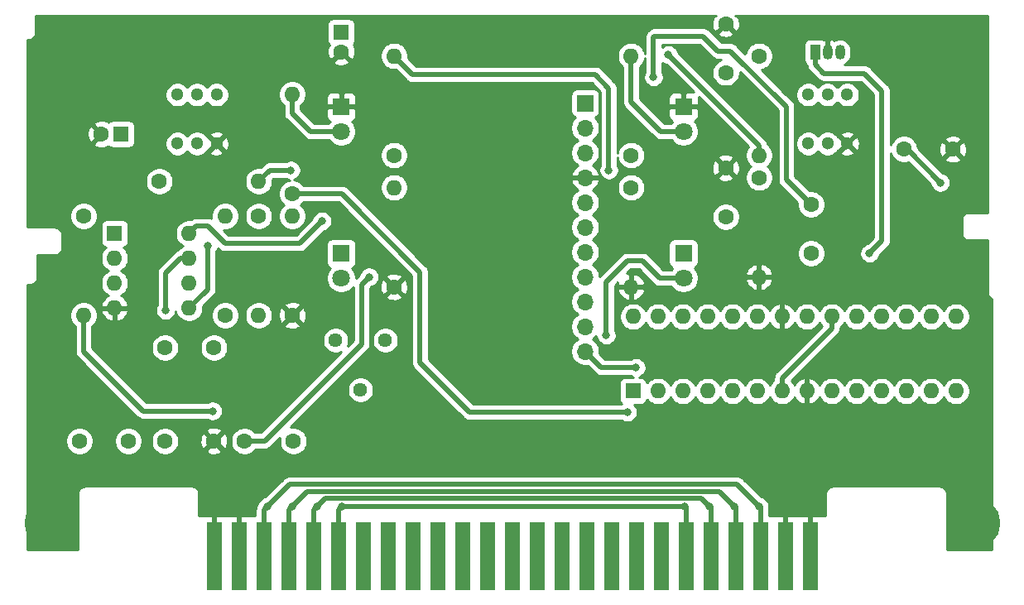
<source format=gbr>
G04 #@! TF.GenerationSoftware,KiCad,Pcbnew,(5.1.7)-1*
G04 #@! TF.CreationDate,2022-01-01T11:30:43-06:00*
G04 #@! TF.ProjectId,FmTransmitterCartridge,466d5472-616e-4736-9d69-747465724361,rev?*
G04 #@! TF.SameCoordinates,Original*
G04 #@! TF.FileFunction,Copper,L2,Bot*
G04 #@! TF.FilePolarity,Positive*
%FSLAX46Y46*%
G04 Gerber Fmt 4.6, Leading zero omitted, Abs format (unit mm)*
G04 Created by KiCad (PCBNEW (5.1.7)-1) date 2022-01-01 11:30:43*
%MOMM*%
%LPD*%
G01*
G04 APERTURE LIST*
G04 #@! TA.AperFunction,ComponentPad*
%ADD10C,1.600000*%
G04 #@! TD*
G04 #@! TA.AperFunction,ComponentPad*
%ADD11O,1.600000X1.600000*%
G04 #@! TD*
G04 #@! TA.AperFunction,ComponentPad*
%ADD12R,1.800000X1.800000*%
G04 #@! TD*
G04 #@! TA.AperFunction,ComponentPad*
%ADD13C,1.800000*%
G04 #@! TD*
G04 #@! TA.AperFunction,ComponentPad*
%ADD14C,5.000000*%
G04 #@! TD*
G04 #@! TA.AperFunction,ConnectorPad*
%ADD15R,1.500000X7.000000*%
G04 #@! TD*
G04 #@! TA.AperFunction,ComponentPad*
%ADD16C,1.300000*%
G04 #@! TD*
G04 #@! TA.AperFunction,ComponentPad*
%ADD17R,1.600000X1.600000*%
G04 #@! TD*
G04 #@! TA.AperFunction,ComponentPad*
%ADD18C,1.440000*%
G04 #@! TD*
G04 #@! TA.AperFunction,ComponentPad*
%ADD19R,1.700000X1.700000*%
G04 #@! TD*
G04 #@! TA.AperFunction,ComponentPad*
%ADD20O,1.700000X1.700000*%
G04 #@! TD*
G04 #@! TA.AperFunction,ComponentPad*
%ADD21O,1.050000X1.500000*%
G04 #@! TD*
G04 #@! TA.AperFunction,ComponentPad*
%ADD22R,1.050000X1.500000*%
G04 #@! TD*
G04 #@! TA.AperFunction,ViaPad*
%ADD23C,0.800000*%
G04 #@! TD*
G04 #@! TA.AperFunction,Conductor*
%ADD24C,0.500000*%
G04 #@! TD*
G04 #@! TA.AperFunction,Conductor*
%ADD25C,0.254000*%
G04 #@! TD*
G04 #@! TA.AperFunction,Conductor*
%ADD26C,0.100000*%
G04 #@! TD*
G04 APERTURE END LIST*
D10*
G04 #@! TO.P,C8,2*
G04 #@! TO.N,/PreAmp*
X154578000Y-91250000D03*
G04 #@! TO.P,C8,1*
G04 #@! TO.N,GND*
X154578000Y-86250000D03*
G04 #@! TD*
G04 #@! TO.P,R11,1*
G04 #@! TO.N,GND*
X110250000Y-101346000D03*
D11*
G04 #@! TO.P,R11,2*
G04 #@! TO.N,Net-(D4-Pad1)*
X110250000Y-91186000D03*
G04 #@! TD*
D12*
G04 #@! TO.P,D4,1*
G04 #@! TO.N,Net-(D4-Pad1)*
X115250000Y-95000000D03*
D13*
G04 #@! TO.P,D4,2*
G04 #@! TO.N,/LEDPower*
X115250000Y-97540000D03*
G04 #@! TD*
G04 #@! TO.P,D5,2*
G04 #@! TO.N,/LEDPower*
X150250000Y-97540000D03*
D12*
G04 #@! TO.P,D5,1*
G04 #@! TO.N,Net-(D5-Pad1)*
X150250000Y-95000000D03*
G04 #@! TD*
D14*
G04 #@! TO.P,H1,1*
G04 #@! TO.N,GND*
X85350000Y-122600000D03*
G04 #@! TD*
G04 #@! TO.P,H2,1*
G04 #@! TO.N,GND*
X180150000Y-122600000D03*
G04 #@! TD*
D15*
G04 #@! TO.P,J2,50*
G04 #@! TO.N,GND*
X163230000Y-126000000D03*
G04 #@! TO.P,J2,49*
X160690000Y-126000000D03*
G04 #@! TO.P,J2,48*
G04 #@! TO.N,/Input*
X158150000Y-126000000D03*
G04 #@! TO.P,J2,47*
G04 #@! TO.N,/Output*
X155610000Y-126000000D03*
G04 #@! TO.P,J2,46*
G04 #@! TO.N,+9V*
X153070000Y-126000000D03*
G04 #@! TO.P,J2,45*
G04 #@! TO.N,/LEDPower*
X150530000Y-126000000D03*
G04 #@! TO.P,J2,44*
G04 #@! TO.N,N/C*
X147990000Y-126000000D03*
G04 #@! TO.P,J2,43*
X145450000Y-126000000D03*
G04 #@! TO.P,J2,42*
X142910000Y-126000000D03*
G04 #@! TO.P,J2,41*
X140370000Y-126000000D03*
G04 #@! TO.P,J2,40*
X137830000Y-126000000D03*
G04 #@! TO.P,J2,39*
X135290000Y-126000000D03*
G04 #@! TO.P,J2,38*
X132750000Y-126000000D03*
G04 #@! TO.P,J2,37*
X130210000Y-126000000D03*
G04 #@! TO.P,J2,36*
X127670000Y-126000000D03*
G04 #@! TO.P,J2,35*
X125130000Y-126000000D03*
G04 #@! TO.P,J2,34*
X122590000Y-126000000D03*
G04 #@! TO.P,J2,33*
X120050000Y-126000000D03*
G04 #@! TO.P,J2,32*
X117510000Y-126000000D03*
G04 #@! TO.P,J2,31*
G04 #@! TO.N,/LEDPower*
X114970000Y-126000000D03*
G04 #@! TO.P,J2,30*
G04 #@! TO.N,+9V*
X112430000Y-126000000D03*
G04 #@! TO.P,J2,29*
G04 #@! TO.N,/Output*
X109890000Y-126000000D03*
G04 #@! TO.P,J2,28*
G04 #@! TO.N,/Input*
X107350000Y-126000000D03*
G04 #@! TO.P,J2,27*
G04 #@! TO.N,GND*
X104810000Y-126000000D03*
G04 #@! TO.P,J2,26*
X102270000Y-126000000D03*
G04 #@! TD*
D10*
G04 #@! TO.P,C4,1*
G04 #@! TO.N,GND*
X177800000Y-84347000D03*
G04 #@! TO.P,C4,2*
G04 #@! TO.N,+9V*
X172800000Y-84347000D03*
G04 #@! TD*
G04 #@! TO.P,C5,2*
G04 #@! TO.N,+5V*
X154578000Y-76501000D03*
G04 #@! TO.P,C5,1*
G04 #@! TO.N,GND*
X154578000Y-71501000D03*
G04 #@! TD*
D13*
G04 #@! TO.P,D1,2*
G04 #@! TO.N,Net-(D1-Pad2)*
X115250000Y-82540000D03*
D12*
G04 #@! TO.P,D1,1*
G04 #@! TO.N,GND*
X115250000Y-80000000D03*
G04 #@! TD*
G04 #@! TO.P,D2,1*
G04 #@! TO.N,GND*
X150250000Y-80000000D03*
D13*
G04 #@! TO.P,D2,2*
G04 #@! TO.N,Net-(D2-Pad2)*
X150250000Y-82540000D03*
G04 #@! TD*
D11*
G04 #@! TO.P,R4,2*
G04 #@! TO.N,Net-(D1-Pad2)*
X110250000Y-78740000D03*
D10*
G04 #@! TO.P,R4,1*
G04 #@! TO.N,/LED_A*
X110250000Y-88900000D03*
G04 #@! TD*
G04 #@! TO.P,R5,1*
G04 #@! TO.N,/LED_B*
X144907000Y-84963000D03*
D11*
G04 #@! TO.P,R5,2*
G04 #@! TO.N,Net-(D2-Pad2)*
X144907000Y-74803000D03*
G04 #@! TD*
D10*
G04 #@! TO.P,R12,1*
G04 #@! TO.N,Net-(D5-Pad1)*
X144907000Y-88265000D03*
D11*
G04 #@! TO.P,R12,2*
G04 #@! TO.N,GND*
X144907000Y-98425000D03*
G04 #@! TD*
D10*
G04 #@! TO.P,C1,1*
G04 #@! TO.N,/Output*
X110363000Y-114192000D03*
G04 #@! TO.P,C1,2*
G04 #@! TO.N,/Input*
X105363000Y-114192000D03*
G04 #@! TD*
D16*
G04 #@! TO.P,SW1,6*
G04 #@! TO.N,N/C*
X102500000Y-78770000D03*
G04 #@! TO.P,SW1,5*
X100500000Y-78770000D03*
G04 #@! TO.P,SW1,4*
X98500000Y-78770000D03*
G04 #@! TO.P,SW1,3*
G04 #@! TO.N,GND*
X102500000Y-83770000D03*
G04 #@! TO.P,SW1,2*
G04 #@! TO.N,/SW_A*
X100500000Y-83770000D03*
G04 #@! TO.P,SW1,1*
G04 #@! TO.N,N/C*
X98500000Y-83770000D03*
G04 #@! TD*
G04 #@! TO.P,SW2,1*
G04 #@! TO.N,N/C*
X163000000Y-83770000D03*
G04 #@! TO.P,SW2,2*
G04 #@! TO.N,/SW_B*
X165000000Y-83770000D03*
G04 #@! TO.P,SW2,3*
G04 #@! TO.N,GND*
X167000000Y-83770000D03*
G04 #@! TO.P,SW2,4*
G04 #@! TO.N,N/C*
X163000000Y-78770000D03*
G04 #@! TO.P,SW2,5*
X165000000Y-78770000D03*
G04 #@! TO.P,SW2,6*
X167000000Y-78770000D03*
G04 #@! TD*
D17*
G04 #@! TO.P,U1,1*
G04 #@! TO.N,N/C*
X145100000Y-109087000D03*
D11*
G04 #@! TO.P,U1,15*
G04 #@! TO.N,/SW_A*
X178120000Y-101467000D03*
G04 #@! TO.P,U1,2*
G04 #@! TO.N,N/C*
X147640000Y-109087000D03*
G04 #@! TO.P,U1,16*
G04 #@! TO.N,/SW_B*
X175580000Y-101467000D03*
G04 #@! TO.P,U1,3*
G04 #@! TO.N,N/C*
X150180000Y-109087000D03*
G04 #@! TO.P,U1,17*
G04 #@! TO.N,/LED_B*
X173040000Y-101467000D03*
G04 #@! TO.P,U1,4*
G04 #@! TO.N,N/C*
X152720000Y-109087000D03*
G04 #@! TO.P,U1,18*
G04 #@! TO.N,/D12*
X170500000Y-101467000D03*
G04 #@! TO.P,U1,5*
G04 #@! TO.N,N/C*
X155260000Y-109087000D03*
G04 #@! TO.P,U1,19*
X167960000Y-101467000D03*
G04 #@! TO.P,U1,6*
X157800000Y-109087000D03*
G04 #@! TO.P,U1,20*
G04 #@! TO.N,+5V*
X165420000Y-101467000D03*
G04 #@! TO.P,U1,7*
X160340000Y-109087000D03*
G04 #@! TO.P,U1,21*
G04 #@! TO.N,N/C*
X162880000Y-101467000D03*
G04 #@! TO.P,U1,8*
G04 #@! TO.N,GND*
X162880000Y-109087000D03*
G04 #@! TO.P,U1,22*
X160340000Y-101467000D03*
G04 #@! TO.P,U1,9*
G04 #@! TO.N,N/C*
X165420000Y-109087000D03*
G04 #@! TO.P,U1,23*
X157800000Y-101467000D03*
G04 #@! TO.P,U1,10*
X167960000Y-109087000D03*
G04 #@! TO.P,U1,24*
X155260000Y-101467000D03*
G04 #@! TO.P,U1,11*
X170500000Y-109087000D03*
G04 #@! TO.P,U1,25*
X152720000Y-101467000D03*
G04 #@! TO.P,U1,12*
G04 #@! TO.N,/LED_A*
X173040000Y-109087000D03*
G04 #@! TO.P,U1,26*
G04 #@! TO.N,N/C*
X150180000Y-101467000D03*
G04 #@! TO.P,U1,13*
X175580000Y-109087000D03*
G04 #@! TO.P,U1,27*
G04 #@! TO.N,/SDA*
X147640000Y-101467000D03*
G04 #@! TO.P,U1,14*
G04 #@! TO.N,N/C*
X178120000Y-109087000D03*
G04 #@! TO.P,U1,28*
G04 #@! TO.N,/SCL*
X145100000Y-101467000D03*
G04 #@! TD*
D17*
G04 #@! TO.P,C2,1*
G04 #@! TO.N,Net-(C2-Pad1)*
X92710000Y-82804000D03*
D10*
G04 #@! TO.P,C2,2*
G04 #@! TO.N,GND*
X90710000Y-82804000D03*
G04 #@! TD*
G04 #@! TO.P,C3,1*
G04 #@! TO.N,Net-(C3-Pad1)*
X102235000Y-104629000D03*
G04 #@! TO.P,C3,2*
G04 #@! TO.N,/Input*
X97235000Y-104629000D03*
G04 #@! TD*
G04 #@! TO.P,C6,2*
G04 #@! TO.N,Net-(C6-Pad2)*
X97235000Y-114192000D03*
G04 #@! TO.P,C6,1*
G04 #@! TO.N,GND*
X102235000Y-114192000D03*
G04 #@! TD*
G04 #@! TO.P,C7,1*
G04 #@! TO.N,Net-(C7-Pad1)*
X93472000Y-114192000D03*
G04 #@! TO.P,C7,2*
G04 #@! TO.N,Net-(C7-Pad2)*
X88472000Y-114192000D03*
G04 #@! TD*
G04 #@! TO.P,C9,2*
G04 #@! TO.N,GND*
X115250000Y-74390000D03*
D17*
G04 #@! TO.P,C9,1*
G04 #@! TO.N,/VREF*
X115250000Y-72390000D03*
G04 #@! TD*
D11*
G04 #@! TO.P,R1,2*
G04 #@! TO.N,/Input*
X120650000Y-88265000D03*
D10*
G04 #@! TO.P,R1,1*
G04 #@! TO.N,GND*
X120650000Y-98425000D03*
G04 #@! TD*
D11*
G04 #@! TO.P,R2,2*
G04 #@! TO.N,Net-(R2-Pad2)*
X88900000Y-101346000D03*
D10*
G04 #@! TO.P,R2,1*
G04 #@! TO.N,Net-(C2-Pad1)*
X88900000Y-91186000D03*
G04 #@! TD*
G04 #@! TO.P,R3,1*
G04 #@! TO.N,/VREF*
X106807000Y-91186000D03*
D11*
G04 #@! TO.P,R3,2*
G04 #@! TO.N,Net-(C3-Pad1)*
X106807000Y-101346000D03*
G04 #@! TD*
G04 #@! TO.P,R6,2*
G04 #@! TO.N,Net-(C6-Pad2)*
X103378000Y-91186000D03*
D10*
G04 #@! TO.P,R6,1*
G04 #@! TO.N,Net-(C3-Pad1)*
X103378000Y-101346000D03*
G04 #@! TD*
D11*
G04 #@! TO.P,R7,2*
G04 #@! TO.N,Net-(C7-Pad1)*
X106807000Y-87630000D03*
D10*
G04 #@! TO.P,R7,1*
G04 #@! TO.N,Net-(C7-Pad2)*
X96647000Y-87630000D03*
G04 #@! TD*
G04 #@! TO.P,R8,1*
G04 #@! TO.N,Net-(C7-Pad1)*
X120650000Y-84963000D03*
D11*
G04 #@! TO.P,R8,2*
G04 #@! TO.N,/PreAmp*
X120650000Y-74803000D03*
G04 #@! TD*
D10*
G04 #@! TO.P,R9,1*
G04 #@! TO.N,+5V*
X157988000Y-74803000D03*
D11*
G04 #@! TO.P,R9,2*
G04 #@! TO.N,/VREF*
X157988000Y-84963000D03*
G04 #@! TD*
D10*
G04 #@! TO.P,R10,1*
G04 #@! TO.N,/VREF*
X157988000Y-87249000D03*
D11*
G04 #@! TO.P,R10,2*
G04 #@! TO.N,GND*
X157988000Y-97409000D03*
G04 #@! TD*
D18*
G04 #@! TO.P,RV1,3*
G04 #@! TO.N,Net-(R2-Pad2)*
X119761000Y-103886000D03*
G04 #@! TO.P,RV1,2*
G04 #@! TO.N,Net-(C7-Pad2)*
X117221000Y-108966000D03*
G04 #@! TO.P,RV1,1*
X114681000Y-103886000D03*
G04 #@! TD*
D19*
G04 #@! TO.P,U2,1*
G04 #@! TO.N,Net-(C10-Pad2)*
X140208000Y-79629000D03*
D20*
G04 #@! TO.P,U2,2*
X140208000Y-82169000D03*
G04 #@! TO.P,U2,3*
G04 #@! TO.N,+5V*
X140208000Y-84709000D03*
G04 #@! TO.P,U2,4*
G04 #@! TO.N,GND*
X140208000Y-87249000D03*
G04 #@! TO.P,U2,5*
G04 #@! TO.N,N/C*
X140208000Y-89789000D03*
G04 #@! TO.P,U2,6*
X140208000Y-92329000D03*
G04 #@! TO.P,U2,7*
X140208000Y-94869000D03*
G04 #@! TO.P,U2,8*
G04 #@! TO.N,/SDA*
X140208000Y-97409000D03*
G04 #@! TO.P,U2,9*
G04 #@! TO.N,/SCL*
X140208000Y-99949000D03*
G04 #@! TO.P,U2,10*
G04 #@! TO.N,N/C*
X140208000Y-102489000D03*
G04 #@! TO.P,U2,11*
G04 #@! TO.N,/D12*
X140208000Y-105029000D03*
G04 #@! TD*
D17*
G04 #@! TO.P,U3,1*
G04 #@! TO.N,Net-(U3-Pad1)*
X92075000Y-92964000D03*
D11*
G04 #@! TO.P,U3,5*
G04 #@! TO.N,Net-(C6-Pad2)*
X99695000Y-100584000D03*
G04 #@! TO.P,U3,2*
G04 #@! TO.N,Net-(U3-Pad1)*
X92075000Y-95504000D03*
G04 #@! TO.P,U3,6*
G04 #@! TO.N,Net-(C7-Pad2)*
X99695000Y-98044000D03*
G04 #@! TO.P,U3,3*
G04 #@! TO.N,/VREF*
X92075000Y-98044000D03*
G04 #@! TO.P,U3,7*
G04 #@! TO.N,Net-(C7-Pad1)*
X99695000Y-95504000D03*
G04 #@! TO.P,U3,4*
G04 #@! TO.N,GND*
X92075000Y-100584000D03*
G04 #@! TO.P,U3,8*
G04 #@! TO.N,+5V*
X99695000Y-92964000D03*
G04 #@! TD*
D21*
G04 #@! TO.P,U4,2*
G04 #@! TO.N,GND*
X165000000Y-74422000D03*
G04 #@! TO.P,U4,3*
G04 #@! TO.N,+9V*
X166270000Y-74422000D03*
D22*
G04 #@! TO.P,U4,1*
G04 #@! TO.N,+5V*
X163730000Y-74422000D03*
G04 #@! TD*
D10*
G04 #@! TO.P,C10,1*
G04 #@! TO.N,/PreAmp*
X163303000Y-94996000D03*
G04 #@! TO.P,C10,2*
G04 #@! TO.N,Net-(C10-Pad2)*
X163303000Y-89996000D03*
G04 #@! TD*
D23*
G04 #@! TO.N,GND*
X102616000Y-120904000D03*
X105156000Y-120904000D03*
X160528000Y-120904000D03*
X163068000Y-120904000D03*
G04 #@! TO.N,/LEDPower*
X115316000Y-120904000D03*
X150368000Y-120904000D03*
X142367000Y-103378000D03*
G04 #@! TO.N,/Input*
X107696000Y-120904000D03*
X157988000Y-120904000D03*
X118110000Y-97409000D03*
G04 #@! TO.N,+9V*
X112776000Y-120904000D03*
X152908000Y-120904000D03*
X176530000Y-87757000D03*
G04 #@! TO.N,/LED_A*
X144526000Y-111252000D03*
G04 #@! TO.N,/Output*
X155448000Y-120904000D03*
X110236000Y-120904000D03*
G04 #@! TO.N,+5V*
X113284000Y-91694000D03*
X169291000Y-94996000D03*
G04 #@! TO.N,Net-(C6-Pad2)*
X101600000Y-94234000D03*
G04 #@! TO.N,Net-(C7-Pad1)*
X110109000Y-86487000D03*
X97282000Y-100838000D03*
G04 #@! TO.N,/PreAmp*
X142621000Y-86487000D03*
G04 #@! TO.N,/VREF*
X148717000Y-74676000D03*
G04 #@! TO.N,Net-(R2-Pad2)*
X102108000Y-111125000D03*
G04 #@! TO.N,/D12*
X145415000Y-106680000D03*
G04 #@! TO.N,Net-(C10-Pad2)*
X147193000Y-76962000D03*
G04 #@! TD*
D24*
G04 #@! TO.N,GND*
X102270000Y-121250000D02*
X102616000Y-120904000D01*
X102270000Y-126000000D02*
X102270000Y-121250000D01*
X104810000Y-121250000D02*
X105156000Y-120904000D01*
X104810000Y-126000000D02*
X104810000Y-121250000D01*
X160690000Y-121066000D02*
X160528000Y-120904000D01*
X160690000Y-126000000D02*
X160690000Y-121066000D01*
X163230000Y-121066000D02*
X163068000Y-120904000D01*
X163230000Y-126000000D02*
X163230000Y-121066000D01*
G04 #@! TO.N,/LEDPower*
X114970000Y-121250000D02*
X115316000Y-120904000D01*
X114970000Y-126000000D02*
X114970000Y-121250000D01*
X150530000Y-121066000D02*
X150368000Y-120904000D01*
X150530000Y-126000000D02*
X150530000Y-121066000D01*
X115316000Y-120904000D02*
X150368000Y-120904000D01*
X150250000Y-97540000D02*
X147832000Y-97540000D01*
X147832000Y-97540000D02*
X146050000Y-95758000D01*
X146050000Y-95758000D02*
X144526000Y-95758000D01*
X144526000Y-95758000D02*
X142748000Y-97536000D01*
X142367000Y-97917000D02*
X142748000Y-97536000D01*
X142367000Y-103378000D02*
X142367000Y-97917000D01*
G04 #@! TO.N,/Input*
X107350000Y-121250000D02*
X107696000Y-120904000D01*
X107350000Y-126000000D02*
X107350000Y-121250000D01*
X158150000Y-121066000D02*
X157988000Y-120904000D01*
X158150000Y-126000000D02*
X158150000Y-121066000D01*
X155737979Y-118653979D02*
X157988000Y-120904000D01*
X109946021Y-118653979D02*
X155737979Y-118653979D01*
X107696000Y-120904000D02*
X109946021Y-118653979D01*
X118110000Y-97409000D02*
X117348000Y-98171000D01*
X117348000Y-98171000D02*
X117348000Y-104267000D01*
X107423000Y-114192000D02*
X105363000Y-114192000D01*
X117348000Y-104267000D02*
X107423000Y-114192000D01*
G04 #@! TO.N,+9V*
X112430000Y-121250000D02*
X112776000Y-120904000D01*
X112430000Y-126000000D02*
X112430000Y-121250000D01*
X153070000Y-121066000D02*
X152908000Y-120904000D01*
X153070000Y-126000000D02*
X153070000Y-121066000D01*
X152057999Y-120053999D02*
X152908000Y-120904000D01*
X113626001Y-120053999D02*
X152057999Y-120053999D01*
X112776000Y-120904000D02*
X113626001Y-120053999D01*
X173120000Y-84347000D02*
X172800000Y-84347000D01*
X176530000Y-87757000D02*
X173120000Y-84347000D01*
G04 #@! TO.N,Net-(D1-Pad2)*
X115250000Y-82540000D02*
X112131000Y-82540000D01*
X110250000Y-80659000D02*
X110250000Y-78740000D01*
X112131000Y-82540000D02*
X110250000Y-80659000D01*
G04 #@! TO.N,Net-(D2-Pad2)*
X150250000Y-82540000D02*
X147945000Y-82540000D01*
X144907000Y-79502000D02*
X144907000Y-74803000D01*
X147945000Y-82540000D02*
X144907000Y-79502000D01*
G04 #@! TO.N,/LED_A*
X144526000Y-111252000D02*
X128397000Y-111252000D01*
X128397000Y-111252000D02*
X123317000Y-106172000D01*
X123317000Y-106172000D02*
X123317000Y-96901000D01*
X115316000Y-88900000D02*
X110250000Y-88900000D01*
X123317000Y-96901000D02*
X115316000Y-88900000D01*
G04 #@! TO.N,/Output*
X155610000Y-121066000D02*
X155448000Y-120904000D01*
X155610000Y-126000000D02*
X155610000Y-121066000D01*
X109890000Y-121250000D02*
X110236000Y-120904000D01*
X109890000Y-126000000D02*
X109890000Y-121250000D01*
X153897989Y-119353989D02*
X155448000Y-120904000D01*
X111786011Y-119353989D02*
X153897989Y-119353989D01*
X110236000Y-120904000D02*
X111786011Y-119353989D01*
G04 #@! TO.N,+5V*
X160340000Y-109087000D02*
X160340000Y-107757000D01*
X165420000Y-102677000D02*
X165420000Y-101467000D01*
X160340000Y-107757000D02*
X165420000Y-102677000D01*
X113284000Y-91694000D02*
X110998000Y-93980000D01*
X110998000Y-93980000D02*
X103378000Y-93980000D01*
X103378000Y-93980000D02*
X101600000Y-92202000D01*
X100457000Y-92202000D02*
X99695000Y-92964000D01*
X101600000Y-92202000D02*
X100457000Y-92202000D01*
X169291000Y-94996000D02*
X170561000Y-93726000D01*
X170561000Y-93726000D02*
X170561000Y-78359000D01*
X170561000Y-78359000D02*
X168783000Y-76581000D01*
X163730000Y-75672000D02*
X163730000Y-74422000D01*
X164639000Y-76581000D02*
X163730000Y-75672000D01*
X168783000Y-76581000D02*
X164639000Y-76581000D01*
G04 #@! TO.N,Net-(C6-Pad2)*
X101600000Y-98679000D02*
X99695000Y-100584000D01*
X101600000Y-94234000D02*
X101600000Y-98679000D01*
G04 #@! TO.N,Net-(C7-Pad1)*
X107950000Y-86487000D02*
X106807000Y-87630000D01*
X110109000Y-86487000D02*
X107950000Y-86487000D01*
X97282000Y-100838000D02*
X97282000Y-97028000D01*
X98806000Y-95504000D02*
X99695000Y-95504000D01*
X97282000Y-97028000D02*
X98806000Y-95504000D01*
G04 #@! TO.N,/PreAmp*
X142621000Y-86487000D02*
X142621000Y-78105000D01*
X142621000Y-78105000D02*
X141224000Y-76708000D01*
X122555000Y-76708000D02*
X120650000Y-74803000D01*
X141224000Y-76708000D02*
X122555000Y-76708000D01*
G04 #@! TO.N,/VREF*
X157988000Y-83947000D02*
X157988000Y-84963000D01*
X148717000Y-74676000D02*
X157988000Y-83947000D01*
G04 #@! TO.N,Net-(R2-Pad2)*
X102108000Y-111125000D02*
X94996000Y-111125000D01*
X88900000Y-105029000D02*
X88900000Y-101346000D01*
X94996000Y-111125000D02*
X88900000Y-105029000D01*
G04 #@! TO.N,/D12*
X141859000Y-106680000D02*
X140208000Y-105029000D01*
X145415000Y-106680000D02*
X141859000Y-106680000D01*
G04 #@! TO.N,Net-(C10-Pad2)*
X147193000Y-76962000D02*
X147193000Y-72898000D01*
X147193000Y-72898000D02*
X147320000Y-72771000D01*
X147320000Y-72771000D02*
X152273000Y-72771000D01*
X152273000Y-72771000D02*
X153797000Y-74295000D01*
X153797000Y-74295000D02*
X155067000Y-74295000D01*
X155067000Y-74295000D02*
X160782000Y-80010000D01*
X160782000Y-87475000D02*
X163303000Y-89996000D01*
X160782000Y-80010000D02*
X160782000Y-87475000D01*
G04 #@! TD*
D25*
G04 #@! TO.N,GND*
X153585296Y-70687903D02*
X153341329Y-70759486D01*
X153220429Y-71014996D01*
X153151700Y-71289184D01*
X153137783Y-71571512D01*
X153179213Y-71851130D01*
X153274397Y-72117292D01*
X153341329Y-72242514D01*
X153585298Y-72314097D01*
X154398395Y-71501000D01*
X154384253Y-71486858D01*
X154563858Y-71307253D01*
X154578000Y-71321395D01*
X154592143Y-71307253D01*
X154771748Y-71486858D01*
X154757605Y-71501000D01*
X155570702Y-72314097D01*
X155814671Y-72242514D01*
X155935571Y-71987004D01*
X156004300Y-71712816D01*
X156018217Y-71430488D01*
X155976787Y-71150870D01*
X155881603Y-70884708D01*
X155814671Y-70759486D01*
X155570704Y-70687903D01*
X155581607Y-70677000D01*
X181323000Y-70677000D01*
X181323001Y-90823000D01*
X179433252Y-90823000D01*
X179400000Y-90819725D01*
X179366748Y-90823000D01*
X179267285Y-90832796D01*
X179139670Y-90871508D01*
X179022059Y-90934372D01*
X178918973Y-91018973D01*
X178834372Y-91122059D01*
X178771508Y-91239670D01*
X178732796Y-91367285D01*
X178719725Y-91500000D01*
X178723001Y-91533262D01*
X178723000Y-92966747D01*
X178719725Y-93000000D01*
X178732796Y-93132715D01*
X178771508Y-93260330D01*
X178834372Y-93377941D01*
X178918973Y-93481027D01*
X179015322Y-93560099D01*
X179022059Y-93565628D01*
X179139670Y-93628492D01*
X179267285Y-93667204D01*
X179400000Y-93680275D01*
X179433252Y-93677000D01*
X181323000Y-93677000D01*
X181323001Y-98966738D01*
X181319725Y-99000000D01*
X181332796Y-99132715D01*
X181371508Y-99260330D01*
X181434372Y-99377941D01*
X181518973Y-99481027D01*
X181622059Y-99565628D01*
X181739670Y-99628492D01*
X181823001Y-99653770D01*
X181823000Y-125323000D01*
X177177000Y-125323000D01*
X177177000Y-119533252D01*
X177180275Y-119500000D01*
X177167204Y-119367285D01*
X177128492Y-119239670D01*
X177065628Y-119122059D01*
X176981027Y-119018973D01*
X176877941Y-118934372D01*
X176760330Y-118871508D01*
X176632715Y-118832796D01*
X176533252Y-118823000D01*
X176500000Y-118819725D01*
X176466748Y-118823000D01*
X165513252Y-118823000D01*
X165480000Y-118819725D01*
X165446748Y-118823000D01*
X165347285Y-118832796D01*
X165219670Y-118871508D01*
X165102059Y-118934372D01*
X164998973Y-119018973D01*
X164914372Y-119122059D01*
X164851508Y-119239670D01*
X164812796Y-119367285D01*
X164799725Y-119500000D01*
X164803001Y-119533262D01*
X164803001Y-121793000D01*
X159027000Y-121793000D01*
X159027000Y-121109079D01*
X159031243Y-121066000D01*
X159015000Y-120901084D01*
X159015000Y-120802849D01*
X158975533Y-120604435D01*
X158898115Y-120417533D01*
X158785723Y-120249326D01*
X158642674Y-120106277D01*
X158474467Y-119993885D01*
X158287565Y-119916467D01*
X158229103Y-119904838D01*
X156388576Y-118064311D01*
X156361112Y-118030846D01*
X156227571Y-117921252D01*
X156075216Y-117839817D01*
X155909901Y-117789669D01*
X155781058Y-117776979D01*
X155737979Y-117772736D01*
X155694900Y-117776979D01*
X109989090Y-117776979D01*
X109946020Y-117772737D01*
X109902951Y-117776979D01*
X109902942Y-117776979D01*
X109774099Y-117789669D01*
X109608784Y-117839817D01*
X109456429Y-117921252D01*
X109322888Y-118030846D01*
X109295424Y-118064311D01*
X107454897Y-119904838D01*
X107396435Y-119916467D01*
X107209533Y-119993885D01*
X107041326Y-120106277D01*
X106898277Y-120249326D01*
X106785885Y-120417533D01*
X106708467Y-120604435D01*
X106696691Y-120663637D01*
X106617274Y-120760408D01*
X106535838Y-120912764D01*
X106485690Y-121078078D01*
X106468757Y-121250000D01*
X106473001Y-121293089D01*
X106473001Y-121793000D01*
X100697000Y-121793000D01*
X100697000Y-119533252D01*
X100700275Y-119500000D01*
X100687204Y-119367285D01*
X100648492Y-119239670D01*
X100585628Y-119122059D01*
X100501027Y-119018973D01*
X100397941Y-118934372D01*
X100280330Y-118871508D01*
X100152715Y-118832796D01*
X100020000Y-118819725D01*
X99986748Y-118823000D01*
X89033252Y-118823000D01*
X89000000Y-118819725D01*
X88867285Y-118832796D01*
X88739670Y-118871508D01*
X88622059Y-118934372D01*
X88518973Y-119018973D01*
X88434372Y-119122059D01*
X88371508Y-119239670D01*
X88332796Y-119367285D01*
X88319725Y-119500000D01*
X88323000Y-119533252D01*
X88323001Y-125323000D01*
X83177000Y-125323000D01*
X83177000Y-114051453D01*
X87045000Y-114051453D01*
X87045000Y-114332547D01*
X87099838Y-114608241D01*
X87207409Y-114867938D01*
X87363576Y-115101660D01*
X87562340Y-115300424D01*
X87796062Y-115456591D01*
X88055759Y-115564162D01*
X88331453Y-115619000D01*
X88612547Y-115619000D01*
X88888241Y-115564162D01*
X89147938Y-115456591D01*
X89381660Y-115300424D01*
X89580424Y-115101660D01*
X89736591Y-114867938D01*
X89844162Y-114608241D01*
X89899000Y-114332547D01*
X89899000Y-114051453D01*
X92045000Y-114051453D01*
X92045000Y-114332547D01*
X92099838Y-114608241D01*
X92207409Y-114867938D01*
X92363576Y-115101660D01*
X92562340Y-115300424D01*
X92796062Y-115456591D01*
X93055759Y-115564162D01*
X93331453Y-115619000D01*
X93612547Y-115619000D01*
X93888241Y-115564162D01*
X94147938Y-115456591D01*
X94381660Y-115300424D01*
X94580424Y-115101660D01*
X94736591Y-114867938D01*
X94844162Y-114608241D01*
X94899000Y-114332547D01*
X94899000Y-114051453D01*
X95808000Y-114051453D01*
X95808000Y-114332547D01*
X95862838Y-114608241D01*
X95970409Y-114867938D01*
X96126576Y-115101660D01*
X96325340Y-115300424D01*
X96559062Y-115456591D01*
X96818759Y-115564162D01*
X97094453Y-115619000D01*
X97375547Y-115619000D01*
X97651241Y-115564162D01*
X97910938Y-115456591D01*
X98144660Y-115300424D01*
X98260382Y-115184702D01*
X101421903Y-115184702D01*
X101493486Y-115428671D01*
X101748996Y-115549571D01*
X102023184Y-115618300D01*
X102305512Y-115632217D01*
X102585130Y-115590787D01*
X102851292Y-115495603D01*
X102976514Y-115428671D01*
X103048097Y-115184702D01*
X102235000Y-114371605D01*
X101421903Y-115184702D01*
X98260382Y-115184702D01*
X98343424Y-115101660D01*
X98499591Y-114867938D01*
X98607162Y-114608241D01*
X98662000Y-114332547D01*
X98662000Y-114262512D01*
X100794783Y-114262512D01*
X100836213Y-114542130D01*
X100931397Y-114808292D01*
X100998329Y-114933514D01*
X101242298Y-115005097D01*
X102055395Y-114192000D01*
X102414605Y-114192000D01*
X103227702Y-115005097D01*
X103471671Y-114933514D01*
X103592571Y-114678004D01*
X103661300Y-114403816D01*
X103675217Y-114121488D01*
X103664841Y-114051453D01*
X103936000Y-114051453D01*
X103936000Y-114332547D01*
X103990838Y-114608241D01*
X104098409Y-114867938D01*
X104254576Y-115101660D01*
X104453340Y-115300424D01*
X104687062Y-115456591D01*
X104946759Y-115564162D01*
X105222453Y-115619000D01*
X105503547Y-115619000D01*
X105779241Y-115564162D01*
X106038938Y-115456591D01*
X106272660Y-115300424D01*
X106471424Y-115101660D01*
X106493247Y-115069000D01*
X107379921Y-115069000D01*
X107423000Y-115073243D01*
X107466079Y-115069000D01*
X107594922Y-115056310D01*
X107760237Y-115006162D01*
X107912592Y-114924727D01*
X108046133Y-114815133D01*
X108073597Y-114781668D01*
X108968822Y-113886443D01*
X108936000Y-114051453D01*
X108936000Y-114332547D01*
X108990838Y-114608241D01*
X109098409Y-114867938D01*
X109254576Y-115101660D01*
X109453340Y-115300424D01*
X109687062Y-115456591D01*
X109946759Y-115564162D01*
X110222453Y-115619000D01*
X110503547Y-115619000D01*
X110779241Y-115564162D01*
X111038938Y-115456591D01*
X111272660Y-115300424D01*
X111471424Y-115101660D01*
X111627591Y-114867938D01*
X111735162Y-114608241D01*
X111790000Y-114332547D01*
X111790000Y-114051453D01*
X111735162Y-113775759D01*
X111627591Y-113516062D01*
X111471424Y-113282340D01*
X111272660Y-113083576D01*
X111038938Y-112927409D01*
X110779241Y-112819838D01*
X110503547Y-112765000D01*
X110222453Y-112765000D01*
X110057443Y-112797822D01*
X114021933Y-108833332D01*
X115874000Y-108833332D01*
X115874000Y-109098668D01*
X115925764Y-109358906D01*
X116027304Y-109604044D01*
X116174716Y-109824663D01*
X116362337Y-110012284D01*
X116582956Y-110159696D01*
X116828094Y-110261236D01*
X117088332Y-110313000D01*
X117353668Y-110313000D01*
X117613906Y-110261236D01*
X117859044Y-110159696D01*
X118079663Y-110012284D01*
X118267284Y-109824663D01*
X118414696Y-109604044D01*
X118516236Y-109358906D01*
X118568000Y-109098668D01*
X118568000Y-108833332D01*
X118516236Y-108573094D01*
X118414696Y-108327956D01*
X118267284Y-108107337D01*
X118079663Y-107919716D01*
X117859044Y-107772304D01*
X117613906Y-107670764D01*
X117353668Y-107619000D01*
X117088332Y-107619000D01*
X116828094Y-107670764D01*
X116582956Y-107772304D01*
X116362337Y-107919716D01*
X116174716Y-108107337D01*
X116027304Y-108327956D01*
X115925764Y-108573094D01*
X115874000Y-108833332D01*
X114021933Y-108833332D01*
X117937668Y-104917597D01*
X117971133Y-104890133D01*
X118080727Y-104756592D01*
X118162162Y-104604237D01*
X118181828Y-104539408D01*
X118212310Y-104438923D01*
X118229243Y-104267000D01*
X118225000Y-104223921D01*
X118225000Y-103753332D01*
X118414000Y-103753332D01*
X118414000Y-104018668D01*
X118465764Y-104278906D01*
X118567304Y-104524044D01*
X118714716Y-104744663D01*
X118902337Y-104932284D01*
X119122956Y-105079696D01*
X119368094Y-105181236D01*
X119628332Y-105233000D01*
X119893668Y-105233000D01*
X120153906Y-105181236D01*
X120399044Y-105079696D01*
X120619663Y-104932284D01*
X120807284Y-104744663D01*
X120954696Y-104524044D01*
X121056236Y-104278906D01*
X121108000Y-104018668D01*
X121108000Y-103753332D01*
X121056236Y-103493094D01*
X120954696Y-103247956D01*
X120807284Y-103027337D01*
X120619663Y-102839716D01*
X120399044Y-102692304D01*
X120153906Y-102590764D01*
X119893668Y-102539000D01*
X119628332Y-102539000D01*
X119368094Y-102590764D01*
X119122956Y-102692304D01*
X118902337Y-102839716D01*
X118714716Y-103027337D01*
X118567304Y-103247956D01*
X118465764Y-103493094D01*
X118414000Y-103753332D01*
X118225000Y-103753332D01*
X118225000Y-99417702D01*
X119836903Y-99417702D01*
X119908486Y-99661671D01*
X120163996Y-99782571D01*
X120438184Y-99851300D01*
X120720512Y-99865217D01*
X121000130Y-99823787D01*
X121266292Y-99728603D01*
X121391514Y-99661671D01*
X121463097Y-99417702D01*
X120650000Y-98604605D01*
X119836903Y-99417702D01*
X118225000Y-99417702D01*
X118225000Y-98534265D01*
X118263753Y-98495512D01*
X119209783Y-98495512D01*
X119251213Y-98775130D01*
X119346397Y-99041292D01*
X119413329Y-99166514D01*
X119657298Y-99238097D01*
X120470395Y-98425000D01*
X120829605Y-98425000D01*
X121642702Y-99238097D01*
X121886671Y-99166514D01*
X122007571Y-98911004D01*
X122076300Y-98636816D01*
X122090217Y-98354488D01*
X122048787Y-98074870D01*
X121953603Y-97808708D01*
X121886671Y-97683486D01*
X121642702Y-97611903D01*
X120829605Y-98425000D01*
X120470395Y-98425000D01*
X119657298Y-97611903D01*
X119413329Y-97683486D01*
X119292429Y-97938996D01*
X119223700Y-98213184D01*
X119209783Y-98495512D01*
X118263753Y-98495512D01*
X118351104Y-98408162D01*
X118409565Y-98396533D01*
X118596467Y-98319115D01*
X118764674Y-98206723D01*
X118907723Y-98063674D01*
X119020115Y-97895467D01*
X119097533Y-97708565D01*
X119137000Y-97510151D01*
X119137000Y-97432298D01*
X119836903Y-97432298D01*
X120650000Y-98245395D01*
X121463097Y-97432298D01*
X121391514Y-97188329D01*
X121136004Y-97067429D01*
X120861816Y-96998700D01*
X120579488Y-96984783D01*
X120299870Y-97026213D01*
X120033708Y-97121397D01*
X119908486Y-97188329D01*
X119836903Y-97432298D01*
X119137000Y-97432298D01*
X119137000Y-97307849D01*
X119097533Y-97109435D01*
X119020115Y-96922533D01*
X118907723Y-96754326D01*
X118764674Y-96611277D01*
X118596467Y-96498885D01*
X118409565Y-96421467D01*
X118211151Y-96382000D01*
X118008849Y-96382000D01*
X117810435Y-96421467D01*
X117623533Y-96498885D01*
X117455326Y-96611277D01*
X117312277Y-96754326D01*
X117199885Y-96922533D01*
X117122467Y-97109435D01*
X117110838Y-97167896D01*
X116777000Y-97501735D01*
X116777000Y-97389604D01*
X116718319Y-97094590D01*
X116603210Y-96816694D01*
X116436099Y-96566594D01*
X116360779Y-96491274D01*
X116391103Y-96482075D01*
X116500028Y-96423853D01*
X116595501Y-96345501D01*
X116673853Y-96250028D01*
X116732075Y-96141103D01*
X116767927Y-96022913D01*
X116780033Y-95900000D01*
X116780033Y-94100000D01*
X116767927Y-93977087D01*
X116732075Y-93858897D01*
X116673853Y-93749972D01*
X116595501Y-93654499D01*
X116500028Y-93576147D01*
X116391103Y-93517925D01*
X116272913Y-93482073D01*
X116150000Y-93469967D01*
X114350000Y-93469967D01*
X114227087Y-93482073D01*
X114108897Y-93517925D01*
X113999972Y-93576147D01*
X113904499Y-93654499D01*
X113826147Y-93749972D01*
X113767925Y-93858897D01*
X113732073Y-93977087D01*
X113719967Y-94100000D01*
X113719967Y-95900000D01*
X113732073Y-96022913D01*
X113767925Y-96141103D01*
X113826147Y-96250028D01*
X113904499Y-96345501D01*
X113999972Y-96423853D01*
X114108897Y-96482075D01*
X114139221Y-96491274D01*
X114063901Y-96566594D01*
X113896790Y-96816694D01*
X113781681Y-97094590D01*
X113723000Y-97389604D01*
X113723000Y-97690396D01*
X113781681Y-97985410D01*
X113896790Y-98263306D01*
X114063901Y-98513406D01*
X114276594Y-98726099D01*
X114526694Y-98893210D01*
X114804590Y-99008319D01*
X115099604Y-99067000D01*
X115400396Y-99067000D01*
X115695410Y-99008319D01*
X115973306Y-98893210D01*
X116223406Y-98726099D01*
X116436099Y-98513406D01*
X116471000Y-98461173D01*
X116471001Y-103903734D01*
X115891670Y-104483065D01*
X115976236Y-104278906D01*
X116028000Y-104018668D01*
X116028000Y-103753332D01*
X115976236Y-103493094D01*
X115874696Y-103247956D01*
X115727284Y-103027337D01*
X115539663Y-102839716D01*
X115319044Y-102692304D01*
X115073906Y-102590764D01*
X114813668Y-102539000D01*
X114548332Y-102539000D01*
X114288094Y-102590764D01*
X114042956Y-102692304D01*
X113822337Y-102839716D01*
X113634716Y-103027337D01*
X113487304Y-103247956D01*
X113385764Y-103493094D01*
X113334000Y-103753332D01*
X113334000Y-104018668D01*
X113385764Y-104278906D01*
X113487304Y-104524044D01*
X113634716Y-104744663D01*
X113822337Y-104932284D01*
X114042956Y-105079696D01*
X114288094Y-105181236D01*
X114548332Y-105233000D01*
X114813668Y-105233000D01*
X115073906Y-105181236D01*
X115278065Y-105096670D01*
X107059735Y-113315000D01*
X106493247Y-113315000D01*
X106471424Y-113282340D01*
X106272660Y-113083576D01*
X106038938Y-112927409D01*
X105779241Y-112819838D01*
X105503547Y-112765000D01*
X105222453Y-112765000D01*
X104946759Y-112819838D01*
X104687062Y-112927409D01*
X104453340Y-113083576D01*
X104254576Y-113282340D01*
X104098409Y-113516062D01*
X103990838Y-113775759D01*
X103936000Y-114051453D01*
X103664841Y-114051453D01*
X103633787Y-113841870D01*
X103538603Y-113575708D01*
X103471671Y-113450486D01*
X103227702Y-113378903D01*
X102414605Y-114192000D01*
X102055395Y-114192000D01*
X101242298Y-113378903D01*
X100998329Y-113450486D01*
X100877429Y-113705996D01*
X100808700Y-113980184D01*
X100794783Y-114262512D01*
X98662000Y-114262512D01*
X98662000Y-114051453D01*
X98607162Y-113775759D01*
X98499591Y-113516062D01*
X98343424Y-113282340D01*
X98260382Y-113199298D01*
X101421903Y-113199298D01*
X102235000Y-114012395D01*
X103048097Y-113199298D01*
X102976514Y-112955329D01*
X102721004Y-112834429D01*
X102446816Y-112765700D01*
X102164488Y-112751783D01*
X101884870Y-112793213D01*
X101618708Y-112888397D01*
X101493486Y-112955329D01*
X101421903Y-113199298D01*
X98260382Y-113199298D01*
X98144660Y-113083576D01*
X97910938Y-112927409D01*
X97651241Y-112819838D01*
X97375547Y-112765000D01*
X97094453Y-112765000D01*
X96818759Y-112819838D01*
X96559062Y-112927409D01*
X96325340Y-113083576D01*
X96126576Y-113282340D01*
X95970409Y-113516062D01*
X95862838Y-113775759D01*
X95808000Y-114051453D01*
X94899000Y-114051453D01*
X94844162Y-113775759D01*
X94736591Y-113516062D01*
X94580424Y-113282340D01*
X94381660Y-113083576D01*
X94147938Y-112927409D01*
X93888241Y-112819838D01*
X93612547Y-112765000D01*
X93331453Y-112765000D01*
X93055759Y-112819838D01*
X92796062Y-112927409D01*
X92562340Y-113083576D01*
X92363576Y-113282340D01*
X92207409Y-113516062D01*
X92099838Y-113775759D01*
X92045000Y-114051453D01*
X89899000Y-114051453D01*
X89844162Y-113775759D01*
X89736591Y-113516062D01*
X89580424Y-113282340D01*
X89381660Y-113083576D01*
X89147938Y-112927409D01*
X88888241Y-112819838D01*
X88612547Y-112765000D01*
X88331453Y-112765000D01*
X88055759Y-112819838D01*
X87796062Y-112927409D01*
X87562340Y-113083576D01*
X87363576Y-113282340D01*
X87207409Y-113516062D01*
X87099838Y-113775759D01*
X87045000Y-114051453D01*
X83177000Y-114051453D01*
X83177000Y-101205453D01*
X87473000Y-101205453D01*
X87473000Y-101486547D01*
X87527838Y-101762241D01*
X87635409Y-102021938D01*
X87791576Y-102255660D01*
X87990340Y-102454424D01*
X88023001Y-102476247D01*
X88023000Y-104985920D01*
X88018757Y-105029000D01*
X88035690Y-105200922D01*
X88067243Y-105304938D01*
X88085838Y-105366236D01*
X88167273Y-105518591D01*
X88276867Y-105652133D01*
X88310332Y-105679597D01*
X94345408Y-111714674D01*
X94372867Y-111748133D01*
X94506408Y-111857727D01*
X94538971Y-111875132D01*
X94658763Y-111939162D01*
X94824077Y-111989310D01*
X94996000Y-112006243D01*
X95039079Y-112002000D01*
X101571973Y-112002000D01*
X101621533Y-112035115D01*
X101808435Y-112112533D01*
X102006849Y-112152000D01*
X102209151Y-112152000D01*
X102407565Y-112112533D01*
X102594467Y-112035115D01*
X102762674Y-111922723D01*
X102905723Y-111779674D01*
X103018115Y-111611467D01*
X103095533Y-111424565D01*
X103135000Y-111226151D01*
X103135000Y-111023849D01*
X103095533Y-110825435D01*
X103018115Y-110638533D01*
X102905723Y-110470326D01*
X102762674Y-110327277D01*
X102594467Y-110214885D01*
X102407565Y-110137467D01*
X102209151Y-110098000D01*
X102006849Y-110098000D01*
X101808435Y-110137467D01*
X101621533Y-110214885D01*
X101571973Y-110248000D01*
X95359266Y-110248000D01*
X89777000Y-104665735D01*
X89777000Y-104488453D01*
X95808000Y-104488453D01*
X95808000Y-104769547D01*
X95862838Y-105045241D01*
X95970409Y-105304938D01*
X96126576Y-105538660D01*
X96325340Y-105737424D01*
X96559062Y-105893591D01*
X96818759Y-106001162D01*
X97094453Y-106056000D01*
X97375547Y-106056000D01*
X97651241Y-106001162D01*
X97910938Y-105893591D01*
X98144660Y-105737424D01*
X98343424Y-105538660D01*
X98499591Y-105304938D01*
X98607162Y-105045241D01*
X98662000Y-104769547D01*
X98662000Y-104488453D01*
X100808000Y-104488453D01*
X100808000Y-104769547D01*
X100862838Y-105045241D01*
X100970409Y-105304938D01*
X101126576Y-105538660D01*
X101325340Y-105737424D01*
X101559062Y-105893591D01*
X101818759Y-106001162D01*
X102094453Y-106056000D01*
X102375547Y-106056000D01*
X102651241Y-106001162D01*
X102910938Y-105893591D01*
X103144660Y-105737424D01*
X103343424Y-105538660D01*
X103499591Y-105304938D01*
X103607162Y-105045241D01*
X103662000Y-104769547D01*
X103662000Y-104488453D01*
X103607162Y-104212759D01*
X103499591Y-103953062D01*
X103343424Y-103719340D01*
X103144660Y-103520576D01*
X102910938Y-103364409D01*
X102651241Y-103256838D01*
X102375547Y-103202000D01*
X102094453Y-103202000D01*
X101818759Y-103256838D01*
X101559062Y-103364409D01*
X101325340Y-103520576D01*
X101126576Y-103719340D01*
X100970409Y-103953062D01*
X100862838Y-104212759D01*
X100808000Y-104488453D01*
X98662000Y-104488453D01*
X98607162Y-104212759D01*
X98499591Y-103953062D01*
X98343424Y-103719340D01*
X98144660Y-103520576D01*
X97910938Y-103364409D01*
X97651241Y-103256838D01*
X97375547Y-103202000D01*
X97094453Y-103202000D01*
X96818759Y-103256838D01*
X96559062Y-103364409D01*
X96325340Y-103520576D01*
X96126576Y-103719340D01*
X95970409Y-103953062D01*
X95862838Y-104212759D01*
X95808000Y-104488453D01*
X89777000Y-104488453D01*
X89777000Y-102476247D01*
X89809660Y-102454424D01*
X90008424Y-102255660D01*
X90164591Y-102021938D01*
X90272162Y-101762241D01*
X90327000Y-101486547D01*
X90327000Y-101205453D01*
X90272815Y-100933039D01*
X90683096Y-100933039D01*
X90723754Y-101067087D01*
X90843963Y-101321420D01*
X91011481Y-101547414D01*
X91219869Y-101736385D01*
X91461119Y-101881070D01*
X91725960Y-101975909D01*
X91948000Y-101854624D01*
X91948000Y-100711000D01*
X92202000Y-100711000D01*
X92202000Y-101854624D01*
X92424040Y-101975909D01*
X92688881Y-101881070D01*
X92930131Y-101736385D01*
X93138519Y-101547414D01*
X93306037Y-101321420D01*
X93426246Y-101067087D01*
X93466904Y-100933039D01*
X93359117Y-100736849D01*
X96255000Y-100736849D01*
X96255000Y-100939151D01*
X96294467Y-101137565D01*
X96371885Y-101324467D01*
X96484277Y-101492674D01*
X96627326Y-101635723D01*
X96795533Y-101748115D01*
X96982435Y-101825533D01*
X97180849Y-101865000D01*
X97383151Y-101865000D01*
X97581565Y-101825533D01*
X97768467Y-101748115D01*
X97936674Y-101635723D01*
X98079723Y-101492674D01*
X98192115Y-101324467D01*
X98269533Y-101137565D01*
X98309000Y-100939151D01*
X98309000Y-100930671D01*
X98322838Y-101000241D01*
X98430409Y-101259938D01*
X98586576Y-101493660D01*
X98785340Y-101692424D01*
X99019062Y-101848591D01*
X99278759Y-101956162D01*
X99554453Y-102011000D01*
X99835547Y-102011000D01*
X100111241Y-101956162D01*
X100370938Y-101848591D01*
X100604660Y-101692424D01*
X100803424Y-101493660D01*
X100959591Y-101259938D01*
X100982159Y-101205453D01*
X101951000Y-101205453D01*
X101951000Y-101486547D01*
X102005838Y-101762241D01*
X102113409Y-102021938D01*
X102269576Y-102255660D01*
X102468340Y-102454424D01*
X102702062Y-102610591D01*
X102961759Y-102718162D01*
X103237453Y-102773000D01*
X103518547Y-102773000D01*
X103794241Y-102718162D01*
X104053938Y-102610591D01*
X104287660Y-102454424D01*
X104486424Y-102255660D01*
X104642591Y-102021938D01*
X104750162Y-101762241D01*
X104805000Y-101486547D01*
X104805000Y-101205453D01*
X105380000Y-101205453D01*
X105380000Y-101486547D01*
X105434838Y-101762241D01*
X105542409Y-102021938D01*
X105698576Y-102255660D01*
X105897340Y-102454424D01*
X106131062Y-102610591D01*
X106390759Y-102718162D01*
X106666453Y-102773000D01*
X106947547Y-102773000D01*
X107223241Y-102718162D01*
X107482938Y-102610591D01*
X107716660Y-102454424D01*
X107832382Y-102338702D01*
X109436903Y-102338702D01*
X109508486Y-102582671D01*
X109763996Y-102703571D01*
X110038184Y-102772300D01*
X110320512Y-102786217D01*
X110600130Y-102744787D01*
X110866292Y-102649603D01*
X110991514Y-102582671D01*
X111063097Y-102338702D01*
X110250000Y-101525605D01*
X109436903Y-102338702D01*
X107832382Y-102338702D01*
X107915424Y-102255660D01*
X108071591Y-102021938D01*
X108179162Y-101762241D01*
X108234000Y-101486547D01*
X108234000Y-101416512D01*
X108809783Y-101416512D01*
X108851213Y-101696130D01*
X108946397Y-101962292D01*
X109013329Y-102087514D01*
X109257298Y-102159097D01*
X110070395Y-101346000D01*
X110429605Y-101346000D01*
X111242702Y-102159097D01*
X111486671Y-102087514D01*
X111607571Y-101832004D01*
X111676300Y-101557816D01*
X111690217Y-101275488D01*
X111648787Y-100995870D01*
X111553603Y-100729708D01*
X111486671Y-100604486D01*
X111242702Y-100532903D01*
X110429605Y-101346000D01*
X110070395Y-101346000D01*
X109257298Y-100532903D01*
X109013329Y-100604486D01*
X108892429Y-100859996D01*
X108823700Y-101134184D01*
X108809783Y-101416512D01*
X108234000Y-101416512D01*
X108234000Y-101205453D01*
X108179162Y-100929759D01*
X108071591Y-100670062D01*
X107915424Y-100436340D01*
X107832382Y-100353298D01*
X109436903Y-100353298D01*
X110250000Y-101166395D01*
X111063097Y-100353298D01*
X110991514Y-100109329D01*
X110736004Y-99988429D01*
X110461816Y-99919700D01*
X110179488Y-99905783D01*
X109899870Y-99947213D01*
X109633708Y-100042397D01*
X109508486Y-100109329D01*
X109436903Y-100353298D01*
X107832382Y-100353298D01*
X107716660Y-100237576D01*
X107482938Y-100081409D01*
X107223241Y-99973838D01*
X106947547Y-99919000D01*
X106666453Y-99919000D01*
X106390759Y-99973838D01*
X106131062Y-100081409D01*
X105897340Y-100237576D01*
X105698576Y-100436340D01*
X105542409Y-100670062D01*
X105434838Y-100929759D01*
X105380000Y-101205453D01*
X104805000Y-101205453D01*
X104750162Y-100929759D01*
X104642591Y-100670062D01*
X104486424Y-100436340D01*
X104287660Y-100237576D01*
X104053938Y-100081409D01*
X103794241Y-99973838D01*
X103518547Y-99919000D01*
X103237453Y-99919000D01*
X102961759Y-99973838D01*
X102702062Y-100081409D01*
X102468340Y-100237576D01*
X102269576Y-100436340D01*
X102113409Y-100670062D01*
X102005838Y-100929759D01*
X101951000Y-101205453D01*
X100982159Y-101205453D01*
X101067162Y-101000241D01*
X101122000Y-100724547D01*
X101122000Y-100443453D01*
X101114337Y-100404928D01*
X102189674Y-99329592D01*
X102223133Y-99302133D01*
X102332727Y-99168592D01*
X102414162Y-99016237D01*
X102453669Y-98886000D01*
X102464310Y-98850923D01*
X102481243Y-98679000D01*
X102477000Y-98635921D01*
X102477000Y-94770027D01*
X102510115Y-94720467D01*
X102587533Y-94533565D01*
X102604749Y-94447014D01*
X102727403Y-94569668D01*
X102754867Y-94603133D01*
X102888408Y-94712727D01*
X103040763Y-94794162D01*
X103206077Y-94844310D01*
X103378000Y-94861243D01*
X103421079Y-94857000D01*
X110954921Y-94857000D01*
X110998000Y-94861243D01*
X111041079Y-94857000D01*
X111169922Y-94844310D01*
X111335237Y-94794162D01*
X111487592Y-94712727D01*
X111621133Y-94603133D01*
X111648597Y-94569668D01*
X113525103Y-92693162D01*
X113583565Y-92681533D01*
X113770467Y-92604115D01*
X113938674Y-92491723D01*
X114081723Y-92348674D01*
X114194115Y-92180467D01*
X114271533Y-91993565D01*
X114311000Y-91795151D01*
X114311000Y-91592849D01*
X114271533Y-91394435D01*
X114194115Y-91207533D01*
X114081723Y-91039326D01*
X113938674Y-90896277D01*
X113770467Y-90783885D01*
X113583565Y-90706467D01*
X113385151Y-90667000D01*
X113182849Y-90667000D01*
X112984435Y-90706467D01*
X112797533Y-90783885D01*
X112629326Y-90896277D01*
X112486277Y-91039326D01*
X112373885Y-91207533D01*
X112296467Y-91394435D01*
X112284838Y-91452897D01*
X110634735Y-93103000D01*
X103741265Y-93103000D01*
X103251265Y-92613000D01*
X103518547Y-92613000D01*
X103794241Y-92558162D01*
X104053938Y-92450591D01*
X104287660Y-92294424D01*
X104486424Y-92095660D01*
X104642591Y-91861938D01*
X104750162Y-91602241D01*
X104805000Y-91326547D01*
X104805000Y-91045453D01*
X105380000Y-91045453D01*
X105380000Y-91326547D01*
X105434838Y-91602241D01*
X105542409Y-91861938D01*
X105698576Y-92095660D01*
X105897340Y-92294424D01*
X106131062Y-92450591D01*
X106390759Y-92558162D01*
X106666453Y-92613000D01*
X106947547Y-92613000D01*
X107223241Y-92558162D01*
X107482938Y-92450591D01*
X107716660Y-92294424D01*
X107915424Y-92095660D01*
X108071591Y-91861938D01*
X108179162Y-91602241D01*
X108234000Y-91326547D01*
X108234000Y-91045453D01*
X108179162Y-90769759D01*
X108071591Y-90510062D01*
X107915424Y-90276340D01*
X107716660Y-90077576D01*
X107482938Y-89921409D01*
X107223241Y-89813838D01*
X106947547Y-89759000D01*
X106666453Y-89759000D01*
X106390759Y-89813838D01*
X106131062Y-89921409D01*
X105897340Y-90077576D01*
X105698576Y-90276340D01*
X105542409Y-90510062D01*
X105434838Y-90769759D01*
X105380000Y-91045453D01*
X104805000Y-91045453D01*
X104750162Y-90769759D01*
X104642591Y-90510062D01*
X104486424Y-90276340D01*
X104287660Y-90077576D01*
X104053938Y-89921409D01*
X103794241Y-89813838D01*
X103518547Y-89759000D01*
X103237453Y-89759000D01*
X102961759Y-89813838D01*
X102702062Y-89921409D01*
X102468340Y-90077576D01*
X102269576Y-90276340D01*
X102113409Y-90510062D01*
X102005838Y-90769759D01*
X101951000Y-91045453D01*
X101951000Y-91326547D01*
X101966279Y-91403361D01*
X101937237Y-91387838D01*
X101771922Y-91337690D01*
X101643079Y-91325000D01*
X101600000Y-91320757D01*
X101556921Y-91325000D01*
X100500079Y-91325000D01*
X100457000Y-91320757D01*
X100285077Y-91337690D01*
X100120986Y-91387467D01*
X100119763Y-91387838D01*
X99967408Y-91469273D01*
X99967406Y-91469274D01*
X99967407Y-91469274D01*
X99875257Y-91544899D01*
X99835547Y-91537000D01*
X99554453Y-91537000D01*
X99278759Y-91591838D01*
X99019062Y-91699409D01*
X98785340Y-91855576D01*
X98586576Y-92054340D01*
X98430409Y-92288062D01*
X98322838Y-92547759D01*
X98268000Y-92823453D01*
X98268000Y-93104547D01*
X98322838Y-93380241D01*
X98430409Y-93639938D01*
X98586576Y-93873660D01*
X98785340Y-94072424D01*
X99019062Y-94228591D01*
X99032120Y-94234000D01*
X99019062Y-94239409D01*
X98785340Y-94395576D01*
X98586576Y-94594340D01*
X98536495Y-94669292D01*
X98468763Y-94689838D01*
X98316408Y-94771273D01*
X98182867Y-94880867D01*
X98155403Y-94914332D01*
X96692327Y-96377408D01*
X96658868Y-96404867D01*
X96631409Y-96438326D01*
X96631406Y-96438329D01*
X96549274Y-96538408D01*
X96467838Y-96690764D01*
X96417690Y-96856078D01*
X96400757Y-97028000D01*
X96405001Y-97071089D01*
X96405000Y-100301973D01*
X96371885Y-100351533D01*
X96294467Y-100538435D01*
X96255000Y-100736849D01*
X93359117Y-100736849D01*
X93344915Y-100711000D01*
X92202000Y-100711000D01*
X91948000Y-100711000D01*
X90805085Y-100711000D01*
X90683096Y-100933039D01*
X90272815Y-100933039D01*
X90272162Y-100929759D01*
X90164591Y-100670062D01*
X90008424Y-100436340D01*
X89809660Y-100237576D01*
X89575938Y-100081409D01*
X89316241Y-99973838D01*
X89040547Y-99919000D01*
X88759453Y-99919000D01*
X88483759Y-99973838D01*
X88224062Y-100081409D01*
X87990340Y-100237576D01*
X87791576Y-100436340D01*
X87635409Y-100670062D01*
X87527838Y-100929759D01*
X87473000Y-101205453D01*
X83177000Y-101205453D01*
X83177000Y-98177000D01*
X83466748Y-98177000D01*
X83500000Y-98180275D01*
X83533252Y-98177000D01*
X83632715Y-98167204D01*
X83760330Y-98128492D01*
X83877941Y-98065628D01*
X83981027Y-97981027D01*
X84065628Y-97877941D01*
X84128492Y-97760330D01*
X84167204Y-97632715D01*
X84180275Y-97500000D01*
X84177000Y-97466748D01*
X84177000Y-95177000D01*
X85966748Y-95177000D01*
X86000000Y-95180275D01*
X86033252Y-95177000D01*
X86132715Y-95167204D01*
X86260330Y-95128492D01*
X86377941Y-95065628D01*
X86481027Y-94981027D01*
X86565628Y-94877941D01*
X86628492Y-94760330D01*
X86667204Y-94632715D01*
X86680275Y-94500000D01*
X86677000Y-94466748D01*
X86677000Y-93033251D01*
X86680275Y-93000000D01*
X86667204Y-92867285D01*
X86628492Y-92739670D01*
X86565628Y-92622059D01*
X86481027Y-92518973D01*
X86377941Y-92434372D01*
X86260330Y-92371508D01*
X86132715Y-92332796D01*
X86033252Y-92323000D01*
X86000000Y-92319725D01*
X85966748Y-92323000D01*
X83177000Y-92323000D01*
X83177000Y-91045453D01*
X87473000Y-91045453D01*
X87473000Y-91326547D01*
X87527838Y-91602241D01*
X87635409Y-91861938D01*
X87791576Y-92095660D01*
X87990340Y-92294424D01*
X88224062Y-92450591D01*
X88483759Y-92558162D01*
X88759453Y-92613000D01*
X89040547Y-92613000D01*
X89316241Y-92558162D01*
X89575938Y-92450591D01*
X89809660Y-92294424D01*
X89940084Y-92164000D01*
X90644967Y-92164000D01*
X90644967Y-93764000D01*
X90657073Y-93886913D01*
X90692925Y-94005103D01*
X90751147Y-94114028D01*
X90829499Y-94209501D01*
X90924972Y-94287853D01*
X91033897Y-94346075D01*
X91152087Y-94381927D01*
X91181440Y-94384818D01*
X91165340Y-94395576D01*
X90966576Y-94594340D01*
X90810409Y-94828062D01*
X90702838Y-95087759D01*
X90648000Y-95363453D01*
X90648000Y-95644547D01*
X90702838Y-95920241D01*
X90810409Y-96179938D01*
X90966576Y-96413660D01*
X91165340Y-96612424D01*
X91399062Y-96768591D01*
X91412120Y-96774000D01*
X91399062Y-96779409D01*
X91165340Y-96935576D01*
X90966576Y-97134340D01*
X90810409Y-97368062D01*
X90702838Y-97627759D01*
X90648000Y-97903453D01*
X90648000Y-98184547D01*
X90702838Y-98460241D01*
X90810409Y-98719938D01*
X90966576Y-98953660D01*
X91165340Y-99152424D01*
X91399062Y-99308591D01*
X91414404Y-99314946D01*
X91219869Y-99431615D01*
X91011481Y-99620586D01*
X90843963Y-99846580D01*
X90723754Y-100100913D01*
X90683096Y-100234961D01*
X90805085Y-100457000D01*
X91948000Y-100457000D01*
X91948000Y-100437000D01*
X92202000Y-100437000D01*
X92202000Y-100457000D01*
X93344915Y-100457000D01*
X93466904Y-100234961D01*
X93426246Y-100100913D01*
X93306037Y-99846580D01*
X93138519Y-99620586D01*
X92930131Y-99431615D01*
X92735596Y-99314946D01*
X92750938Y-99308591D01*
X92984660Y-99152424D01*
X93183424Y-98953660D01*
X93339591Y-98719938D01*
X93447162Y-98460241D01*
X93502000Y-98184547D01*
X93502000Y-97903453D01*
X93447162Y-97627759D01*
X93339591Y-97368062D01*
X93183424Y-97134340D01*
X92984660Y-96935576D01*
X92750938Y-96779409D01*
X92737880Y-96774000D01*
X92750938Y-96768591D01*
X92984660Y-96612424D01*
X93183424Y-96413660D01*
X93339591Y-96179938D01*
X93447162Y-95920241D01*
X93502000Y-95644547D01*
X93502000Y-95363453D01*
X93447162Y-95087759D01*
X93339591Y-94828062D01*
X93183424Y-94594340D01*
X92984660Y-94395576D01*
X92968560Y-94384818D01*
X92997913Y-94381927D01*
X93116103Y-94346075D01*
X93225028Y-94287853D01*
X93320501Y-94209501D01*
X93398853Y-94114028D01*
X93457075Y-94005103D01*
X93492927Y-93886913D01*
X93505033Y-93764000D01*
X93505033Y-92164000D01*
X93492927Y-92041087D01*
X93457075Y-91922897D01*
X93398853Y-91813972D01*
X93320501Y-91718499D01*
X93225028Y-91640147D01*
X93116103Y-91581925D01*
X92997913Y-91546073D01*
X92875000Y-91533967D01*
X91275000Y-91533967D01*
X91152087Y-91546073D01*
X91033897Y-91581925D01*
X90924972Y-91640147D01*
X90829499Y-91718499D01*
X90751147Y-91813972D01*
X90692925Y-91922897D01*
X90657073Y-92041087D01*
X90644967Y-92164000D01*
X89940084Y-92164000D01*
X90008424Y-92095660D01*
X90164591Y-91861938D01*
X90272162Y-91602241D01*
X90327000Y-91326547D01*
X90327000Y-91045453D01*
X90272162Y-90769759D01*
X90164591Y-90510062D01*
X90008424Y-90276340D01*
X89809660Y-90077576D01*
X89575938Y-89921409D01*
X89316241Y-89813838D01*
X89040547Y-89759000D01*
X88759453Y-89759000D01*
X88483759Y-89813838D01*
X88224062Y-89921409D01*
X87990340Y-90077576D01*
X87791576Y-90276340D01*
X87635409Y-90510062D01*
X87527838Y-90769759D01*
X87473000Y-91045453D01*
X83177000Y-91045453D01*
X83177000Y-87489453D01*
X95220000Y-87489453D01*
X95220000Y-87770547D01*
X95274838Y-88046241D01*
X95382409Y-88305938D01*
X95538576Y-88539660D01*
X95737340Y-88738424D01*
X95971062Y-88894591D01*
X96230759Y-89002162D01*
X96506453Y-89057000D01*
X96787547Y-89057000D01*
X97063241Y-89002162D01*
X97322938Y-88894591D01*
X97556660Y-88738424D01*
X97755424Y-88539660D01*
X97911591Y-88305938D01*
X98019162Y-88046241D01*
X98074000Y-87770547D01*
X98074000Y-87489453D01*
X105380000Y-87489453D01*
X105380000Y-87770547D01*
X105434838Y-88046241D01*
X105542409Y-88305938D01*
X105698576Y-88539660D01*
X105897340Y-88738424D01*
X106131062Y-88894591D01*
X106390759Y-89002162D01*
X106666453Y-89057000D01*
X106947547Y-89057000D01*
X107223241Y-89002162D01*
X107482938Y-88894591D01*
X107716660Y-88738424D01*
X107915424Y-88539660D01*
X108071591Y-88305938D01*
X108179162Y-88046241D01*
X108234000Y-87770547D01*
X108234000Y-87489453D01*
X108226337Y-87450929D01*
X108313266Y-87364000D01*
X109572973Y-87364000D01*
X109622533Y-87397115D01*
X109809435Y-87474533D01*
X109955589Y-87503605D01*
X109833759Y-87527838D01*
X109574062Y-87635409D01*
X109340340Y-87791576D01*
X109141576Y-87990340D01*
X108985409Y-88224062D01*
X108877838Y-88483759D01*
X108823000Y-88759453D01*
X108823000Y-89040547D01*
X108877838Y-89316241D01*
X108985409Y-89575938D01*
X109141576Y-89809660D01*
X109340340Y-90008424D01*
X109392087Y-90043000D01*
X109340340Y-90077576D01*
X109141576Y-90276340D01*
X108985409Y-90510062D01*
X108877838Y-90769759D01*
X108823000Y-91045453D01*
X108823000Y-91326547D01*
X108877838Y-91602241D01*
X108985409Y-91861938D01*
X109141576Y-92095660D01*
X109340340Y-92294424D01*
X109574062Y-92450591D01*
X109833759Y-92558162D01*
X110109453Y-92613000D01*
X110390547Y-92613000D01*
X110666241Y-92558162D01*
X110925938Y-92450591D01*
X111159660Y-92294424D01*
X111358424Y-92095660D01*
X111514591Y-91861938D01*
X111622162Y-91602241D01*
X111677000Y-91326547D01*
X111677000Y-91045453D01*
X111622162Y-90769759D01*
X111514591Y-90510062D01*
X111358424Y-90276340D01*
X111159660Y-90077576D01*
X111107913Y-90043000D01*
X111159660Y-90008424D01*
X111358424Y-89809660D01*
X111380247Y-89777000D01*
X114952735Y-89777000D01*
X122440001Y-97264266D01*
X122440000Y-106128920D01*
X122435757Y-106172000D01*
X122440000Y-106215078D01*
X122452690Y-106343921D01*
X122502838Y-106509236D01*
X122584273Y-106661591D01*
X122693867Y-106795133D01*
X122727332Y-106822597D01*
X127746408Y-111841674D01*
X127773867Y-111875133D01*
X127807326Y-111902592D01*
X127807328Y-111902594D01*
X127851887Y-111939162D01*
X127907408Y-111984727D01*
X127939724Y-112002000D01*
X128059763Y-112066162D01*
X128225077Y-112116310D01*
X128397000Y-112133243D01*
X128440079Y-112129000D01*
X143989973Y-112129000D01*
X144039533Y-112162115D01*
X144226435Y-112239533D01*
X144424849Y-112279000D01*
X144627151Y-112279000D01*
X144825565Y-112239533D01*
X145012467Y-112162115D01*
X145180674Y-112049723D01*
X145323723Y-111906674D01*
X145436115Y-111738467D01*
X145513533Y-111551565D01*
X145553000Y-111353151D01*
X145553000Y-111150849D01*
X145513533Y-110952435D01*
X145436115Y-110765533D01*
X145323723Y-110597326D01*
X145243430Y-110517033D01*
X145900000Y-110517033D01*
X146022913Y-110504927D01*
X146141103Y-110469075D01*
X146250028Y-110410853D01*
X146345501Y-110332501D01*
X146423853Y-110237028D01*
X146482075Y-110128103D01*
X146517927Y-110009913D01*
X146520818Y-109980560D01*
X146531576Y-109996660D01*
X146730340Y-110195424D01*
X146964062Y-110351591D01*
X147223759Y-110459162D01*
X147499453Y-110514000D01*
X147780547Y-110514000D01*
X148056241Y-110459162D01*
X148315938Y-110351591D01*
X148549660Y-110195424D01*
X148748424Y-109996660D01*
X148904591Y-109762938D01*
X148910000Y-109749880D01*
X148915409Y-109762938D01*
X149071576Y-109996660D01*
X149270340Y-110195424D01*
X149504062Y-110351591D01*
X149763759Y-110459162D01*
X150039453Y-110514000D01*
X150320547Y-110514000D01*
X150596241Y-110459162D01*
X150855938Y-110351591D01*
X151089660Y-110195424D01*
X151288424Y-109996660D01*
X151444591Y-109762938D01*
X151450000Y-109749880D01*
X151455409Y-109762938D01*
X151611576Y-109996660D01*
X151810340Y-110195424D01*
X152044062Y-110351591D01*
X152303759Y-110459162D01*
X152579453Y-110514000D01*
X152860547Y-110514000D01*
X153136241Y-110459162D01*
X153395938Y-110351591D01*
X153629660Y-110195424D01*
X153828424Y-109996660D01*
X153984591Y-109762938D01*
X153990000Y-109749880D01*
X153995409Y-109762938D01*
X154151576Y-109996660D01*
X154350340Y-110195424D01*
X154584062Y-110351591D01*
X154843759Y-110459162D01*
X155119453Y-110514000D01*
X155400547Y-110514000D01*
X155676241Y-110459162D01*
X155935938Y-110351591D01*
X156169660Y-110195424D01*
X156368424Y-109996660D01*
X156524591Y-109762938D01*
X156530000Y-109749880D01*
X156535409Y-109762938D01*
X156691576Y-109996660D01*
X156890340Y-110195424D01*
X157124062Y-110351591D01*
X157383759Y-110459162D01*
X157659453Y-110514000D01*
X157940547Y-110514000D01*
X158216241Y-110459162D01*
X158475938Y-110351591D01*
X158709660Y-110195424D01*
X158908424Y-109996660D01*
X159064591Y-109762938D01*
X159070000Y-109749880D01*
X159075409Y-109762938D01*
X159231576Y-109996660D01*
X159430340Y-110195424D01*
X159664062Y-110351591D01*
X159923759Y-110459162D01*
X160199453Y-110514000D01*
X160480547Y-110514000D01*
X160756241Y-110459162D01*
X161015938Y-110351591D01*
X161249660Y-110195424D01*
X161448424Y-109996660D01*
X161604591Y-109762938D01*
X161610946Y-109747596D01*
X161727615Y-109942131D01*
X161916586Y-110150519D01*
X162142580Y-110318037D01*
X162396913Y-110438246D01*
X162530961Y-110478904D01*
X162753000Y-110356915D01*
X162753000Y-109214000D01*
X162733000Y-109214000D01*
X162733000Y-108960000D01*
X162753000Y-108960000D01*
X162753000Y-107817085D01*
X163007000Y-107817085D01*
X163007000Y-108960000D01*
X163027000Y-108960000D01*
X163027000Y-109214000D01*
X163007000Y-109214000D01*
X163007000Y-110356915D01*
X163229039Y-110478904D01*
X163363087Y-110438246D01*
X163617420Y-110318037D01*
X163843414Y-110150519D01*
X164032385Y-109942131D01*
X164149054Y-109747596D01*
X164155409Y-109762938D01*
X164311576Y-109996660D01*
X164510340Y-110195424D01*
X164744062Y-110351591D01*
X165003759Y-110459162D01*
X165279453Y-110514000D01*
X165560547Y-110514000D01*
X165836241Y-110459162D01*
X166095938Y-110351591D01*
X166329660Y-110195424D01*
X166528424Y-109996660D01*
X166684591Y-109762938D01*
X166690000Y-109749880D01*
X166695409Y-109762938D01*
X166851576Y-109996660D01*
X167050340Y-110195424D01*
X167284062Y-110351591D01*
X167543759Y-110459162D01*
X167819453Y-110514000D01*
X168100547Y-110514000D01*
X168376241Y-110459162D01*
X168635938Y-110351591D01*
X168869660Y-110195424D01*
X169068424Y-109996660D01*
X169224591Y-109762938D01*
X169230000Y-109749880D01*
X169235409Y-109762938D01*
X169391576Y-109996660D01*
X169590340Y-110195424D01*
X169824062Y-110351591D01*
X170083759Y-110459162D01*
X170359453Y-110514000D01*
X170640547Y-110514000D01*
X170916241Y-110459162D01*
X171175938Y-110351591D01*
X171409660Y-110195424D01*
X171608424Y-109996660D01*
X171764591Y-109762938D01*
X171770000Y-109749880D01*
X171775409Y-109762938D01*
X171931576Y-109996660D01*
X172130340Y-110195424D01*
X172364062Y-110351591D01*
X172623759Y-110459162D01*
X172899453Y-110514000D01*
X173180547Y-110514000D01*
X173456241Y-110459162D01*
X173715938Y-110351591D01*
X173949660Y-110195424D01*
X174148424Y-109996660D01*
X174304591Y-109762938D01*
X174310000Y-109749880D01*
X174315409Y-109762938D01*
X174471576Y-109996660D01*
X174670340Y-110195424D01*
X174904062Y-110351591D01*
X175163759Y-110459162D01*
X175439453Y-110514000D01*
X175720547Y-110514000D01*
X175996241Y-110459162D01*
X176255938Y-110351591D01*
X176489660Y-110195424D01*
X176688424Y-109996660D01*
X176844591Y-109762938D01*
X176850000Y-109749880D01*
X176855409Y-109762938D01*
X177011576Y-109996660D01*
X177210340Y-110195424D01*
X177444062Y-110351591D01*
X177703759Y-110459162D01*
X177979453Y-110514000D01*
X178260547Y-110514000D01*
X178536241Y-110459162D01*
X178795938Y-110351591D01*
X179029660Y-110195424D01*
X179228424Y-109996660D01*
X179384591Y-109762938D01*
X179492162Y-109503241D01*
X179547000Y-109227547D01*
X179547000Y-108946453D01*
X179492162Y-108670759D01*
X179384591Y-108411062D01*
X179228424Y-108177340D01*
X179029660Y-107978576D01*
X178795938Y-107822409D01*
X178536241Y-107714838D01*
X178260547Y-107660000D01*
X177979453Y-107660000D01*
X177703759Y-107714838D01*
X177444062Y-107822409D01*
X177210340Y-107978576D01*
X177011576Y-108177340D01*
X176855409Y-108411062D01*
X176850000Y-108424120D01*
X176844591Y-108411062D01*
X176688424Y-108177340D01*
X176489660Y-107978576D01*
X176255938Y-107822409D01*
X175996241Y-107714838D01*
X175720547Y-107660000D01*
X175439453Y-107660000D01*
X175163759Y-107714838D01*
X174904062Y-107822409D01*
X174670340Y-107978576D01*
X174471576Y-108177340D01*
X174315409Y-108411062D01*
X174310000Y-108424120D01*
X174304591Y-108411062D01*
X174148424Y-108177340D01*
X173949660Y-107978576D01*
X173715938Y-107822409D01*
X173456241Y-107714838D01*
X173180547Y-107660000D01*
X172899453Y-107660000D01*
X172623759Y-107714838D01*
X172364062Y-107822409D01*
X172130340Y-107978576D01*
X171931576Y-108177340D01*
X171775409Y-108411062D01*
X171770000Y-108424120D01*
X171764591Y-108411062D01*
X171608424Y-108177340D01*
X171409660Y-107978576D01*
X171175938Y-107822409D01*
X170916241Y-107714838D01*
X170640547Y-107660000D01*
X170359453Y-107660000D01*
X170083759Y-107714838D01*
X169824062Y-107822409D01*
X169590340Y-107978576D01*
X169391576Y-108177340D01*
X169235409Y-108411062D01*
X169230000Y-108424120D01*
X169224591Y-108411062D01*
X169068424Y-108177340D01*
X168869660Y-107978576D01*
X168635938Y-107822409D01*
X168376241Y-107714838D01*
X168100547Y-107660000D01*
X167819453Y-107660000D01*
X167543759Y-107714838D01*
X167284062Y-107822409D01*
X167050340Y-107978576D01*
X166851576Y-108177340D01*
X166695409Y-108411062D01*
X166690000Y-108424120D01*
X166684591Y-108411062D01*
X166528424Y-108177340D01*
X166329660Y-107978576D01*
X166095938Y-107822409D01*
X165836241Y-107714838D01*
X165560547Y-107660000D01*
X165279453Y-107660000D01*
X165003759Y-107714838D01*
X164744062Y-107822409D01*
X164510340Y-107978576D01*
X164311576Y-108177340D01*
X164155409Y-108411062D01*
X164149054Y-108426404D01*
X164032385Y-108231869D01*
X163843414Y-108023481D01*
X163617420Y-107855963D01*
X163363087Y-107735754D01*
X163229039Y-107695096D01*
X163007000Y-107817085D01*
X162753000Y-107817085D01*
X162530961Y-107695096D01*
X162396913Y-107735754D01*
X162142580Y-107855963D01*
X161916586Y-108023481D01*
X161727615Y-108231869D01*
X161610946Y-108426404D01*
X161604591Y-108411062D01*
X161448424Y-108177340D01*
X161304175Y-108033091D01*
X166009675Y-103327591D01*
X166043133Y-103300133D01*
X166085954Y-103247956D01*
X166152726Y-103166593D01*
X166152728Y-103166591D01*
X166234162Y-103014237D01*
X166284310Y-102848922D01*
X166294567Y-102744787D01*
X166301243Y-102677000D01*
X166297000Y-102633921D01*
X166297000Y-102597247D01*
X166329660Y-102575424D01*
X166528424Y-102376660D01*
X166684591Y-102142938D01*
X166690000Y-102129880D01*
X166695409Y-102142938D01*
X166851576Y-102376660D01*
X167050340Y-102575424D01*
X167284062Y-102731591D01*
X167543759Y-102839162D01*
X167819453Y-102894000D01*
X168100547Y-102894000D01*
X168376241Y-102839162D01*
X168635938Y-102731591D01*
X168869660Y-102575424D01*
X169068424Y-102376660D01*
X169224591Y-102142938D01*
X169230000Y-102129880D01*
X169235409Y-102142938D01*
X169391576Y-102376660D01*
X169590340Y-102575424D01*
X169824062Y-102731591D01*
X170083759Y-102839162D01*
X170359453Y-102894000D01*
X170640547Y-102894000D01*
X170916241Y-102839162D01*
X171175938Y-102731591D01*
X171409660Y-102575424D01*
X171608424Y-102376660D01*
X171764591Y-102142938D01*
X171770000Y-102129880D01*
X171775409Y-102142938D01*
X171931576Y-102376660D01*
X172130340Y-102575424D01*
X172364062Y-102731591D01*
X172623759Y-102839162D01*
X172899453Y-102894000D01*
X173180547Y-102894000D01*
X173456241Y-102839162D01*
X173715938Y-102731591D01*
X173949660Y-102575424D01*
X174148424Y-102376660D01*
X174304591Y-102142938D01*
X174310000Y-102129880D01*
X174315409Y-102142938D01*
X174471576Y-102376660D01*
X174670340Y-102575424D01*
X174904062Y-102731591D01*
X175163759Y-102839162D01*
X175439453Y-102894000D01*
X175720547Y-102894000D01*
X175996241Y-102839162D01*
X176255938Y-102731591D01*
X176489660Y-102575424D01*
X176688424Y-102376660D01*
X176844591Y-102142938D01*
X176850000Y-102129880D01*
X176855409Y-102142938D01*
X177011576Y-102376660D01*
X177210340Y-102575424D01*
X177444062Y-102731591D01*
X177703759Y-102839162D01*
X177979453Y-102894000D01*
X178260547Y-102894000D01*
X178536241Y-102839162D01*
X178795938Y-102731591D01*
X179029660Y-102575424D01*
X179228424Y-102376660D01*
X179384591Y-102142938D01*
X179492162Y-101883241D01*
X179547000Y-101607547D01*
X179547000Y-101326453D01*
X179492162Y-101050759D01*
X179384591Y-100791062D01*
X179228424Y-100557340D01*
X179029660Y-100358576D01*
X178795938Y-100202409D01*
X178536241Y-100094838D01*
X178260547Y-100040000D01*
X177979453Y-100040000D01*
X177703759Y-100094838D01*
X177444062Y-100202409D01*
X177210340Y-100358576D01*
X177011576Y-100557340D01*
X176855409Y-100791062D01*
X176850000Y-100804120D01*
X176844591Y-100791062D01*
X176688424Y-100557340D01*
X176489660Y-100358576D01*
X176255938Y-100202409D01*
X175996241Y-100094838D01*
X175720547Y-100040000D01*
X175439453Y-100040000D01*
X175163759Y-100094838D01*
X174904062Y-100202409D01*
X174670340Y-100358576D01*
X174471576Y-100557340D01*
X174315409Y-100791062D01*
X174310000Y-100804120D01*
X174304591Y-100791062D01*
X174148424Y-100557340D01*
X173949660Y-100358576D01*
X173715938Y-100202409D01*
X173456241Y-100094838D01*
X173180547Y-100040000D01*
X172899453Y-100040000D01*
X172623759Y-100094838D01*
X172364062Y-100202409D01*
X172130340Y-100358576D01*
X171931576Y-100557340D01*
X171775409Y-100791062D01*
X171770000Y-100804120D01*
X171764591Y-100791062D01*
X171608424Y-100557340D01*
X171409660Y-100358576D01*
X171175938Y-100202409D01*
X170916241Y-100094838D01*
X170640547Y-100040000D01*
X170359453Y-100040000D01*
X170083759Y-100094838D01*
X169824062Y-100202409D01*
X169590340Y-100358576D01*
X169391576Y-100557340D01*
X169235409Y-100791062D01*
X169230000Y-100804120D01*
X169224591Y-100791062D01*
X169068424Y-100557340D01*
X168869660Y-100358576D01*
X168635938Y-100202409D01*
X168376241Y-100094838D01*
X168100547Y-100040000D01*
X167819453Y-100040000D01*
X167543759Y-100094838D01*
X167284062Y-100202409D01*
X167050340Y-100358576D01*
X166851576Y-100557340D01*
X166695409Y-100791062D01*
X166690000Y-100804120D01*
X166684591Y-100791062D01*
X166528424Y-100557340D01*
X166329660Y-100358576D01*
X166095938Y-100202409D01*
X165836241Y-100094838D01*
X165560547Y-100040000D01*
X165279453Y-100040000D01*
X165003759Y-100094838D01*
X164744062Y-100202409D01*
X164510340Y-100358576D01*
X164311576Y-100557340D01*
X164155409Y-100791062D01*
X164150000Y-100804120D01*
X164144591Y-100791062D01*
X163988424Y-100557340D01*
X163789660Y-100358576D01*
X163555938Y-100202409D01*
X163296241Y-100094838D01*
X163020547Y-100040000D01*
X162739453Y-100040000D01*
X162463759Y-100094838D01*
X162204062Y-100202409D01*
X161970340Y-100358576D01*
X161771576Y-100557340D01*
X161615409Y-100791062D01*
X161609054Y-100806404D01*
X161492385Y-100611869D01*
X161303414Y-100403481D01*
X161077420Y-100235963D01*
X160823087Y-100115754D01*
X160689039Y-100075096D01*
X160467000Y-100197085D01*
X160467000Y-101340000D01*
X160487000Y-101340000D01*
X160487000Y-101594000D01*
X160467000Y-101594000D01*
X160467000Y-102736915D01*
X160689039Y-102858904D01*
X160823087Y-102818246D01*
X161077420Y-102698037D01*
X161303414Y-102530519D01*
X161492385Y-102322131D01*
X161609054Y-102127596D01*
X161615409Y-102142938D01*
X161771576Y-102376660D01*
X161970340Y-102575424D01*
X162204062Y-102731591D01*
X162463759Y-102839162D01*
X162739453Y-102894000D01*
X163020547Y-102894000D01*
X163296241Y-102839162D01*
X163555938Y-102731591D01*
X163789660Y-102575424D01*
X163988424Y-102376660D01*
X164144591Y-102142938D01*
X164150000Y-102129880D01*
X164155409Y-102142938D01*
X164311576Y-102376660D01*
X164395825Y-102460909D01*
X159750327Y-107106408D01*
X159716868Y-107133867D01*
X159689409Y-107167326D01*
X159689406Y-107167329D01*
X159607274Y-107267408D01*
X159525838Y-107419764D01*
X159475690Y-107585078D01*
X159458757Y-107757000D01*
X159463001Y-107800089D01*
X159463001Y-107956753D01*
X159430340Y-107978576D01*
X159231576Y-108177340D01*
X159075409Y-108411062D01*
X159070000Y-108424120D01*
X159064591Y-108411062D01*
X158908424Y-108177340D01*
X158709660Y-107978576D01*
X158475938Y-107822409D01*
X158216241Y-107714838D01*
X157940547Y-107660000D01*
X157659453Y-107660000D01*
X157383759Y-107714838D01*
X157124062Y-107822409D01*
X156890340Y-107978576D01*
X156691576Y-108177340D01*
X156535409Y-108411062D01*
X156530000Y-108424120D01*
X156524591Y-108411062D01*
X156368424Y-108177340D01*
X156169660Y-107978576D01*
X155935938Y-107822409D01*
X155676241Y-107714838D01*
X155400547Y-107660000D01*
X155119453Y-107660000D01*
X154843759Y-107714838D01*
X154584062Y-107822409D01*
X154350340Y-107978576D01*
X154151576Y-108177340D01*
X153995409Y-108411062D01*
X153990000Y-108424120D01*
X153984591Y-108411062D01*
X153828424Y-108177340D01*
X153629660Y-107978576D01*
X153395938Y-107822409D01*
X153136241Y-107714838D01*
X152860547Y-107660000D01*
X152579453Y-107660000D01*
X152303759Y-107714838D01*
X152044062Y-107822409D01*
X151810340Y-107978576D01*
X151611576Y-108177340D01*
X151455409Y-108411062D01*
X151450000Y-108424120D01*
X151444591Y-108411062D01*
X151288424Y-108177340D01*
X151089660Y-107978576D01*
X150855938Y-107822409D01*
X150596241Y-107714838D01*
X150320547Y-107660000D01*
X150039453Y-107660000D01*
X149763759Y-107714838D01*
X149504062Y-107822409D01*
X149270340Y-107978576D01*
X149071576Y-108177340D01*
X148915409Y-108411062D01*
X148910000Y-108424120D01*
X148904591Y-108411062D01*
X148748424Y-108177340D01*
X148549660Y-107978576D01*
X148315938Y-107822409D01*
X148056241Y-107714838D01*
X147780547Y-107660000D01*
X147499453Y-107660000D01*
X147223759Y-107714838D01*
X146964062Y-107822409D01*
X146730340Y-107978576D01*
X146531576Y-108177340D01*
X146520818Y-108193440D01*
X146517927Y-108164087D01*
X146482075Y-108045897D01*
X146423853Y-107936972D01*
X146345501Y-107841499D01*
X146250028Y-107763147D01*
X146141103Y-107704925D01*
X146022913Y-107669073D01*
X145900000Y-107656967D01*
X145740073Y-107656967D01*
X145901467Y-107590115D01*
X146069674Y-107477723D01*
X146212723Y-107334674D01*
X146325115Y-107166467D01*
X146402533Y-106979565D01*
X146442000Y-106781151D01*
X146442000Y-106578849D01*
X146402533Y-106380435D01*
X146325115Y-106193533D01*
X146212723Y-106025326D01*
X146069674Y-105882277D01*
X145901467Y-105769885D01*
X145714565Y-105692467D01*
X145516151Y-105653000D01*
X145313849Y-105653000D01*
X145115435Y-105692467D01*
X144928533Y-105769885D01*
X144878973Y-105803000D01*
X142222265Y-105803000D01*
X141669859Y-105250594D01*
X141685000Y-105174472D01*
X141685000Y-104883528D01*
X141628240Y-104598175D01*
X141516901Y-104329378D01*
X141355261Y-104087467D01*
X141149533Y-103881739D01*
X140965841Y-103759000D01*
X141149533Y-103636261D01*
X141340000Y-103445794D01*
X141340000Y-103479151D01*
X141379467Y-103677565D01*
X141456885Y-103864467D01*
X141569277Y-104032674D01*
X141712326Y-104175723D01*
X141880533Y-104288115D01*
X142067435Y-104365533D01*
X142265849Y-104405000D01*
X142468151Y-104405000D01*
X142666565Y-104365533D01*
X142853467Y-104288115D01*
X143021674Y-104175723D01*
X143164723Y-104032674D01*
X143277115Y-103864467D01*
X143354533Y-103677565D01*
X143394000Y-103479151D01*
X143394000Y-103276849D01*
X143354533Y-103078435D01*
X143277115Y-102891533D01*
X143244000Y-102841973D01*
X143244000Y-101326453D01*
X143673000Y-101326453D01*
X143673000Y-101607547D01*
X143727838Y-101883241D01*
X143835409Y-102142938D01*
X143991576Y-102376660D01*
X144190340Y-102575424D01*
X144424062Y-102731591D01*
X144683759Y-102839162D01*
X144959453Y-102894000D01*
X145240547Y-102894000D01*
X145516241Y-102839162D01*
X145775938Y-102731591D01*
X146009660Y-102575424D01*
X146208424Y-102376660D01*
X146364591Y-102142938D01*
X146370000Y-102129880D01*
X146375409Y-102142938D01*
X146531576Y-102376660D01*
X146730340Y-102575424D01*
X146964062Y-102731591D01*
X147223759Y-102839162D01*
X147499453Y-102894000D01*
X147780547Y-102894000D01*
X148056241Y-102839162D01*
X148315938Y-102731591D01*
X148549660Y-102575424D01*
X148748424Y-102376660D01*
X148904591Y-102142938D01*
X148910000Y-102129880D01*
X148915409Y-102142938D01*
X149071576Y-102376660D01*
X149270340Y-102575424D01*
X149504062Y-102731591D01*
X149763759Y-102839162D01*
X150039453Y-102894000D01*
X150320547Y-102894000D01*
X150596241Y-102839162D01*
X150855938Y-102731591D01*
X151089660Y-102575424D01*
X151288424Y-102376660D01*
X151444591Y-102142938D01*
X151450000Y-102129880D01*
X151455409Y-102142938D01*
X151611576Y-102376660D01*
X151810340Y-102575424D01*
X152044062Y-102731591D01*
X152303759Y-102839162D01*
X152579453Y-102894000D01*
X152860547Y-102894000D01*
X153136241Y-102839162D01*
X153395938Y-102731591D01*
X153629660Y-102575424D01*
X153828424Y-102376660D01*
X153984591Y-102142938D01*
X153990000Y-102129880D01*
X153995409Y-102142938D01*
X154151576Y-102376660D01*
X154350340Y-102575424D01*
X154584062Y-102731591D01*
X154843759Y-102839162D01*
X155119453Y-102894000D01*
X155400547Y-102894000D01*
X155676241Y-102839162D01*
X155935938Y-102731591D01*
X156169660Y-102575424D01*
X156368424Y-102376660D01*
X156524591Y-102142938D01*
X156530000Y-102129880D01*
X156535409Y-102142938D01*
X156691576Y-102376660D01*
X156890340Y-102575424D01*
X157124062Y-102731591D01*
X157383759Y-102839162D01*
X157659453Y-102894000D01*
X157940547Y-102894000D01*
X158216241Y-102839162D01*
X158475938Y-102731591D01*
X158709660Y-102575424D01*
X158908424Y-102376660D01*
X159064591Y-102142938D01*
X159070946Y-102127596D01*
X159187615Y-102322131D01*
X159376586Y-102530519D01*
X159602580Y-102698037D01*
X159856913Y-102818246D01*
X159990961Y-102858904D01*
X160213000Y-102736915D01*
X160213000Y-101594000D01*
X160193000Y-101594000D01*
X160193000Y-101340000D01*
X160213000Y-101340000D01*
X160213000Y-100197085D01*
X159990961Y-100075096D01*
X159856913Y-100115754D01*
X159602580Y-100235963D01*
X159376586Y-100403481D01*
X159187615Y-100611869D01*
X159070946Y-100806404D01*
X159064591Y-100791062D01*
X158908424Y-100557340D01*
X158709660Y-100358576D01*
X158475938Y-100202409D01*
X158216241Y-100094838D01*
X157940547Y-100040000D01*
X157659453Y-100040000D01*
X157383759Y-100094838D01*
X157124062Y-100202409D01*
X156890340Y-100358576D01*
X156691576Y-100557340D01*
X156535409Y-100791062D01*
X156530000Y-100804120D01*
X156524591Y-100791062D01*
X156368424Y-100557340D01*
X156169660Y-100358576D01*
X155935938Y-100202409D01*
X155676241Y-100094838D01*
X155400547Y-100040000D01*
X155119453Y-100040000D01*
X154843759Y-100094838D01*
X154584062Y-100202409D01*
X154350340Y-100358576D01*
X154151576Y-100557340D01*
X153995409Y-100791062D01*
X153990000Y-100804120D01*
X153984591Y-100791062D01*
X153828424Y-100557340D01*
X153629660Y-100358576D01*
X153395938Y-100202409D01*
X153136241Y-100094838D01*
X152860547Y-100040000D01*
X152579453Y-100040000D01*
X152303759Y-100094838D01*
X152044062Y-100202409D01*
X151810340Y-100358576D01*
X151611576Y-100557340D01*
X151455409Y-100791062D01*
X151450000Y-100804120D01*
X151444591Y-100791062D01*
X151288424Y-100557340D01*
X151089660Y-100358576D01*
X150855938Y-100202409D01*
X150596241Y-100094838D01*
X150320547Y-100040000D01*
X150039453Y-100040000D01*
X149763759Y-100094838D01*
X149504062Y-100202409D01*
X149270340Y-100358576D01*
X149071576Y-100557340D01*
X148915409Y-100791062D01*
X148910000Y-100804120D01*
X148904591Y-100791062D01*
X148748424Y-100557340D01*
X148549660Y-100358576D01*
X148315938Y-100202409D01*
X148056241Y-100094838D01*
X147780547Y-100040000D01*
X147499453Y-100040000D01*
X147223759Y-100094838D01*
X146964062Y-100202409D01*
X146730340Y-100358576D01*
X146531576Y-100557340D01*
X146375409Y-100791062D01*
X146370000Y-100804120D01*
X146364591Y-100791062D01*
X146208424Y-100557340D01*
X146009660Y-100358576D01*
X145775938Y-100202409D01*
X145516241Y-100094838D01*
X145240547Y-100040000D01*
X144959453Y-100040000D01*
X144683759Y-100094838D01*
X144424062Y-100202409D01*
X144190340Y-100358576D01*
X143991576Y-100557340D01*
X143835409Y-100791062D01*
X143727838Y-101050759D01*
X143673000Y-101326453D01*
X143244000Y-101326453D01*
X143244000Y-98774040D01*
X143515091Y-98774040D01*
X143609930Y-99038881D01*
X143754615Y-99280131D01*
X143943586Y-99488519D01*
X144169580Y-99656037D01*
X144423913Y-99776246D01*
X144557961Y-99816904D01*
X144780000Y-99694915D01*
X144780000Y-98552000D01*
X145034000Y-98552000D01*
X145034000Y-99694915D01*
X145256039Y-99816904D01*
X145390087Y-99776246D01*
X145644420Y-99656037D01*
X145870414Y-99488519D01*
X146059385Y-99280131D01*
X146204070Y-99038881D01*
X146298909Y-98774040D01*
X146177624Y-98552000D01*
X145034000Y-98552000D01*
X144780000Y-98552000D01*
X143636376Y-98552000D01*
X143515091Y-98774040D01*
X143244000Y-98774040D01*
X143244000Y-98280264D01*
X143337666Y-98186598D01*
X143337671Y-98186594D01*
X143552349Y-97971916D01*
X143515091Y-98075960D01*
X143636376Y-98298000D01*
X144780000Y-98298000D01*
X144780000Y-97155085D01*
X145034000Y-97155085D01*
X145034000Y-98298000D01*
X146177624Y-98298000D01*
X146298909Y-98075960D01*
X146204070Y-97811119D01*
X146059385Y-97569869D01*
X145870414Y-97361481D01*
X145644420Y-97193963D01*
X145390087Y-97073754D01*
X145256039Y-97033096D01*
X145034000Y-97155085D01*
X144780000Y-97155085D01*
X144557961Y-97033096D01*
X144462091Y-97062174D01*
X144889265Y-96635000D01*
X145686735Y-96635000D01*
X147181403Y-98129668D01*
X147208867Y-98163133D01*
X147342408Y-98272727D01*
X147487974Y-98350533D01*
X147494763Y-98354162D01*
X147660077Y-98404310D01*
X147832000Y-98421243D01*
X147875079Y-98417000D01*
X148999485Y-98417000D01*
X149063901Y-98513406D01*
X149276594Y-98726099D01*
X149526694Y-98893210D01*
X149804590Y-99008319D01*
X150099604Y-99067000D01*
X150400396Y-99067000D01*
X150695410Y-99008319D01*
X150973306Y-98893210D01*
X151223406Y-98726099D01*
X151436099Y-98513406D01*
X151603210Y-98263306D01*
X151718319Y-97985410D01*
X151763544Y-97758040D01*
X156596091Y-97758040D01*
X156690930Y-98022881D01*
X156835615Y-98264131D01*
X157024586Y-98472519D01*
X157250580Y-98640037D01*
X157504913Y-98760246D01*
X157638961Y-98800904D01*
X157861000Y-98678915D01*
X157861000Y-97536000D01*
X158115000Y-97536000D01*
X158115000Y-98678915D01*
X158337039Y-98800904D01*
X158471087Y-98760246D01*
X158725420Y-98640037D01*
X158951414Y-98472519D01*
X159140385Y-98264131D01*
X159285070Y-98022881D01*
X159379909Y-97758040D01*
X159258624Y-97536000D01*
X158115000Y-97536000D01*
X157861000Y-97536000D01*
X156717376Y-97536000D01*
X156596091Y-97758040D01*
X151763544Y-97758040D01*
X151777000Y-97690396D01*
X151777000Y-97389604D01*
X151718319Y-97094590D01*
X151703975Y-97059960D01*
X156596091Y-97059960D01*
X156717376Y-97282000D01*
X157861000Y-97282000D01*
X157861000Y-96139085D01*
X158115000Y-96139085D01*
X158115000Y-97282000D01*
X159258624Y-97282000D01*
X159379909Y-97059960D01*
X159285070Y-96795119D01*
X159140385Y-96553869D01*
X158951414Y-96345481D01*
X158725420Y-96177963D01*
X158471087Y-96057754D01*
X158337039Y-96017096D01*
X158115000Y-96139085D01*
X157861000Y-96139085D01*
X157638961Y-96017096D01*
X157504913Y-96057754D01*
X157250580Y-96177963D01*
X157024586Y-96345481D01*
X156835615Y-96553869D01*
X156690930Y-96795119D01*
X156596091Y-97059960D01*
X151703975Y-97059960D01*
X151603210Y-96816694D01*
X151436099Y-96566594D01*
X151360779Y-96491274D01*
X151391103Y-96482075D01*
X151500028Y-96423853D01*
X151595501Y-96345501D01*
X151673853Y-96250028D01*
X151732075Y-96141103D01*
X151767927Y-96022913D01*
X151780033Y-95900000D01*
X151780033Y-94855453D01*
X161876000Y-94855453D01*
X161876000Y-95136547D01*
X161930838Y-95412241D01*
X162038409Y-95671938D01*
X162194576Y-95905660D01*
X162393340Y-96104424D01*
X162627062Y-96260591D01*
X162886759Y-96368162D01*
X163162453Y-96423000D01*
X163443547Y-96423000D01*
X163719241Y-96368162D01*
X163978938Y-96260591D01*
X164212660Y-96104424D01*
X164411424Y-95905660D01*
X164567591Y-95671938D01*
X164675162Y-95412241D01*
X164730000Y-95136547D01*
X164730000Y-94855453D01*
X164675162Y-94579759D01*
X164567591Y-94320062D01*
X164411424Y-94086340D01*
X164212660Y-93887576D01*
X163978938Y-93731409D01*
X163719241Y-93623838D01*
X163443547Y-93569000D01*
X163162453Y-93569000D01*
X162886759Y-93623838D01*
X162627062Y-93731409D01*
X162393340Y-93887576D01*
X162194576Y-94086340D01*
X162038409Y-94320062D01*
X161930838Y-94579759D01*
X161876000Y-94855453D01*
X151780033Y-94855453D01*
X151780033Y-94100000D01*
X151767927Y-93977087D01*
X151732075Y-93858897D01*
X151673853Y-93749972D01*
X151595501Y-93654499D01*
X151500028Y-93576147D01*
X151391103Y-93517925D01*
X151272913Y-93482073D01*
X151150000Y-93469967D01*
X149350000Y-93469967D01*
X149227087Y-93482073D01*
X149108897Y-93517925D01*
X148999972Y-93576147D01*
X148904499Y-93654499D01*
X148826147Y-93749972D01*
X148767925Y-93858897D01*
X148732073Y-93977087D01*
X148719967Y-94100000D01*
X148719967Y-95900000D01*
X148732073Y-96022913D01*
X148767925Y-96141103D01*
X148826147Y-96250028D01*
X148904499Y-96345501D01*
X148999972Y-96423853D01*
X149108897Y-96482075D01*
X149139221Y-96491274D01*
X149063901Y-96566594D01*
X148999485Y-96663000D01*
X148195265Y-96663000D01*
X146700597Y-95168332D01*
X146673133Y-95134867D01*
X146539592Y-95025273D01*
X146387237Y-94943838D01*
X146221922Y-94893690D01*
X146093079Y-94881000D01*
X146050000Y-94876757D01*
X146006921Y-94881000D01*
X144569079Y-94881000D01*
X144526000Y-94876757D01*
X144354077Y-94893690D01*
X144188763Y-94943838D01*
X144036408Y-95025273D01*
X143902867Y-95134867D01*
X143875403Y-95168332D01*
X142097406Y-96946329D01*
X142097402Y-96946334D01*
X141777328Y-97266407D01*
X141743868Y-97293867D01*
X141716409Y-97327326D01*
X141716406Y-97327329D01*
X141685000Y-97365598D01*
X141685000Y-97263528D01*
X141628240Y-96978175D01*
X141516901Y-96709378D01*
X141355261Y-96467467D01*
X141149533Y-96261739D01*
X140965841Y-96139000D01*
X141149533Y-96016261D01*
X141355261Y-95810533D01*
X141516901Y-95568622D01*
X141628240Y-95299825D01*
X141685000Y-95014472D01*
X141685000Y-94723528D01*
X141628240Y-94438175D01*
X141516901Y-94169378D01*
X141355261Y-93927467D01*
X141149533Y-93721739D01*
X140965841Y-93599000D01*
X141149533Y-93476261D01*
X141355261Y-93270533D01*
X141516901Y-93028622D01*
X141628240Y-92759825D01*
X141685000Y-92474472D01*
X141685000Y-92183528D01*
X141628240Y-91898175D01*
X141516901Y-91629378D01*
X141355261Y-91387467D01*
X141149533Y-91181739D01*
X141041350Y-91109453D01*
X153151000Y-91109453D01*
X153151000Y-91390547D01*
X153205838Y-91666241D01*
X153313409Y-91925938D01*
X153469576Y-92159660D01*
X153668340Y-92358424D01*
X153902062Y-92514591D01*
X154161759Y-92622162D01*
X154437453Y-92677000D01*
X154718547Y-92677000D01*
X154994241Y-92622162D01*
X155253938Y-92514591D01*
X155487660Y-92358424D01*
X155686424Y-92159660D01*
X155842591Y-91925938D01*
X155950162Y-91666241D01*
X156005000Y-91390547D01*
X156005000Y-91109453D01*
X155950162Y-90833759D01*
X155842591Y-90574062D01*
X155686424Y-90340340D01*
X155487660Y-90141576D01*
X155253938Y-89985409D01*
X154994241Y-89877838D01*
X154718547Y-89823000D01*
X154437453Y-89823000D01*
X154161759Y-89877838D01*
X153902062Y-89985409D01*
X153668340Y-90141576D01*
X153469576Y-90340340D01*
X153313409Y-90574062D01*
X153205838Y-90833759D01*
X153151000Y-91109453D01*
X141041350Y-91109453D01*
X140965841Y-91059000D01*
X141149533Y-90936261D01*
X141355261Y-90730533D01*
X141516901Y-90488622D01*
X141628240Y-90219825D01*
X141685000Y-89934472D01*
X141685000Y-89643528D01*
X141628240Y-89358175D01*
X141516901Y-89089378D01*
X141355261Y-88847467D01*
X141149533Y-88641739D01*
X140964853Y-88518340D01*
X141089355Y-88444178D01*
X141305588Y-88249269D01*
X141398687Y-88124453D01*
X143480000Y-88124453D01*
X143480000Y-88405547D01*
X143534838Y-88681241D01*
X143642409Y-88940938D01*
X143798576Y-89174660D01*
X143997340Y-89373424D01*
X144231062Y-89529591D01*
X144490759Y-89637162D01*
X144766453Y-89692000D01*
X145047547Y-89692000D01*
X145323241Y-89637162D01*
X145582938Y-89529591D01*
X145816660Y-89373424D01*
X146015424Y-89174660D01*
X146171591Y-88940938D01*
X146279162Y-88681241D01*
X146334000Y-88405547D01*
X146334000Y-88124453D01*
X146279162Y-87848759D01*
X146171591Y-87589062D01*
X146015424Y-87355340D01*
X145902786Y-87242702D01*
X153764903Y-87242702D01*
X153836486Y-87486671D01*
X154091996Y-87607571D01*
X154366184Y-87676300D01*
X154648512Y-87690217D01*
X154928130Y-87648787D01*
X155194292Y-87553603D01*
X155319514Y-87486671D01*
X155391097Y-87242702D01*
X154578000Y-86429605D01*
X153764903Y-87242702D01*
X145902786Y-87242702D01*
X145816660Y-87156576D01*
X145582938Y-87000409D01*
X145323241Y-86892838D01*
X145047547Y-86838000D01*
X144766453Y-86838000D01*
X144490759Y-86892838D01*
X144231062Y-87000409D01*
X143997340Y-87156576D01*
X143798576Y-87355340D01*
X143642409Y-87589062D01*
X143534838Y-87848759D01*
X143480000Y-88124453D01*
X141398687Y-88124453D01*
X141479641Y-88015920D01*
X141604825Y-87753099D01*
X141649476Y-87605890D01*
X141528155Y-87376000D01*
X140335000Y-87376000D01*
X140335000Y-87396000D01*
X140081000Y-87396000D01*
X140081000Y-87376000D01*
X138887845Y-87376000D01*
X138766524Y-87605890D01*
X138811175Y-87753099D01*
X138936359Y-88015920D01*
X139110412Y-88249269D01*
X139326645Y-88444178D01*
X139451147Y-88518340D01*
X139266467Y-88641739D01*
X139060739Y-88847467D01*
X138899099Y-89089378D01*
X138787760Y-89358175D01*
X138731000Y-89643528D01*
X138731000Y-89934472D01*
X138787760Y-90219825D01*
X138899099Y-90488622D01*
X139060739Y-90730533D01*
X139266467Y-90936261D01*
X139450159Y-91059000D01*
X139266467Y-91181739D01*
X139060739Y-91387467D01*
X138899099Y-91629378D01*
X138787760Y-91898175D01*
X138731000Y-92183528D01*
X138731000Y-92474472D01*
X138787760Y-92759825D01*
X138899099Y-93028622D01*
X139060739Y-93270533D01*
X139266467Y-93476261D01*
X139450159Y-93599000D01*
X139266467Y-93721739D01*
X139060739Y-93927467D01*
X138899099Y-94169378D01*
X138787760Y-94438175D01*
X138731000Y-94723528D01*
X138731000Y-95014472D01*
X138787760Y-95299825D01*
X138899099Y-95568622D01*
X139060739Y-95810533D01*
X139266467Y-96016261D01*
X139450159Y-96139000D01*
X139266467Y-96261739D01*
X139060739Y-96467467D01*
X138899099Y-96709378D01*
X138787760Y-96978175D01*
X138731000Y-97263528D01*
X138731000Y-97554472D01*
X138787760Y-97839825D01*
X138899099Y-98108622D01*
X139060739Y-98350533D01*
X139266467Y-98556261D01*
X139450159Y-98679000D01*
X139266467Y-98801739D01*
X139060739Y-99007467D01*
X138899099Y-99249378D01*
X138787760Y-99518175D01*
X138731000Y-99803528D01*
X138731000Y-100094472D01*
X138787760Y-100379825D01*
X138899099Y-100648622D01*
X139060739Y-100890533D01*
X139266467Y-101096261D01*
X139450159Y-101219000D01*
X139266467Y-101341739D01*
X139060739Y-101547467D01*
X138899099Y-101789378D01*
X138787760Y-102058175D01*
X138731000Y-102343528D01*
X138731000Y-102634472D01*
X138787760Y-102919825D01*
X138899099Y-103188622D01*
X139060739Y-103430533D01*
X139266467Y-103636261D01*
X139450159Y-103759000D01*
X139266467Y-103881739D01*
X139060739Y-104087467D01*
X138899099Y-104329378D01*
X138787760Y-104598175D01*
X138731000Y-104883528D01*
X138731000Y-105174472D01*
X138787760Y-105459825D01*
X138899099Y-105728622D01*
X139060739Y-105970533D01*
X139266467Y-106176261D01*
X139508378Y-106337901D01*
X139777175Y-106449240D01*
X140062528Y-106506000D01*
X140353472Y-106506000D01*
X140429594Y-106490859D01*
X141208403Y-107269668D01*
X141235867Y-107303133D01*
X141369408Y-107412727D01*
X141491008Y-107477723D01*
X141521763Y-107494162D01*
X141687077Y-107544310D01*
X141859000Y-107561243D01*
X141902079Y-107557000D01*
X144878973Y-107557000D01*
X144928533Y-107590115D01*
X145089927Y-107656967D01*
X144300000Y-107656967D01*
X144177087Y-107669073D01*
X144058897Y-107704925D01*
X143949972Y-107763147D01*
X143854499Y-107841499D01*
X143776147Y-107936972D01*
X143717925Y-108045897D01*
X143682073Y-108164087D01*
X143669967Y-108287000D01*
X143669967Y-109887000D01*
X143682073Y-110009913D01*
X143717925Y-110128103D01*
X143776147Y-110237028D01*
X143854499Y-110332501D01*
X143906285Y-110375000D01*
X128760266Y-110375000D01*
X124194000Y-105808735D01*
X124194000Y-96944079D01*
X124198243Y-96901000D01*
X124181310Y-96729077D01*
X124131162Y-96563763D01*
X124120967Y-96544690D01*
X124049727Y-96411408D01*
X123940133Y-96277867D01*
X123906668Y-96250403D01*
X115966597Y-88310332D01*
X115939133Y-88276867D01*
X115805592Y-88167273D01*
X115725481Y-88124453D01*
X119223000Y-88124453D01*
X119223000Y-88405547D01*
X119277838Y-88681241D01*
X119385409Y-88940938D01*
X119541576Y-89174660D01*
X119740340Y-89373424D01*
X119974062Y-89529591D01*
X120233759Y-89637162D01*
X120509453Y-89692000D01*
X120790547Y-89692000D01*
X121066241Y-89637162D01*
X121325938Y-89529591D01*
X121559660Y-89373424D01*
X121758424Y-89174660D01*
X121914591Y-88940938D01*
X122022162Y-88681241D01*
X122077000Y-88405547D01*
X122077000Y-88124453D01*
X122022162Y-87848759D01*
X121914591Y-87589062D01*
X121758424Y-87355340D01*
X121559660Y-87156576D01*
X121325938Y-87000409D01*
X121066241Y-86892838D01*
X120790547Y-86838000D01*
X120509453Y-86838000D01*
X120233759Y-86892838D01*
X119974062Y-87000409D01*
X119740340Y-87156576D01*
X119541576Y-87355340D01*
X119385409Y-87589062D01*
X119277838Y-87848759D01*
X119223000Y-88124453D01*
X115725481Y-88124453D01*
X115653237Y-88085838D01*
X115487922Y-88035690D01*
X115359079Y-88023000D01*
X115316000Y-88018757D01*
X115272921Y-88023000D01*
X111380247Y-88023000D01*
X111358424Y-87990340D01*
X111159660Y-87791576D01*
X110925938Y-87635409D01*
X110666241Y-87527838D01*
X110403410Y-87475558D01*
X110408565Y-87474533D01*
X110595467Y-87397115D01*
X110763674Y-87284723D01*
X110906723Y-87141674D01*
X111019115Y-86973467D01*
X111096533Y-86786565D01*
X111136000Y-86588151D01*
X111136000Y-86385849D01*
X111096533Y-86187435D01*
X111019115Y-86000533D01*
X110906723Y-85832326D01*
X110763674Y-85689277D01*
X110595467Y-85576885D01*
X110408565Y-85499467D01*
X110210151Y-85460000D01*
X110007849Y-85460000D01*
X109809435Y-85499467D01*
X109622533Y-85576885D01*
X109572973Y-85610000D01*
X107993076Y-85610000D01*
X107949999Y-85605757D01*
X107906922Y-85610000D01*
X107906921Y-85610000D01*
X107778078Y-85622690D01*
X107612763Y-85672838D01*
X107460408Y-85754273D01*
X107436371Y-85774000D01*
X107420266Y-85787217D01*
X107326867Y-85863867D01*
X107299408Y-85897326D01*
X106986071Y-86210663D01*
X106947547Y-86203000D01*
X106666453Y-86203000D01*
X106390759Y-86257838D01*
X106131062Y-86365409D01*
X105897340Y-86521576D01*
X105698576Y-86720340D01*
X105542409Y-86954062D01*
X105434838Y-87213759D01*
X105380000Y-87489453D01*
X98074000Y-87489453D01*
X98019162Y-87213759D01*
X97911591Y-86954062D01*
X97755424Y-86720340D01*
X97556660Y-86521576D01*
X97322938Y-86365409D01*
X97063241Y-86257838D01*
X96787547Y-86203000D01*
X96506453Y-86203000D01*
X96230759Y-86257838D01*
X95971062Y-86365409D01*
X95737340Y-86521576D01*
X95538576Y-86720340D01*
X95382409Y-86954062D01*
X95274838Y-87213759D01*
X95220000Y-87489453D01*
X83177000Y-87489453D01*
X83177000Y-82874512D01*
X89269783Y-82874512D01*
X89311213Y-83154130D01*
X89406397Y-83420292D01*
X89473329Y-83545514D01*
X89717298Y-83617097D01*
X90530395Y-82804000D01*
X89717298Y-81990903D01*
X89473329Y-82062486D01*
X89352429Y-82317996D01*
X89283700Y-82592184D01*
X89269783Y-82874512D01*
X83177000Y-82874512D01*
X83177000Y-81811298D01*
X89896903Y-81811298D01*
X90710000Y-82624395D01*
X90724143Y-82610253D01*
X90903748Y-82789858D01*
X90889605Y-82804000D01*
X90903748Y-82818143D01*
X90724143Y-82997748D01*
X90710000Y-82983605D01*
X89896903Y-83796702D01*
X89968486Y-84040671D01*
X90223996Y-84161571D01*
X90498184Y-84230300D01*
X90780512Y-84244217D01*
X91060130Y-84202787D01*
X91326292Y-84107603D01*
X91451514Y-84040671D01*
X91453025Y-84035520D01*
X91464499Y-84049501D01*
X91559972Y-84127853D01*
X91668897Y-84186075D01*
X91787087Y-84221927D01*
X91910000Y-84234033D01*
X93510000Y-84234033D01*
X93632913Y-84221927D01*
X93751103Y-84186075D01*
X93860028Y-84127853D01*
X93955501Y-84049501D01*
X94033853Y-83954028D01*
X94092075Y-83845103D01*
X94127927Y-83726913D01*
X94136071Y-83644226D01*
X97223000Y-83644226D01*
X97223000Y-83895774D01*
X97272074Y-84142487D01*
X97368337Y-84374886D01*
X97508089Y-84584040D01*
X97685960Y-84761911D01*
X97895114Y-84901663D01*
X98127513Y-84997926D01*
X98374226Y-85047000D01*
X98625774Y-85047000D01*
X98872487Y-84997926D01*
X99104886Y-84901663D01*
X99314040Y-84761911D01*
X99491911Y-84584040D01*
X99500000Y-84571934D01*
X99508089Y-84584040D01*
X99685960Y-84761911D01*
X99895114Y-84901663D01*
X100127513Y-84997926D01*
X100374226Y-85047000D01*
X100625774Y-85047000D01*
X100872487Y-84997926D01*
X101104886Y-84901663D01*
X101314040Y-84761911D01*
X101420424Y-84655527D01*
X101794078Y-84655527D01*
X101847466Y-84884201D01*
X102077374Y-84990095D01*
X102323524Y-85049102D01*
X102576455Y-85058952D01*
X102826449Y-85019270D01*
X103063896Y-84931578D01*
X103152534Y-84884201D01*
X103166950Y-84822453D01*
X119223000Y-84822453D01*
X119223000Y-85103547D01*
X119277838Y-85379241D01*
X119385409Y-85638938D01*
X119541576Y-85872660D01*
X119740340Y-86071424D01*
X119974062Y-86227591D01*
X120233759Y-86335162D01*
X120509453Y-86390000D01*
X120790547Y-86390000D01*
X121066241Y-86335162D01*
X121325938Y-86227591D01*
X121559660Y-86071424D01*
X121758424Y-85872660D01*
X121914591Y-85638938D01*
X122022162Y-85379241D01*
X122077000Y-85103547D01*
X122077000Y-84822453D01*
X122022162Y-84546759D01*
X121914591Y-84287062D01*
X121758424Y-84053340D01*
X121559660Y-83854576D01*
X121325938Y-83698409D01*
X121066241Y-83590838D01*
X120790547Y-83536000D01*
X120509453Y-83536000D01*
X120233759Y-83590838D01*
X119974062Y-83698409D01*
X119740340Y-83854576D01*
X119541576Y-84053340D01*
X119385409Y-84287062D01*
X119277838Y-84546759D01*
X119223000Y-84822453D01*
X103166950Y-84822453D01*
X103205922Y-84655527D01*
X102500000Y-83949605D01*
X101794078Y-84655527D01*
X101420424Y-84655527D01*
X101491911Y-84584040D01*
X101570944Y-84465759D01*
X101614473Y-84475922D01*
X102320395Y-83770000D01*
X102679605Y-83770000D01*
X103385527Y-84475922D01*
X103614201Y-84422534D01*
X103720095Y-84192626D01*
X103779102Y-83946476D01*
X103788952Y-83693545D01*
X103749270Y-83443551D01*
X103661578Y-83206104D01*
X103614201Y-83117466D01*
X103385527Y-83064078D01*
X102679605Y-83770000D01*
X102320395Y-83770000D01*
X101614473Y-83064078D01*
X101570944Y-83074241D01*
X101491911Y-82955960D01*
X101420424Y-82884473D01*
X101794078Y-82884473D01*
X102500000Y-83590395D01*
X103205922Y-82884473D01*
X103152534Y-82655799D01*
X102922626Y-82549905D01*
X102676476Y-82490898D01*
X102423545Y-82481048D01*
X102173551Y-82520730D01*
X101936104Y-82608422D01*
X101847466Y-82655799D01*
X101794078Y-82884473D01*
X101420424Y-82884473D01*
X101314040Y-82778089D01*
X101104886Y-82638337D01*
X100872487Y-82542074D01*
X100625774Y-82493000D01*
X100374226Y-82493000D01*
X100127513Y-82542074D01*
X99895114Y-82638337D01*
X99685960Y-82778089D01*
X99508089Y-82955960D01*
X99500000Y-82968066D01*
X99491911Y-82955960D01*
X99314040Y-82778089D01*
X99104886Y-82638337D01*
X98872487Y-82542074D01*
X98625774Y-82493000D01*
X98374226Y-82493000D01*
X98127513Y-82542074D01*
X97895114Y-82638337D01*
X97685960Y-82778089D01*
X97508089Y-82955960D01*
X97368337Y-83165114D01*
X97272074Y-83397513D01*
X97223000Y-83644226D01*
X94136071Y-83644226D01*
X94140033Y-83604000D01*
X94140033Y-82004000D01*
X94127927Y-81881087D01*
X94092075Y-81762897D01*
X94033853Y-81653972D01*
X93955501Y-81558499D01*
X93860028Y-81480147D01*
X93751103Y-81421925D01*
X93632913Y-81386073D01*
X93510000Y-81373967D01*
X91910000Y-81373967D01*
X91787087Y-81386073D01*
X91668897Y-81421925D01*
X91559972Y-81480147D01*
X91464499Y-81558499D01*
X91453025Y-81572480D01*
X91451514Y-81567329D01*
X91196004Y-81446429D01*
X90921816Y-81377700D01*
X90639488Y-81363783D01*
X90359870Y-81405213D01*
X90093708Y-81500397D01*
X89968486Y-81567329D01*
X89896903Y-81811298D01*
X83177000Y-81811298D01*
X83177000Y-78644226D01*
X97223000Y-78644226D01*
X97223000Y-78895774D01*
X97272074Y-79142487D01*
X97368337Y-79374886D01*
X97508089Y-79584040D01*
X97685960Y-79761911D01*
X97895114Y-79901663D01*
X98127513Y-79997926D01*
X98374226Y-80047000D01*
X98625774Y-80047000D01*
X98872487Y-79997926D01*
X99104886Y-79901663D01*
X99314040Y-79761911D01*
X99491911Y-79584040D01*
X99500000Y-79571934D01*
X99508089Y-79584040D01*
X99685960Y-79761911D01*
X99895114Y-79901663D01*
X100127513Y-79997926D01*
X100374226Y-80047000D01*
X100625774Y-80047000D01*
X100872487Y-79997926D01*
X101104886Y-79901663D01*
X101314040Y-79761911D01*
X101491911Y-79584040D01*
X101500000Y-79571934D01*
X101508089Y-79584040D01*
X101685960Y-79761911D01*
X101895114Y-79901663D01*
X102127513Y-79997926D01*
X102374226Y-80047000D01*
X102625774Y-80047000D01*
X102872487Y-79997926D01*
X103104886Y-79901663D01*
X103314040Y-79761911D01*
X103491911Y-79584040D01*
X103631663Y-79374886D01*
X103727926Y-79142487D01*
X103777000Y-78895774D01*
X103777000Y-78644226D01*
X103768095Y-78599453D01*
X108823000Y-78599453D01*
X108823000Y-78880547D01*
X108877838Y-79156241D01*
X108985409Y-79415938D01*
X109141576Y-79649660D01*
X109340340Y-79848424D01*
X109373000Y-79870247D01*
X109373000Y-80615920D01*
X109368757Y-80659000D01*
X109385690Y-80830922D01*
X109406645Y-80900000D01*
X109435838Y-80996236D01*
X109517273Y-81148591D01*
X109626867Y-81282133D01*
X109660332Y-81309597D01*
X111480403Y-83129668D01*
X111507867Y-83163133D01*
X111641408Y-83272727D01*
X111793763Y-83354162D01*
X111959077Y-83404310D01*
X112131000Y-83421243D01*
X112174079Y-83417000D01*
X113999485Y-83417000D01*
X114063901Y-83513406D01*
X114276594Y-83726099D01*
X114526694Y-83893210D01*
X114804590Y-84008319D01*
X115099604Y-84067000D01*
X115400396Y-84067000D01*
X115695410Y-84008319D01*
X115973306Y-83893210D01*
X116223406Y-83726099D01*
X116436099Y-83513406D01*
X116603210Y-83263306D01*
X116718319Y-82985410D01*
X116777000Y-82690396D01*
X116777000Y-82389604D01*
X116718319Y-82094590D01*
X116603210Y-81816694D01*
X116436099Y-81566594D01*
X116367193Y-81497688D01*
X116394180Y-81489502D01*
X116504494Y-81430537D01*
X116601185Y-81351185D01*
X116680537Y-81254494D01*
X116739502Y-81144180D01*
X116775812Y-81024482D01*
X116788072Y-80900000D01*
X116785000Y-80285750D01*
X116626250Y-80127000D01*
X115377000Y-80127000D01*
X115377000Y-80147000D01*
X115123000Y-80147000D01*
X115123000Y-80127000D01*
X113873750Y-80127000D01*
X113715000Y-80285750D01*
X113711928Y-80900000D01*
X113724188Y-81024482D01*
X113760498Y-81144180D01*
X113819463Y-81254494D01*
X113898815Y-81351185D01*
X113995506Y-81430537D01*
X114105820Y-81489502D01*
X114132807Y-81497688D01*
X114063901Y-81566594D01*
X113999485Y-81663000D01*
X112494265Y-81663000D01*
X111127000Y-80295735D01*
X111127000Y-79870247D01*
X111159660Y-79848424D01*
X111358424Y-79649660D01*
X111514591Y-79415938D01*
X111622162Y-79156241D01*
X111633348Y-79100000D01*
X113711928Y-79100000D01*
X113715000Y-79714250D01*
X113873750Y-79873000D01*
X115123000Y-79873000D01*
X115123000Y-78623750D01*
X115377000Y-78623750D01*
X115377000Y-79873000D01*
X116626250Y-79873000D01*
X116785000Y-79714250D01*
X116788072Y-79100000D01*
X116775812Y-78975518D01*
X116739502Y-78855820D01*
X116698441Y-78779000D01*
X138727967Y-78779000D01*
X138727967Y-80479000D01*
X138740073Y-80601913D01*
X138775925Y-80720103D01*
X138834147Y-80829028D01*
X138912499Y-80924501D01*
X139007972Y-81002853D01*
X139116897Y-81061075D01*
X139201475Y-81086731D01*
X139060739Y-81227467D01*
X138899099Y-81469378D01*
X138787760Y-81738175D01*
X138731000Y-82023528D01*
X138731000Y-82314472D01*
X138787760Y-82599825D01*
X138899099Y-82868622D01*
X139060739Y-83110533D01*
X139266467Y-83316261D01*
X139450159Y-83439000D01*
X139266467Y-83561739D01*
X139060739Y-83767467D01*
X138899099Y-84009378D01*
X138787760Y-84278175D01*
X138731000Y-84563528D01*
X138731000Y-84854472D01*
X138787760Y-85139825D01*
X138899099Y-85408622D01*
X139060739Y-85650533D01*
X139266467Y-85856261D01*
X139451147Y-85979660D01*
X139326645Y-86053822D01*
X139110412Y-86248731D01*
X138936359Y-86482080D01*
X138811175Y-86744901D01*
X138766524Y-86892110D01*
X138887845Y-87122000D01*
X140081000Y-87122000D01*
X140081000Y-87102000D01*
X140335000Y-87102000D01*
X140335000Y-87122000D01*
X141528155Y-87122000D01*
X141649476Y-86892110D01*
X141604825Y-86744901D01*
X141479641Y-86482080D01*
X141305588Y-86248731D01*
X141089355Y-86053822D01*
X140964853Y-85979660D01*
X141149533Y-85856261D01*
X141355261Y-85650533D01*
X141516901Y-85408622D01*
X141628240Y-85139825D01*
X141685000Y-84854472D01*
X141685000Y-84563528D01*
X141628240Y-84278175D01*
X141516901Y-84009378D01*
X141355261Y-83767467D01*
X141149533Y-83561739D01*
X140965841Y-83439000D01*
X141149533Y-83316261D01*
X141355261Y-83110533D01*
X141516901Y-82868622D01*
X141628240Y-82599825D01*
X141685000Y-82314472D01*
X141685000Y-82023528D01*
X141628240Y-81738175D01*
X141516901Y-81469378D01*
X141355261Y-81227467D01*
X141214525Y-81086731D01*
X141299103Y-81061075D01*
X141408028Y-81002853D01*
X141503501Y-80924501D01*
X141581853Y-80829028D01*
X141640075Y-80720103D01*
X141675927Y-80601913D01*
X141688033Y-80479000D01*
X141688033Y-78779000D01*
X141675927Y-78656087D01*
X141640075Y-78537897D01*
X141581853Y-78428972D01*
X141503501Y-78333499D01*
X141408028Y-78255147D01*
X141299103Y-78196925D01*
X141180913Y-78161073D01*
X141058000Y-78148967D01*
X139358000Y-78148967D01*
X139235087Y-78161073D01*
X139116897Y-78196925D01*
X139007972Y-78255147D01*
X138912499Y-78333499D01*
X138834147Y-78428972D01*
X138775925Y-78537897D01*
X138740073Y-78656087D01*
X138727967Y-78779000D01*
X116698441Y-78779000D01*
X116680537Y-78745506D01*
X116601185Y-78648815D01*
X116504494Y-78569463D01*
X116394180Y-78510498D01*
X116274482Y-78474188D01*
X116150000Y-78461928D01*
X115535750Y-78465000D01*
X115377000Y-78623750D01*
X115123000Y-78623750D01*
X114964250Y-78465000D01*
X114350000Y-78461928D01*
X114225518Y-78474188D01*
X114105820Y-78510498D01*
X113995506Y-78569463D01*
X113898815Y-78648815D01*
X113819463Y-78745506D01*
X113760498Y-78855820D01*
X113724188Y-78975518D01*
X113711928Y-79100000D01*
X111633348Y-79100000D01*
X111677000Y-78880547D01*
X111677000Y-78599453D01*
X111622162Y-78323759D01*
X111514591Y-78064062D01*
X111358424Y-77830340D01*
X111159660Y-77631576D01*
X110925938Y-77475409D01*
X110666241Y-77367838D01*
X110390547Y-77313000D01*
X110109453Y-77313000D01*
X109833759Y-77367838D01*
X109574062Y-77475409D01*
X109340340Y-77631576D01*
X109141576Y-77830340D01*
X108985409Y-78064062D01*
X108877838Y-78323759D01*
X108823000Y-78599453D01*
X103768095Y-78599453D01*
X103727926Y-78397513D01*
X103631663Y-78165114D01*
X103491911Y-77955960D01*
X103314040Y-77778089D01*
X103104886Y-77638337D01*
X102872487Y-77542074D01*
X102625774Y-77493000D01*
X102374226Y-77493000D01*
X102127513Y-77542074D01*
X101895114Y-77638337D01*
X101685960Y-77778089D01*
X101508089Y-77955960D01*
X101500000Y-77968066D01*
X101491911Y-77955960D01*
X101314040Y-77778089D01*
X101104886Y-77638337D01*
X100872487Y-77542074D01*
X100625774Y-77493000D01*
X100374226Y-77493000D01*
X100127513Y-77542074D01*
X99895114Y-77638337D01*
X99685960Y-77778089D01*
X99508089Y-77955960D01*
X99500000Y-77968066D01*
X99491911Y-77955960D01*
X99314040Y-77778089D01*
X99104886Y-77638337D01*
X98872487Y-77542074D01*
X98625774Y-77493000D01*
X98374226Y-77493000D01*
X98127513Y-77542074D01*
X97895114Y-77638337D01*
X97685960Y-77778089D01*
X97508089Y-77955960D01*
X97368337Y-78165114D01*
X97272074Y-78397513D01*
X97223000Y-78644226D01*
X83177000Y-78644226D01*
X83177000Y-75382702D01*
X114436903Y-75382702D01*
X114508486Y-75626671D01*
X114763996Y-75747571D01*
X115038184Y-75816300D01*
X115320512Y-75830217D01*
X115600130Y-75788787D01*
X115866292Y-75693603D01*
X115991514Y-75626671D01*
X116063097Y-75382702D01*
X115250000Y-74569605D01*
X114436903Y-75382702D01*
X83177000Y-75382702D01*
X83177000Y-74460512D01*
X113809783Y-74460512D01*
X113851213Y-74740130D01*
X113946397Y-75006292D01*
X114013329Y-75131514D01*
X114257298Y-75203097D01*
X115070395Y-74390000D01*
X115056253Y-74375858D01*
X115235858Y-74196253D01*
X115250000Y-74210395D01*
X115264143Y-74196253D01*
X115443748Y-74375858D01*
X115429605Y-74390000D01*
X116242702Y-75203097D01*
X116486671Y-75131514D01*
X116607571Y-74876004D01*
X116661100Y-74662453D01*
X119223000Y-74662453D01*
X119223000Y-74943547D01*
X119277838Y-75219241D01*
X119385409Y-75478938D01*
X119541576Y-75712660D01*
X119740340Y-75911424D01*
X119974062Y-76067591D01*
X120233759Y-76175162D01*
X120509453Y-76230000D01*
X120790547Y-76230000D01*
X120829072Y-76222337D01*
X121904408Y-77297674D01*
X121931867Y-77331133D01*
X121965326Y-77358592D01*
X121965328Y-77358594D01*
X122009887Y-77395162D01*
X122065408Y-77440727D01*
X122204977Y-77515328D01*
X122217763Y-77522162D01*
X122383077Y-77572310D01*
X122555000Y-77589243D01*
X122598079Y-77585000D01*
X140860735Y-77585000D01*
X141744001Y-78468266D01*
X141744000Y-85950973D01*
X141710885Y-86000533D01*
X141633467Y-86187435D01*
X141594000Y-86385849D01*
X141594000Y-86588151D01*
X141633467Y-86786565D01*
X141710885Y-86973467D01*
X141823277Y-87141674D01*
X141966326Y-87284723D01*
X142134533Y-87397115D01*
X142321435Y-87474533D01*
X142519849Y-87514000D01*
X142722151Y-87514000D01*
X142920565Y-87474533D01*
X143107467Y-87397115D01*
X143275674Y-87284723D01*
X143418723Y-87141674D01*
X143531115Y-86973467D01*
X143608533Y-86786565D01*
X143648000Y-86588151D01*
X143648000Y-86385849D01*
X143608533Y-86187435D01*
X143531115Y-86000533D01*
X143498000Y-85950973D01*
X143498000Y-85194041D01*
X143534838Y-85379241D01*
X143642409Y-85638938D01*
X143798576Y-85872660D01*
X143997340Y-86071424D01*
X144231062Y-86227591D01*
X144490759Y-86335162D01*
X144766453Y-86390000D01*
X145047547Y-86390000D01*
X145323241Y-86335162D01*
X145358608Y-86320512D01*
X153137783Y-86320512D01*
X153179213Y-86600130D01*
X153274397Y-86866292D01*
X153341329Y-86991514D01*
X153585298Y-87063097D01*
X154398395Y-86250000D01*
X154757605Y-86250000D01*
X155570702Y-87063097D01*
X155814671Y-86991514D01*
X155935571Y-86736004D01*
X156004300Y-86461816D01*
X156018217Y-86179488D01*
X155976787Y-85899870D01*
X155881603Y-85633708D01*
X155814671Y-85508486D01*
X155570702Y-85436903D01*
X154757605Y-86250000D01*
X154398395Y-86250000D01*
X153585298Y-85436903D01*
X153341329Y-85508486D01*
X153220429Y-85763996D01*
X153151700Y-86038184D01*
X153137783Y-86320512D01*
X145358608Y-86320512D01*
X145582938Y-86227591D01*
X145816660Y-86071424D01*
X146015424Y-85872660D01*
X146171591Y-85638938D01*
X146279162Y-85379241D01*
X146303417Y-85257298D01*
X153764903Y-85257298D01*
X154578000Y-86070395D01*
X155391097Y-85257298D01*
X155319514Y-85013329D01*
X155064004Y-84892429D01*
X154789816Y-84823700D01*
X154507488Y-84809783D01*
X154227870Y-84851213D01*
X153961708Y-84946397D01*
X153836486Y-85013329D01*
X153764903Y-85257298D01*
X146303417Y-85257298D01*
X146334000Y-85103547D01*
X146334000Y-84822453D01*
X146279162Y-84546759D01*
X146171591Y-84287062D01*
X146015424Y-84053340D01*
X145816660Y-83854576D01*
X145582938Y-83698409D01*
X145323241Y-83590838D01*
X145047547Y-83536000D01*
X144766453Y-83536000D01*
X144490759Y-83590838D01*
X144231062Y-83698409D01*
X143997340Y-83854576D01*
X143798576Y-84053340D01*
X143642409Y-84287062D01*
X143534838Y-84546759D01*
X143498000Y-84731959D01*
X143498000Y-78148069D01*
X143502242Y-78104999D01*
X143498000Y-78061930D01*
X143498000Y-78061921D01*
X143485310Y-77933078D01*
X143435162Y-77767763D01*
X143353727Y-77615408D01*
X143244133Y-77481867D01*
X143210668Y-77454403D01*
X141874597Y-76118332D01*
X141847133Y-76084867D01*
X141713592Y-75975273D01*
X141561237Y-75893838D01*
X141395922Y-75843690D01*
X141267079Y-75831000D01*
X141224000Y-75826757D01*
X141180921Y-75831000D01*
X122918266Y-75831000D01*
X122069337Y-74982072D01*
X122077000Y-74943547D01*
X122077000Y-74662453D01*
X143480000Y-74662453D01*
X143480000Y-74943547D01*
X143534838Y-75219241D01*
X143642409Y-75478938D01*
X143798576Y-75712660D01*
X143997340Y-75911424D01*
X144030001Y-75933247D01*
X144030000Y-79458920D01*
X144025757Y-79502000D01*
X144042690Y-79673922D01*
X144074188Y-79777757D01*
X144092838Y-79839236D01*
X144174273Y-79991591D01*
X144283867Y-80125133D01*
X144317332Y-80152597D01*
X147294408Y-83129674D01*
X147321867Y-83163133D01*
X147455408Y-83272727D01*
X147607763Y-83354162D01*
X147773077Y-83404310D01*
X147945000Y-83421243D01*
X147988079Y-83417000D01*
X148999485Y-83417000D01*
X149063901Y-83513406D01*
X149276594Y-83726099D01*
X149526694Y-83893210D01*
X149804590Y-84008319D01*
X150099604Y-84067000D01*
X150400396Y-84067000D01*
X150695410Y-84008319D01*
X150973306Y-83893210D01*
X151223406Y-83726099D01*
X151436099Y-83513406D01*
X151603210Y-83263306D01*
X151718319Y-82985410D01*
X151777000Y-82690396D01*
X151777000Y-82389604D01*
X151718319Y-82094590D01*
X151603210Y-81816694D01*
X151436099Y-81566594D01*
X151367193Y-81497688D01*
X151394180Y-81489502D01*
X151504494Y-81430537D01*
X151601185Y-81351185D01*
X151680537Y-81254494D01*
X151739502Y-81144180D01*
X151775812Y-81024482D01*
X151788072Y-80900000D01*
X151785000Y-80285750D01*
X151626250Y-80127000D01*
X150377000Y-80127000D01*
X150377000Y-80147000D01*
X150123000Y-80147000D01*
X150123000Y-80127000D01*
X148873750Y-80127000D01*
X148715000Y-80285750D01*
X148711928Y-80900000D01*
X148724188Y-81024482D01*
X148760498Y-81144180D01*
X148819463Y-81254494D01*
X148898815Y-81351185D01*
X148995506Y-81430537D01*
X149105820Y-81489502D01*
X149132807Y-81497688D01*
X149063901Y-81566594D01*
X148999485Y-81663000D01*
X148308266Y-81663000D01*
X145784000Y-79138735D01*
X145784000Y-79100000D01*
X148711928Y-79100000D01*
X148715000Y-79714250D01*
X148873750Y-79873000D01*
X150123000Y-79873000D01*
X150123000Y-78623750D01*
X149964250Y-78465000D01*
X149350000Y-78461928D01*
X149225518Y-78474188D01*
X149105820Y-78510498D01*
X148995506Y-78569463D01*
X148898815Y-78648815D01*
X148819463Y-78745506D01*
X148760498Y-78855820D01*
X148724188Y-78975518D01*
X148711928Y-79100000D01*
X145784000Y-79100000D01*
X145784000Y-75933247D01*
X145816660Y-75911424D01*
X146015424Y-75712660D01*
X146171591Y-75478938D01*
X146279162Y-75219241D01*
X146316000Y-75034038D01*
X146316000Y-76425973D01*
X146282885Y-76475533D01*
X146205467Y-76662435D01*
X146166000Y-76860849D01*
X146166000Y-77063151D01*
X146205467Y-77261565D01*
X146282885Y-77448467D01*
X146395277Y-77616674D01*
X146538326Y-77759723D01*
X146706533Y-77872115D01*
X146893435Y-77949533D01*
X147091849Y-77989000D01*
X147294151Y-77989000D01*
X147492565Y-77949533D01*
X147679467Y-77872115D01*
X147847674Y-77759723D01*
X147990723Y-77616674D01*
X148103115Y-77448467D01*
X148180533Y-77261565D01*
X148220000Y-77063151D01*
X148220000Y-76860849D01*
X148180533Y-76662435D01*
X148103115Y-76475533D01*
X148070000Y-76425973D01*
X148070000Y-75478851D01*
X148230533Y-75586115D01*
X148417435Y-75663533D01*
X148475897Y-75675162D01*
X151275115Y-78474380D01*
X151274482Y-78474188D01*
X151150000Y-78461928D01*
X150535750Y-78465000D01*
X150377000Y-78623750D01*
X150377000Y-79873000D01*
X151626250Y-79873000D01*
X151785000Y-79714250D01*
X151788072Y-79100000D01*
X151775812Y-78975518D01*
X151775620Y-78974886D01*
X156869361Y-84068627D01*
X156723409Y-84287062D01*
X156615838Y-84546759D01*
X156561000Y-84822453D01*
X156561000Y-85103547D01*
X156615838Y-85379241D01*
X156723409Y-85638938D01*
X156879576Y-85872660D01*
X157078340Y-86071424D01*
X157130087Y-86106000D01*
X157078340Y-86140576D01*
X156879576Y-86339340D01*
X156723409Y-86573062D01*
X156615838Y-86832759D01*
X156561000Y-87108453D01*
X156561000Y-87389547D01*
X156615838Y-87665241D01*
X156723409Y-87924938D01*
X156879576Y-88158660D01*
X157078340Y-88357424D01*
X157312062Y-88513591D01*
X157571759Y-88621162D01*
X157847453Y-88676000D01*
X158128547Y-88676000D01*
X158404241Y-88621162D01*
X158663938Y-88513591D01*
X158897660Y-88357424D01*
X159096424Y-88158660D01*
X159252591Y-87924938D01*
X159360162Y-87665241D01*
X159415000Y-87389547D01*
X159415000Y-87108453D01*
X159360162Y-86832759D01*
X159252591Y-86573062D01*
X159096424Y-86339340D01*
X158897660Y-86140576D01*
X158845913Y-86106000D01*
X158897660Y-86071424D01*
X159096424Y-85872660D01*
X159252591Y-85638938D01*
X159360162Y-85379241D01*
X159415000Y-85103547D01*
X159415000Y-84822453D01*
X159360162Y-84546759D01*
X159252591Y-84287062D01*
X159096424Y-84053340D01*
X158897660Y-83854576D01*
X158857497Y-83827740D01*
X158852310Y-83775077D01*
X158802162Y-83609763D01*
X158734240Y-83482690D01*
X158720727Y-83457408D01*
X158611133Y-83323867D01*
X158577675Y-83296409D01*
X149716162Y-74434897D01*
X149704533Y-74376435D01*
X149627115Y-74189533D01*
X149514723Y-74021326D01*
X149371674Y-73878277D01*
X149203467Y-73765885D01*
X149016565Y-73688467D01*
X148818151Y-73649000D01*
X148615849Y-73649000D01*
X148417435Y-73688467D01*
X148230533Y-73765885D01*
X148070000Y-73873149D01*
X148070000Y-73648000D01*
X151909735Y-73648000D01*
X153146403Y-74884668D01*
X153173867Y-74918133D01*
X153307408Y-75027727D01*
X153459763Y-75109162D01*
X153625078Y-75159310D01*
X153753921Y-75172000D01*
X153753930Y-75172000D01*
X153796999Y-75176242D01*
X153840069Y-75172000D01*
X154057558Y-75172000D01*
X153902062Y-75236409D01*
X153668340Y-75392576D01*
X153469576Y-75591340D01*
X153313409Y-75825062D01*
X153205838Y-76084759D01*
X153151000Y-76360453D01*
X153151000Y-76641547D01*
X153205838Y-76917241D01*
X153313409Y-77176938D01*
X153469576Y-77410660D01*
X153668340Y-77609424D01*
X153902062Y-77765591D01*
X154161759Y-77873162D01*
X154437453Y-77928000D01*
X154718547Y-77928000D01*
X154994241Y-77873162D01*
X155253938Y-77765591D01*
X155487660Y-77609424D01*
X155686424Y-77410660D01*
X155842591Y-77176938D01*
X155950162Y-76917241D01*
X156005000Y-76641547D01*
X156005000Y-76473265D01*
X159905000Y-80373265D01*
X159905001Y-87431910D01*
X159900757Y-87475000D01*
X159917690Y-87646922D01*
X159967838Y-87812236D01*
X160049274Y-87964592D01*
X160131406Y-88064671D01*
X160131409Y-88064674D01*
X160158868Y-88098133D01*
X160192327Y-88125592D01*
X161883663Y-89816928D01*
X161876000Y-89855453D01*
X161876000Y-90136547D01*
X161930838Y-90412241D01*
X162038409Y-90671938D01*
X162194576Y-90905660D01*
X162393340Y-91104424D01*
X162627062Y-91260591D01*
X162886759Y-91368162D01*
X163162453Y-91423000D01*
X163443547Y-91423000D01*
X163719241Y-91368162D01*
X163978938Y-91260591D01*
X164212660Y-91104424D01*
X164411424Y-90905660D01*
X164567591Y-90671938D01*
X164675162Y-90412241D01*
X164730000Y-90136547D01*
X164730000Y-89855453D01*
X164675162Y-89579759D01*
X164567591Y-89320062D01*
X164411424Y-89086340D01*
X164212660Y-88887576D01*
X163978938Y-88731409D01*
X163719241Y-88623838D01*
X163443547Y-88569000D01*
X163162453Y-88569000D01*
X163123928Y-88576663D01*
X161659000Y-87111735D01*
X161659000Y-83644226D01*
X161723000Y-83644226D01*
X161723000Y-83895774D01*
X161772074Y-84142487D01*
X161868337Y-84374886D01*
X162008089Y-84584040D01*
X162185960Y-84761911D01*
X162395114Y-84901663D01*
X162627513Y-84997926D01*
X162874226Y-85047000D01*
X163125774Y-85047000D01*
X163372487Y-84997926D01*
X163604886Y-84901663D01*
X163814040Y-84761911D01*
X163991911Y-84584040D01*
X164000000Y-84571934D01*
X164008089Y-84584040D01*
X164185960Y-84761911D01*
X164395114Y-84901663D01*
X164627513Y-84997926D01*
X164874226Y-85047000D01*
X165125774Y-85047000D01*
X165372487Y-84997926D01*
X165604886Y-84901663D01*
X165814040Y-84761911D01*
X165920424Y-84655527D01*
X166294078Y-84655527D01*
X166347466Y-84884201D01*
X166577374Y-84990095D01*
X166823524Y-85049102D01*
X167076455Y-85058952D01*
X167326449Y-85019270D01*
X167563896Y-84931578D01*
X167652534Y-84884201D01*
X167705922Y-84655527D01*
X167000000Y-83949605D01*
X166294078Y-84655527D01*
X165920424Y-84655527D01*
X165991911Y-84584040D01*
X166070944Y-84465759D01*
X166114473Y-84475922D01*
X166820395Y-83770000D01*
X167179605Y-83770000D01*
X167885527Y-84475922D01*
X168114201Y-84422534D01*
X168220095Y-84192626D01*
X168279102Y-83946476D01*
X168288952Y-83693545D01*
X168249270Y-83443551D01*
X168161578Y-83206104D01*
X168114201Y-83117466D01*
X167885527Y-83064078D01*
X167179605Y-83770000D01*
X166820395Y-83770000D01*
X166114473Y-83064078D01*
X166070944Y-83074241D01*
X165991911Y-82955960D01*
X165920424Y-82884473D01*
X166294078Y-82884473D01*
X167000000Y-83590395D01*
X167705922Y-82884473D01*
X167652534Y-82655799D01*
X167422626Y-82549905D01*
X167176476Y-82490898D01*
X166923545Y-82481048D01*
X166673551Y-82520730D01*
X166436104Y-82608422D01*
X166347466Y-82655799D01*
X166294078Y-82884473D01*
X165920424Y-82884473D01*
X165814040Y-82778089D01*
X165604886Y-82638337D01*
X165372487Y-82542074D01*
X165125774Y-82493000D01*
X164874226Y-82493000D01*
X164627513Y-82542074D01*
X164395114Y-82638337D01*
X164185960Y-82778089D01*
X164008089Y-82955960D01*
X164000000Y-82968066D01*
X163991911Y-82955960D01*
X163814040Y-82778089D01*
X163604886Y-82638337D01*
X163372487Y-82542074D01*
X163125774Y-82493000D01*
X162874226Y-82493000D01*
X162627513Y-82542074D01*
X162395114Y-82638337D01*
X162185960Y-82778089D01*
X162008089Y-82955960D01*
X161868337Y-83165114D01*
X161772074Y-83397513D01*
X161723000Y-83644226D01*
X161659000Y-83644226D01*
X161659000Y-80053079D01*
X161663243Y-80010000D01*
X161646310Y-79838077D01*
X161596162Y-79672763D01*
X161514727Y-79520408D01*
X161432594Y-79420329D01*
X161405133Y-79386867D01*
X161371669Y-79359404D01*
X160656491Y-78644226D01*
X161723000Y-78644226D01*
X161723000Y-78895774D01*
X161772074Y-79142487D01*
X161868337Y-79374886D01*
X162008089Y-79584040D01*
X162185960Y-79761911D01*
X162395114Y-79901663D01*
X162627513Y-79997926D01*
X162874226Y-80047000D01*
X163125774Y-80047000D01*
X163372487Y-79997926D01*
X163604886Y-79901663D01*
X163814040Y-79761911D01*
X163991911Y-79584040D01*
X164000000Y-79571934D01*
X164008089Y-79584040D01*
X164185960Y-79761911D01*
X164395114Y-79901663D01*
X164627513Y-79997926D01*
X164874226Y-80047000D01*
X165125774Y-80047000D01*
X165372487Y-79997926D01*
X165604886Y-79901663D01*
X165814040Y-79761911D01*
X165991911Y-79584040D01*
X166000000Y-79571934D01*
X166008089Y-79584040D01*
X166185960Y-79761911D01*
X166395114Y-79901663D01*
X166627513Y-79997926D01*
X166874226Y-80047000D01*
X167125774Y-80047000D01*
X167372487Y-79997926D01*
X167604886Y-79901663D01*
X167814040Y-79761911D01*
X167991911Y-79584040D01*
X168131663Y-79374886D01*
X168227926Y-79142487D01*
X168277000Y-78895774D01*
X168277000Y-78644226D01*
X168227926Y-78397513D01*
X168131663Y-78165114D01*
X167991911Y-77955960D01*
X167814040Y-77778089D01*
X167604886Y-77638337D01*
X167372487Y-77542074D01*
X167125774Y-77493000D01*
X166874226Y-77493000D01*
X166627513Y-77542074D01*
X166395114Y-77638337D01*
X166185960Y-77778089D01*
X166008089Y-77955960D01*
X166000000Y-77968066D01*
X165991911Y-77955960D01*
X165814040Y-77778089D01*
X165604886Y-77638337D01*
X165372487Y-77542074D01*
X165125774Y-77493000D01*
X164874226Y-77493000D01*
X164627513Y-77542074D01*
X164395114Y-77638337D01*
X164185960Y-77778089D01*
X164008089Y-77955960D01*
X164000000Y-77968066D01*
X163991911Y-77955960D01*
X163814040Y-77778089D01*
X163604886Y-77638337D01*
X163372487Y-77542074D01*
X163125774Y-77493000D01*
X162874226Y-77493000D01*
X162627513Y-77542074D01*
X162395114Y-77638337D01*
X162185960Y-77778089D01*
X162008089Y-77955960D01*
X161868337Y-78165114D01*
X161772074Y-78397513D01*
X161723000Y-78644226D01*
X160656491Y-78644226D01*
X158223398Y-76211133D01*
X158404241Y-76175162D01*
X158663938Y-76067591D01*
X158897660Y-75911424D01*
X159096424Y-75712660D01*
X159252591Y-75478938D01*
X159360162Y-75219241D01*
X159415000Y-74943547D01*
X159415000Y-74662453D01*
X159360162Y-74386759D01*
X159252591Y-74127062D01*
X159096424Y-73893340D01*
X158897660Y-73694576D01*
X158863873Y-73672000D01*
X162574967Y-73672000D01*
X162574967Y-75172000D01*
X162587073Y-75294913D01*
X162622925Y-75413103D01*
X162681147Y-75522028D01*
X162759499Y-75617501D01*
X162850766Y-75692402D01*
X162863999Y-75826757D01*
X162865690Y-75843921D01*
X162915838Y-76009236D01*
X162997273Y-76161591D01*
X163106867Y-76295133D01*
X163140331Y-76322596D01*
X163988408Y-77170674D01*
X164015867Y-77204133D01*
X164149408Y-77313727D01*
X164301763Y-77395162D01*
X164467078Y-77445310D01*
X164595921Y-77458000D01*
X164595922Y-77458000D01*
X164638999Y-77462243D01*
X164682076Y-77458000D01*
X168419735Y-77458000D01*
X169684001Y-78722266D01*
X169684000Y-93362735D01*
X169049897Y-93996838D01*
X168991435Y-94008467D01*
X168804533Y-94085885D01*
X168636326Y-94198277D01*
X168493277Y-94341326D01*
X168380885Y-94509533D01*
X168303467Y-94696435D01*
X168264000Y-94894849D01*
X168264000Y-95097151D01*
X168303467Y-95295565D01*
X168380885Y-95482467D01*
X168493277Y-95650674D01*
X168636326Y-95793723D01*
X168804533Y-95906115D01*
X168991435Y-95983533D01*
X169189849Y-96023000D01*
X169392151Y-96023000D01*
X169590565Y-95983533D01*
X169777467Y-95906115D01*
X169945674Y-95793723D01*
X170088723Y-95650674D01*
X170201115Y-95482467D01*
X170278533Y-95295565D01*
X170290162Y-95237103D01*
X171150669Y-94376596D01*
X171184133Y-94349133D01*
X171293727Y-94215592D01*
X171375162Y-94063237D01*
X171425310Y-93897922D01*
X171438000Y-93769079D01*
X171438000Y-93769070D01*
X171442242Y-93726001D01*
X171438000Y-93682931D01*
X171438000Y-84787774D01*
X171535409Y-85022938D01*
X171691576Y-85256660D01*
X171890340Y-85455424D01*
X172124062Y-85611591D01*
X172383759Y-85719162D01*
X172659453Y-85774000D01*
X172940547Y-85774000D01*
X173216241Y-85719162D01*
X173241454Y-85708719D01*
X175530838Y-87998103D01*
X175542467Y-88056565D01*
X175619885Y-88243467D01*
X175732277Y-88411674D01*
X175875326Y-88554723D01*
X176043533Y-88667115D01*
X176230435Y-88744533D01*
X176428849Y-88784000D01*
X176631151Y-88784000D01*
X176829565Y-88744533D01*
X177016467Y-88667115D01*
X177184674Y-88554723D01*
X177327723Y-88411674D01*
X177440115Y-88243467D01*
X177517533Y-88056565D01*
X177557000Y-87858151D01*
X177557000Y-87655849D01*
X177517533Y-87457435D01*
X177440115Y-87270533D01*
X177327723Y-87102326D01*
X177184674Y-86959277D01*
X177016467Y-86846885D01*
X176829565Y-86769467D01*
X176771103Y-86757838D01*
X175352967Y-85339702D01*
X176986903Y-85339702D01*
X177058486Y-85583671D01*
X177313996Y-85704571D01*
X177588184Y-85773300D01*
X177870512Y-85787217D01*
X178150130Y-85745787D01*
X178416292Y-85650603D01*
X178541514Y-85583671D01*
X178613097Y-85339702D01*
X177800000Y-84526605D01*
X176986903Y-85339702D01*
X175352967Y-85339702D01*
X174430777Y-84417512D01*
X176359783Y-84417512D01*
X176401213Y-84697130D01*
X176496397Y-84963292D01*
X176563329Y-85088514D01*
X176807298Y-85160097D01*
X177620395Y-84347000D01*
X177979605Y-84347000D01*
X178792702Y-85160097D01*
X179036671Y-85088514D01*
X179157571Y-84833004D01*
X179226300Y-84558816D01*
X179240217Y-84276488D01*
X179198787Y-83996870D01*
X179103603Y-83730708D01*
X179036671Y-83605486D01*
X178792702Y-83533903D01*
X177979605Y-84347000D01*
X177620395Y-84347000D01*
X176807298Y-83533903D01*
X176563329Y-83605486D01*
X176442429Y-83860996D01*
X176373700Y-84135184D01*
X176359783Y-84417512D01*
X174430777Y-84417512D01*
X174227000Y-84213735D01*
X174227000Y-84206453D01*
X174172162Y-83930759D01*
X174064591Y-83671062D01*
X173908424Y-83437340D01*
X173825382Y-83354298D01*
X176986903Y-83354298D01*
X177800000Y-84167395D01*
X178613097Y-83354298D01*
X178541514Y-83110329D01*
X178286004Y-82989429D01*
X178011816Y-82920700D01*
X177729488Y-82906783D01*
X177449870Y-82948213D01*
X177183708Y-83043397D01*
X177058486Y-83110329D01*
X176986903Y-83354298D01*
X173825382Y-83354298D01*
X173709660Y-83238576D01*
X173475938Y-83082409D01*
X173216241Y-82974838D01*
X172940547Y-82920000D01*
X172659453Y-82920000D01*
X172383759Y-82974838D01*
X172124062Y-83082409D01*
X171890340Y-83238576D01*
X171691576Y-83437340D01*
X171535409Y-83671062D01*
X171438000Y-83906226D01*
X171438000Y-78402079D01*
X171442243Y-78359000D01*
X171425310Y-78187077D01*
X171375162Y-78021763D01*
X171327759Y-77933078D01*
X171293727Y-77869408D01*
X171184133Y-77735867D01*
X171150668Y-77708403D01*
X169433597Y-75991332D01*
X169406133Y-75957867D01*
X169272592Y-75848273D01*
X169120237Y-75766838D01*
X168954922Y-75716690D01*
X168826079Y-75704000D01*
X168783000Y-75699757D01*
X168739921Y-75704000D01*
X166736293Y-75704000D01*
X166913114Y-75609488D01*
X167088528Y-75465528D01*
X167232488Y-75290114D01*
X167339459Y-75089983D01*
X167405332Y-74872830D01*
X167422000Y-74703594D01*
X167422000Y-74140405D01*
X167405332Y-73971169D01*
X167339459Y-73754016D01*
X167232488Y-73553886D01*
X167088528Y-73378472D01*
X166913113Y-73234512D01*
X166712983Y-73127541D01*
X166495830Y-73061668D01*
X166270000Y-73039426D01*
X166044169Y-73061668D01*
X165827016Y-73127541D01*
X165642648Y-73226087D01*
X165576882Y-73179725D01*
X165367337Y-73086728D01*
X165305810Y-73078036D01*
X165127000Y-73203837D01*
X165127000Y-74049026D01*
X165118000Y-74140406D01*
X165118000Y-74569000D01*
X164885033Y-74569000D01*
X164885033Y-73672000D01*
X164873000Y-73549828D01*
X164873000Y-73203837D01*
X164694190Y-73078036D01*
X164632663Y-73086728D01*
X164554784Y-73121291D01*
X164496103Y-73089925D01*
X164377913Y-73054073D01*
X164255000Y-73041967D01*
X163205000Y-73041967D01*
X163082087Y-73054073D01*
X162963897Y-73089925D01*
X162854972Y-73148147D01*
X162759499Y-73226499D01*
X162681147Y-73321972D01*
X162622925Y-73430897D01*
X162587073Y-73549087D01*
X162574967Y-73672000D01*
X158863873Y-73672000D01*
X158663938Y-73538409D01*
X158404241Y-73430838D01*
X158128547Y-73376000D01*
X157847453Y-73376000D01*
X157571759Y-73430838D01*
X157312062Y-73538409D01*
X157078340Y-73694576D01*
X156879576Y-73893340D01*
X156723409Y-74127062D01*
X156615838Y-74386759D01*
X156579867Y-74567602D01*
X155717597Y-73705332D01*
X155690133Y-73671867D01*
X155556592Y-73562273D01*
X155404237Y-73480838D01*
X155238922Y-73430690D01*
X155110079Y-73418000D01*
X155067000Y-73413757D01*
X155023921Y-73418000D01*
X154160265Y-73418000D01*
X153235967Y-72493702D01*
X153764903Y-72493702D01*
X153836486Y-72737671D01*
X154091996Y-72858571D01*
X154366184Y-72927300D01*
X154648512Y-72941217D01*
X154928130Y-72899787D01*
X155194292Y-72804603D01*
X155319514Y-72737671D01*
X155391097Y-72493702D01*
X154578000Y-71680605D01*
X153764903Y-72493702D01*
X153235967Y-72493702D01*
X152923597Y-72181332D01*
X152896133Y-72147867D01*
X152762592Y-72038273D01*
X152610237Y-71956838D01*
X152444922Y-71906690D01*
X152316079Y-71894000D01*
X152273000Y-71889757D01*
X152229921Y-71894000D01*
X147363076Y-71894000D01*
X147319999Y-71889757D01*
X147276922Y-71894000D01*
X147276921Y-71894000D01*
X147148078Y-71906690D01*
X146982763Y-71956838D01*
X146830408Y-72038273D01*
X146696867Y-72147867D01*
X146669403Y-72181332D01*
X146603327Y-72247408D01*
X146569868Y-72274867D01*
X146542409Y-72308326D01*
X146542406Y-72308329D01*
X146460274Y-72408408D01*
X146378838Y-72560764D01*
X146328690Y-72726078D01*
X146311757Y-72898000D01*
X146316001Y-72941089D01*
X146316001Y-74571962D01*
X146279162Y-74386759D01*
X146171591Y-74127062D01*
X146015424Y-73893340D01*
X145816660Y-73694576D01*
X145582938Y-73538409D01*
X145323241Y-73430838D01*
X145047547Y-73376000D01*
X144766453Y-73376000D01*
X144490759Y-73430838D01*
X144231062Y-73538409D01*
X143997340Y-73694576D01*
X143798576Y-73893340D01*
X143642409Y-74127062D01*
X143534838Y-74386759D01*
X143480000Y-74662453D01*
X122077000Y-74662453D01*
X122022162Y-74386759D01*
X121914591Y-74127062D01*
X121758424Y-73893340D01*
X121559660Y-73694576D01*
X121325938Y-73538409D01*
X121066241Y-73430838D01*
X120790547Y-73376000D01*
X120509453Y-73376000D01*
X120233759Y-73430838D01*
X119974062Y-73538409D01*
X119740340Y-73694576D01*
X119541576Y-73893340D01*
X119385409Y-74127062D01*
X119277838Y-74386759D01*
X119223000Y-74662453D01*
X116661100Y-74662453D01*
X116676300Y-74601816D01*
X116690217Y-74319488D01*
X116648787Y-74039870D01*
X116553603Y-73773708D01*
X116486671Y-73648486D01*
X116481520Y-73646975D01*
X116495501Y-73635501D01*
X116573853Y-73540028D01*
X116632075Y-73431103D01*
X116667927Y-73312913D01*
X116680033Y-73190000D01*
X116680033Y-71590000D01*
X116667927Y-71467087D01*
X116632075Y-71348897D01*
X116573853Y-71239972D01*
X116495501Y-71144499D01*
X116400028Y-71066147D01*
X116291103Y-71007925D01*
X116172913Y-70972073D01*
X116050000Y-70959967D01*
X114450000Y-70959967D01*
X114327087Y-70972073D01*
X114208897Y-71007925D01*
X114099972Y-71066147D01*
X114004499Y-71144499D01*
X113926147Y-71239972D01*
X113867925Y-71348897D01*
X113832073Y-71467087D01*
X113819967Y-71590000D01*
X113819967Y-73190000D01*
X113832073Y-73312913D01*
X113867925Y-73431103D01*
X113926147Y-73540028D01*
X114004499Y-73635501D01*
X114018480Y-73646975D01*
X114013329Y-73648486D01*
X113892429Y-73903996D01*
X113823700Y-74178184D01*
X113809783Y-74460512D01*
X83177000Y-74460512D01*
X83177000Y-73177000D01*
X83266748Y-73177000D01*
X83300000Y-73180275D01*
X83333252Y-73177000D01*
X83432715Y-73167204D01*
X83560330Y-73128492D01*
X83677941Y-73065628D01*
X83781027Y-72981027D01*
X83865628Y-72877941D01*
X83928492Y-72760330D01*
X83967204Y-72632715D01*
X83980275Y-72500000D01*
X83977000Y-72466748D01*
X83977000Y-70677000D01*
X153574393Y-70677000D01*
X153585296Y-70687903D01*
G04 #@! TA.AperFunction,Conductor*
D26*
G36*
X153585296Y-70687903D02*
G01*
X153341329Y-70759486D01*
X153220429Y-71014996D01*
X153151700Y-71289184D01*
X153137783Y-71571512D01*
X153179213Y-71851130D01*
X153274397Y-72117292D01*
X153341329Y-72242514D01*
X153585298Y-72314097D01*
X154398395Y-71501000D01*
X154384253Y-71486858D01*
X154563858Y-71307253D01*
X154578000Y-71321395D01*
X154592143Y-71307253D01*
X154771748Y-71486858D01*
X154757605Y-71501000D01*
X155570702Y-72314097D01*
X155814671Y-72242514D01*
X155935571Y-71987004D01*
X156004300Y-71712816D01*
X156018217Y-71430488D01*
X155976787Y-71150870D01*
X155881603Y-70884708D01*
X155814671Y-70759486D01*
X155570704Y-70687903D01*
X155581607Y-70677000D01*
X181323000Y-70677000D01*
X181323001Y-90823000D01*
X179433252Y-90823000D01*
X179400000Y-90819725D01*
X179366748Y-90823000D01*
X179267285Y-90832796D01*
X179139670Y-90871508D01*
X179022059Y-90934372D01*
X178918973Y-91018973D01*
X178834372Y-91122059D01*
X178771508Y-91239670D01*
X178732796Y-91367285D01*
X178719725Y-91500000D01*
X178723001Y-91533262D01*
X178723000Y-92966747D01*
X178719725Y-93000000D01*
X178732796Y-93132715D01*
X178771508Y-93260330D01*
X178834372Y-93377941D01*
X178918973Y-93481027D01*
X179015322Y-93560099D01*
X179022059Y-93565628D01*
X179139670Y-93628492D01*
X179267285Y-93667204D01*
X179400000Y-93680275D01*
X179433252Y-93677000D01*
X181323000Y-93677000D01*
X181323001Y-98966738D01*
X181319725Y-99000000D01*
X181332796Y-99132715D01*
X181371508Y-99260330D01*
X181434372Y-99377941D01*
X181518973Y-99481027D01*
X181622059Y-99565628D01*
X181739670Y-99628492D01*
X181823001Y-99653770D01*
X181823000Y-125323000D01*
X177177000Y-125323000D01*
X177177000Y-119533252D01*
X177180275Y-119500000D01*
X177167204Y-119367285D01*
X177128492Y-119239670D01*
X177065628Y-119122059D01*
X176981027Y-119018973D01*
X176877941Y-118934372D01*
X176760330Y-118871508D01*
X176632715Y-118832796D01*
X176533252Y-118823000D01*
X176500000Y-118819725D01*
X176466748Y-118823000D01*
X165513252Y-118823000D01*
X165480000Y-118819725D01*
X165446748Y-118823000D01*
X165347285Y-118832796D01*
X165219670Y-118871508D01*
X165102059Y-118934372D01*
X164998973Y-119018973D01*
X164914372Y-119122059D01*
X164851508Y-119239670D01*
X164812796Y-119367285D01*
X164799725Y-119500000D01*
X164803001Y-119533262D01*
X164803001Y-121793000D01*
X159027000Y-121793000D01*
X159027000Y-121109079D01*
X159031243Y-121066000D01*
X159015000Y-120901084D01*
X159015000Y-120802849D01*
X158975533Y-120604435D01*
X158898115Y-120417533D01*
X158785723Y-120249326D01*
X158642674Y-120106277D01*
X158474467Y-119993885D01*
X158287565Y-119916467D01*
X158229103Y-119904838D01*
X156388576Y-118064311D01*
X156361112Y-118030846D01*
X156227571Y-117921252D01*
X156075216Y-117839817D01*
X155909901Y-117789669D01*
X155781058Y-117776979D01*
X155737979Y-117772736D01*
X155694900Y-117776979D01*
X109989090Y-117776979D01*
X109946020Y-117772737D01*
X109902951Y-117776979D01*
X109902942Y-117776979D01*
X109774099Y-117789669D01*
X109608784Y-117839817D01*
X109456429Y-117921252D01*
X109322888Y-118030846D01*
X109295424Y-118064311D01*
X107454897Y-119904838D01*
X107396435Y-119916467D01*
X107209533Y-119993885D01*
X107041326Y-120106277D01*
X106898277Y-120249326D01*
X106785885Y-120417533D01*
X106708467Y-120604435D01*
X106696691Y-120663637D01*
X106617274Y-120760408D01*
X106535838Y-120912764D01*
X106485690Y-121078078D01*
X106468757Y-121250000D01*
X106473001Y-121293089D01*
X106473001Y-121793000D01*
X100697000Y-121793000D01*
X100697000Y-119533252D01*
X100700275Y-119500000D01*
X100687204Y-119367285D01*
X100648492Y-119239670D01*
X100585628Y-119122059D01*
X100501027Y-119018973D01*
X100397941Y-118934372D01*
X100280330Y-118871508D01*
X100152715Y-118832796D01*
X100020000Y-118819725D01*
X99986748Y-118823000D01*
X89033252Y-118823000D01*
X89000000Y-118819725D01*
X88867285Y-118832796D01*
X88739670Y-118871508D01*
X88622059Y-118934372D01*
X88518973Y-119018973D01*
X88434372Y-119122059D01*
X88371508Y-119239670D01*
X88332796Y-119367285D01*
X88319725Y-119500000D01*
X88323000Y-119533252D01*
X88323001Y-125323000D01*
X83177000Y-125323000D01*
X83177000Y-114051453D01*
X87045000Y-114051453D01*
X87045000Y-114332547D01*
X87099838Y-114608241D01*
X87207409Y-114867938D01*
X87363576Y-115101660D01*
X87562340Y-115300424D01*
X87796062Y-115456591D01*
X88055759Y-115564162D01*
X88331453Y-115619000D01*
X88612547Y-115619000D01*
X88888241Y-115564162D01*
X89147938Y-115456591D01*
X89381660Y-115300424D01*
X89580424Y-115101660D01*
X89736591Y-114867938D01*
X89844162Y-114608241D01*
X89899000Y-114332547D01*
X89899000Y-114051453D01*
X92045000Y-114051453D01*
X92045000Y-114332547D01*
X92099838Y-114608241D01*
X92207409Y-114867938D01*
X92363576Y-115101660D01*
X92562340Y-115300424D01*
X92796062Y-115456591D01*
X93055759Y-115564162D01*
X93331453Y-115619000D01*
X93612547Y-115619000D01*
X93888241Y-115564162D01*
X94147938Y-115456591D01*
X94381660Y-115300424D01*
X94580424Y-115101660D01*
X94736591Y-114867938D01*
X94844162Y-114608241D01*
X94899000Y-114332547D01*
X94899000Y-114051453D01*
X95808000Y-114051453D01*
X95808000Y-114332547D01*
X95862838Y-114608241D01*
X95970409Y-114867938D01*
X96126576Y-115101660D01*
X96325340Y-115300424D01*
X96559062Y-115456591D01*
X96818759Y-115564162D01*
X97094453Y-115619000D01*
X97375547Y-115619000D01*
X97651241Y-115564162D01*
X97910938Y-115456591D01*
X98144660Y-115300424D01*
X98260382Y-115184702D01*
X101421903Y-115184702D01*
X101493486Y-115428671D01*
X101748996Y-115549571D01*
X102023184Y-115618300D01*
X102305512Y-115632217D01*
X102585130Y-115590787D01*
X102851292Y-115495603D01*
X102976514Y-115428671D01*
X103048097Y-115184702D01*
X102235000Y-114371605D01*
X101421903Y-115184702D01*
X98260382Y-115184702D01*
X98343424Y-115101660D01*
X98499591Y-114867938D01*
X98607162Y-114608241D01*
X98662000Y-114332547D01*
X98662000Y-114262512D01*
X100794783Y-114262512D01*
X100836213Y-114542130D01*
X100931397Y-114808292D01*
X100998329Y-114933514D01*
X101242298Y-115005097D01*
X102055395Y-114192000D01*
X102414605Y-114192000D01*
X103227702Y-115005097D01*
X103471671Y-114933514D01*
X103592571Y-114678004D01*
X103661300Y-114403816D01*
X103675217Y-114121488D01*
X103664841Y-114051453D01*
X103936000Y-114051453D01*
X103936000Y-114332547D01*
X103990838Y-114608241D01*
X104098409Y-114867938D01*
X104254576Y-115101660D01*
X104453340Y-115300424D01*
X104687062Y-115456591D01*
X104946759Y-115564162D01*
X105222453Y-115619000D01*
X105503547Y-115619000D01*
X105779241Y-115564162D01*
X106038938Y-115456591D01*
X106272660Y-115300424D01*
X106471424Y-115101660D01*
X106493247Y-115069000D01*
X107379921Y-115069000D01*
X107423000Y-115073243D01*
X107466079Y-115069000D01*
X107594922Y-115056310D01*
X107760237Y-115006162D01*
X107912592Y-114924727D01*
X108046133Y-114815133D01*
X108073597Y-114781668D01*
X108968822Y-113886443D01*
X108936000Y-114051453D01*
X108936000Y-114332547D01*
X108990838Y-114608241D01*
X109098409Y-114867938D01*
X109254576Y-115101660D01*
X109453340Y-115300424D01*
X109687062Y-115456591D01*
X109946759Y-115564162D01*
X110222453Y-115619000D01*
X110503547Y-115619000D01*
X110779241Y-115564162D01*
X111038938Y-115456591D01*
X111272660Y-115300424D01*
X111471424Y-115101660D01*
X111627591Y-114867938D01*
X111735162Y-114608241D01*
X111790000Y-114332547D01*
X111790000Y-114051453D01*
X111735162Y-113775759D01*
X111627591Y-113516062D01*
X111471424Y-113282340D01*
X111272660Y-113083576D01*
X111038938Y-112927409D01*
X110779241Y-112819838D01*
X110503547Y-112765000D01*
X110222453Y-112765000D01*
X110057443Y-112797822D01*
X114021933Y-108833332D01*
X115874000Y-108833332D01*
X115874000Y-109098668D01*
X115925764Y-109358906D01*
X116027304Y-109604044D01*
X116174716Y-109824663D01*
X116362337Y-110012284D01*
X116582956Y-110159696D01*
X116828094Y-110261236D01*
X117088332Y-110313000D01*
X117353668Y-110313000D01*
X117613906Y-110261236D01*
X117859044Y-110159696D01*
X118079663Y-110012284D01*
X118267284Y-109824663D01*
X118414696Y-109604044D01*
X118516236Y-109358906D01*
X118568000Y-109098668D01*
X118568000Y-108833332D01*
X118516236Y-108573094D01*
X118414696Y-108327956D01*
X118267284Y-108107337D01*
X118079663Y-107919716D01*
X117859044Y-107772304D01*
X117613906Y-107670764D01*
X117353668Y-107619000D01*
X117088332Y-107619000D01*
X116828094Y-107670764D01*
X116582956Y-107772304D01*
X116362337Y-107919716D01*
X116174716Y-108107337D01*
X116027304Y-108327956D01*
X115925764Y-108573094D01*
X115874000Y-108833332D01*
X114021933Y-108833332D01*
X117937668Y-104917597D01*
X117971133Y-104890133D01*
X118080727Y-104756592D01*
X118162162Y-104604237D01*
X118181828Y-104539408D01*
X118212310Y-104438923D01*
X118229243Y-104267000D01*
X118225000Y-104223921D01*
X118225000Y-103753332D01*
X118414000Y-103753332D01*
X118414000Y-104018668D01*
X118465764Y-104278906D01*
X118567304Y-104524044D01*
X118714716Y-104744663D01*
X118902337Y-104932284D01*
X119122956Y-105079696D01*
X119368094Y-105181236D01*
X119628332Y-105233000D01*
X119893668Y-105233000D01*
X120153906Y-105181236D01*
X120399044Y-105079696D01*
X120619663Y-104932284D01*
X120807284Y-104744663D01*
X120954696Y-104524044D01*
X121056236Y-104278906D01*
X121108000Y-104018668D01*
X121108000Y-103753332D01*
X121056236Y-103493094D01*
X120954696Y-103247956D01*
X120807284Y-103027337D01*
X120619663Y-102839716D01*
X120399044Y-102692304D01*
X120153906Y-102590764D01*
X119893668Y-102539000D01*
X119628332Y-102539000D01*
X119368094Y-102590764D01*
X119122956Y-102692304D01*
X118902337Y-102839716D01*
X118714716Y-103027337D01*
X118567304Y-103247956D01*
X118465764Y-103493094D01*
X118414000Y-103753332D01*
X118225000Y-103753332D01*
X118225000Y-99417702D01*
X119836903Y-99417702D01*
X119908486Y-99661671D01*
X120163996Y-99782571D01*
X120438184Y-99851300D01*
X120720512Y-99865217D01*
X121000130Y-99823787D01*
X121266292Y-99728603D01*
X121391514Y-99661671D01*
X121463097Y-99417702D01*
X120650000Y-98604605D01*
X119836903Y-99417702D01*
X118225000Y-99417702D01*
X118225000Y-98534265D01*
X118263753Y-98495512D01*
X119209783Y-98495512D01*
X119251213Y-98775130D01*
X119346397Y-99041292D01*
X119413329Y-99166514D01*
X119657298Y-99238097D01*
X120470395Y-98425000D01*
X120829605Y-98425000D01*
X121642702Y-99238097D01*
X121886671Y-99166514D01*
X122007571Y-98911004D01*
X122076300Y-98636816D01*
X122090217Y-98354488D01*
X122048787Y-98074870D01*
X121953603Y-97808708D01*
X121886671Y-97683486D01*
X121642702Y-97611903D01*
X120829605Y-98425000D01*
X120470395Y-98425000D01*
X119657298Y-97611903D01*
X119413329Y-97683486D01*
X119292429Y-97938996D01*
X119223700Y-98213184D01*
X119209783Y-98495512D01*
X118263753Y-98495512D01*
X118351104Y-98408162D01*
X118409565Y-98396533D01*
X118596467Y-98319115D01*
X118764674Y-98206723D01*
X118907723Y-98063674D01*
X119020115Y-97895467D01*
X119097533Y-97708565D01*
X119137000Y-97510151D01*
X119137000Y-97432298D01*
X119836903Y-97432298D01*
X120650000Y-98245395D01*
X121463097Y-97432298D01*
X121391514Y-97188329D01*
X121136004Y-97067429D01*
X120861816Y-96998700D01*
X120579488Y-96984783D01*
X120299870Y-97026213D01*
X120033708Y-97121397D01*
X119908486Y-97188329D01*
X119836903Y-97432298D01*
X119137000Y-97432298D01*
X119137000Y-97307849D01*
X119097533Y-97109435D01*
X119020115Y-96922533D01*
X118907723Y-96754326D01*
X118764674Y-96611277D01*
X118596467Y-96498885D01*
X118409565Y-96421467D01*
X118211151Y-96382000D01*
X118008849Y-96382000D01*
X117810435Y-96421467D01*
X117623533Y-96498885D01*
X117455326Y-96611277D01*
X117312277Y-96754326D01*
X117199885Y-96922533D01*
X117122467Y-97109435D01*
X117110838Y-97167896D01*
X116777000Y-97501735D01*
X116777000Y-97389604D01*
X116718319Y-97094590D01*
X116603210Y-96816694D01*
X116436099Y-96566594D01*
X116360779Y-96491274D01*
X116391103Y-96482075D01*
X116500028Y-96423853D01*
X116595501Y-96345501D01*
X116673853Y-96250028D01*
X116732075Y-96141103D01*
X116767927Y-96022913D01*
X116780033Y-95900000D01*
X116780033Y-94100000D01*
X116767927Y-93977087D01*
X116732075Y-93858897D01*
X116673853Y-93749972D01*
X116595501Y-93654499D01*
X116500028Y-93576147D01*
X116391103Y-93517925D01*
X116272913Y-93482073D01*
X116150000Y-93469967D01*
X114350000Y-93469967D01*
X114227087Y-93482073D01*
X114108897Y-93517925D01*
X113999972Y-93576147D01*
X113904499Y-93654499D01*
X113826147Y-93749972D01*
X113767925Y-93858897D01*
X113732073Y-93977087D01*
X113719967Y-94100000D01*
X113719967Y-95900000D01*
X113732073Y-96022913D01*
X113767925Y-96141103D01*
X113826147Y-96250028D01*
X113904499Y-96345501D01*
X113999972Y-96423853D01*
X114108897Y-96482075D01*
X114139221Y-96491274D01*
X114063901Y-96566594D01*
X113896790Y-96816694D01*
X113781681Y-97094590D01*
X113723000Y-97389604D01*
X113723000Y-97690396D01*
X113781681Y-97985410D01*
X113896790Y-98263306D01*
X114063901Y-98513406D01*
X114276594Y-98726099D01*
X114526694Y-98893210D01*
X114804590Y-99008319D01*
X115099604Y-99067000D01*
X115400396Y-99067000D01*
X115695410Y-99008319D01*
X115973306Y-98893210D01*
X116223406Y-98726099D01*
X116436099Y-98513406D01*
X116471000Y-98461173D01*
X116471001Y-103903734D01*
X115891670Y-104483065D01*
X115976236Y-104278906D01*
X116028000Y-104018668D01*
X116028000Y-103753332D01*
X115976236Y-103493094D01*
X115874696Y-103247956D01*
X115727284Y-103027337D01*
X115539663Y-102839716D01*
X115319044Y-102692304D01*
X115073906Y-102590764D01*
X114813668Y-102539000D01*
X114548332Y-102539000D01*
X114288094Y-102590764D01*
X114042956Y-102692304D01*
X113822337Y-102839716D01*
X113634716Y-103027337D01*
X113487304Y-103247956D01*
X113385764Y-103493094D01*
X113334000Y-103753332D01*
X113334000Y-104018668D01*
X113385764Y-104278906D01*
X113487304Y-104524044D01*
X113634716Y-104744663D01*
X113822337Y-104932284D01*
X114042956Y-105079696D01*
X114288094Y-105181236D01*
X114548332Y-105233000D01*
X114813668Y-105233000D01*
X115073906Y-105181236D01*
X115278065Y-105096670D01*
X107059735Y-113315000D01*
X106493247Y-113315000D01*
X106471424Y-113282340D01*
X106272660Y-113083576D01*
X106038938Y-112927409D01*
X105779241Y-112819838D01*
X105503547Y-112765000D01*
X105222453Y-112765000D01*
X104946759Y-112819838D01*
X104687062Y-112927409D01*
X104453340Y-113083576D01*
X104254576Y-113282340D01*
X104098409Y-113516062D01*
X103990838Y-113775759D01*
X103936000Y-114051453D01*
X103664841Y-114051453D01*
X103633787Y-113841870D01*
X103538603Y-113575708D01*
X103471671Y-113450486D01*
X103227702Y-113378903D01*
X102414605Y-114192000D01*
X102055395Y-114192000D01*
X101242298Y-113378903D01*
X100998329Y-113450486D01*
X100877429Y-113705996D01*
X100808700Y-113980184D01*
X100794783Y-114262512D01*
X98662000Y-114262512D01*
X98662000Y-114051453D01*
X98607162Y-113775759D01*
X98499591Y-113516062D01*
X98343424Y-113282340D01*
X98260382Y-113199298D01*
X101421903Y-113199298D01*
X102235000Y-114012395D01*
X103048097Y-113199298D01*
X102976514Y-112955329D01*
X102721004Y-112834429D01*
X102446816Y-112765700D01*
X102164488Y-112751783D01*
X101884870Y-112793213D01*
X101618708Y-112888397D01*
X101493486Y-112955329D01*
X101421903Y-113199298D01*
X98260382Y-113199298D01*
X98144660Y-113083576D01*
X97910938Y-112927409D01*
X97651241Y-112819838D01*
X97375547Y-112765000D01*
X97094453Y-112765000D01*
X96818759Y-112819838D01*
X96559062Y-112927409D01*
X96325340Y-113083576D01*
X96126576Y-113282340D01*
X95970409Y-113516062D01*
X95862838Y-113775759D01*
X95808000Y-114051453D01*
X94899000Y-114051453D01*
X94844162Y-113775759D01*
X94736591Y-113516062D01*
X94580424Y-113282340D01*
X94381660Y-113083576D01*
X94147938Y-112927409D01*
X93888241Y-112819838D01*
X93612547Y-112765000D01*
X93331453Y-112765000D01*
X93055759Y-112819838D01*
X92796062Y-112927409D01*
X92562340Y-113083576D01*
X92363576Y-113282340D01*
X92207409Y-113516062D01*
X92099838Y-113775759D01*
X92045000Y-114051453D01*
X89899000Y-114051453D01*
X89844162Y-113775759D01*
X89736591Y-113516062D01*
X89580424Y-113282340D01*
X89381660Y-113083576D01*
X89147938Y-112927409D01*
X88888241Y-112819838D01*
X88612547Y-112765000D01*
X88331453Y-112765000D01*
X88055759Y-112819838D01*
X87796062Y-112927409D01*
X87562340Y-113083576D01*
X87363576Y-113282340D01*
X87207409Y-113516062D01*
X87099838Y-113775759D01*
X87045000Y-114051453D01*
X83177000Y-114051453D01*
X83177000Y-101205453D01*
X87473000Y-101205453D01*
X87473000Y-101486547D01*
X87527838Y-101762241D01*
X87635409Y-102021938D01*
X87791576Y-102255660D01*
X87990340Y-102454424D01*
X88023001Y-102476247D01*
X88023000Y-104985920D01*
X88018757Y-105029000D01*
X88035690Y-105200922D01*
X88067243Y-105304938D01*
X88085838Y-105366236D01*
X88167273Y-105518591D01*
X88276867Y-105652133D01*
X88310332Y-105679597D01*
X94345408Y-111714674D01*
X94372867Y-111748133D01*
X94506408Y-111857727D01*
X94538971Y-111875132D01*
X94658763Y-111939162D01*
X94824077Y-111989310D01*
X94996000Y-112006243D01*
X95039079Y-112002000D01*
X101571973Y-112002000D01*
X101621533Y-112035115D01*
X101808435Y-112112533D01*
X102006849Y-112152000D01*
X102209151Y-112152000D01*
X102407565Y-112112533D01*
X102594467Y-112035115D01*
X102762674Y-111922723D01*
X102905723Y-111779674D01*
X103018115Y-111611467D01*
X103095533Y-111424565D01*
X103135000Y-111226151D01*
X103135000Y-111023849D01*
X103095533Y-110825435D01*
X103018115Y-110638533D01*
X102905723Y-110470326D01*
X102762674Y-110327277D01*
X102594467Y-110214885D01*
X102407565Y-110137467D01*
X102209151Y-110098000D01*
X102006849Y-110098000D01*
X101808435Y-110137467D01*
X101621533Y-110214885D01*
X101571973Y-110248000D01*
X95359266Y-110248000D01*
X89777000Y-104665735D01*
X89777000Y-104488453D01*
X95808000Y-104488453D01*
X95808000Y-104769547D01*
X95862838Y-105045241D01*
X95970409Y-105304938D01*
X96126576Y-105538660D01*
X96325340Y-105737424D01*
X96559062Y-105893591D01*
X96818759Y-106001162D01*
X97094453Y-106056000D01*
X97375547Y-106056000D01*
X97651241Y-106001162D01*
X97910938Y-105893591D01*
X98144660Y-105737424D01*
X98343424Y-105538660D01*
X98499591Y-105304938D01*
X98607162Y-105045241D01*
X98662000Y-104769547D01*
X98662000Y-104488453D01*
X100808000Y-104488453D01*
X100808000Y-104769547D01*
X100862838Y-105045241D01*
X100970409Y-105304938D01*
X101126576Y-105538660D01*
X101325340Y-105737424D01*
X101559062Y-105893591D01*
X101818759Y-106001162D01*
X102094453Y-106056000D01*
X102375547Y-106056000D01*
X102651241Y-106001162D01*
X102910938Y-105893591D01*
X103144660Y-105737424D01*
X103343424Y-105538660D01*
X103499591Y-105304938D01*
X103607162Y-105045241D01*
X103662000Y-104769547D01*
X103662000Y-104488453D01*
X103607162Y-104212759D01*
X103499591Y-103953062D01*
X103343424Y-103719340D01*
X103144660Y-103520576D01*
X102910938Y-103364409D01*
X102651241Y-103256838D01*
X102375547Y-103202000D01*
X102094453Y-103202000D01*
X101818759Y-103256838D01*
X101559062Y-103364409D01*
X101325340Y-103520576D01*
X101126576Y-103719340D01*
X100970409Y-103953062D01*
X100862838Y-104212759D01*
X100808000Y-104488453D01*
X98662000Y-104488453D01*
X98607162Y-104212759D01*
X98499591Y-103953062D01*
X98343424Y-103719340D01*
X98144660Y-103520576D01*
X97910938Y-103364409D01*
X97651241Y-103256838D01*
X97375547Y-103202000D01*
X97094453Y-103202000D01*
X96818759Y-103256838D01*
X96559062Y-103364409D01*
X96325340Y-103520576D01*
X96126576Y-103719340D01*
X95970409Y-103953062D01*
X95862838Y-104212759D01*
X95808000Y-104488453D01*
X89777000Y-104488453D01*
X89777000Y-102476247D01*
X89809660Y-102454424D01*
X90008424Y-102255660D01*
X90164591Y-102021938D01*
X90272162Y-101762241D01*
X90327000Y-101486547D01*
X90327000Y-101205453D01*
X90272815Y-100933039D01*
X90683096Y-100933039D01*
X90723754Y-101067087D01*
X90843963Y-101321420D01*
X91011481Y-101547414D01*
X91219869Y-101736385D01*
X91461119Y-101881070D01*
X91725960Y-101975909D01*
X91948000Y-101854624D01*
X91948000Y-100711000D01*
X92202000Y-100711000D01*
X92202000Y-101854624D01*
X92424040Y-101975909D01*
X92688881Y-101881070D01*
X92930131Y-101736385D01*
X93138519Y-101547414D01*
X93306037Y-101321420D01*
X93426246Y-101067087D01*
X93466904Y-100933039D01*
X93359117Y-100736849D01*
X96255000Y-100736849D01*
X96255000Y-100939151D01*
X96294467Y-101137565D01*
X96371885Y-101324467D01*
X96484277Y-101492674D01*
X96627326Y-101635723D01*
X96795533Y-101748115D01*
X96982435Y-101825533D01*
X97180849Y-101865000D01*
X97383151Y-101865000D01*
X97581565Y-101825533D01*
X97768467Y-101748115D01*
X97936674Y-101635723D01*
X98079723Y-101492674D01*
X98192115Y-101324467D01*
X98269533Y-101137565D01*
X98309000Y-100939151D01*
X98309000Y-100930671D01*
X98322838Y-101000241D01*
X98430409Y-101259938D01*
X98586576Y-101493660D01*
X98785340Y-101692424D01*
X99019062Y-101848591D01*
X99278759Y-101956162D01*
X99554453Y-102011000D01*
X99835547Y-102011000D01*
X100111241Y-101956162D01*
X100370938Y-101848591D01*
X100604660Y-101692424D01*
X100803424Y-101493660D01*
X100959591Y-101259938D01*
X100982159Y-101205453D01*
X101951000Y-101205453D01*
X101951000Y-101486547D01*
X102005838Y-101762241D01*
X102113409Y-102021938D01*
X102269576Y-102255660D01*
X102468340Y-102454424D01*
X102702062Y-102610591D01*
X102961759Y-102718162D01*
X103237453Y-102773000D01*
X103518547Y-102773000D01*
X103794241Y-102718162D01*
X104053938Y-102610591D01*
X104287660Y-102454424D01*
X104486424Y-102255660D01*
X104642591Y-102021938D01*
X104750162Y-101762241D01*
X104805000Y-101486547D01*
X104805000Y-101205453D01*
X105380000Y-101205453D01*
X105380000Y-101486547D01*
X105434838Y-101762241D01*
X105542409Y-102021938D01*
X105698576Y-102255660D01*
X105897340Y-102454424D01*
X106131062Y-102610591D01*
X106390759Y-102718162D01*
X106666453Y-102773000D01*
X106947547Y-102773000D01*
X107223241Y-102718162D01*
X107482938Y-102610591D01*
X107716660Y-102454424D01*
X107832382Y-102338702D01*
X109436903Y-102338702D01*
X109508486Y-102582671D01*
X109763996Y-102703571D01*
X110038184Y-102772300D01*
X110320512Y-102786217D01*
X110600130Y-102744787D01*
X110866292Y-102649603D01*
X110991514Y-102582671D01*
X111063097Y-102338702D01*
X110250000Y-101525605D01*
X109436903Y-102338702D01*
X107832382Y-102338702D01*
X107915424Y-102255660D01*
X108071591Y-102021938D01*
X108179162Y-101762241D01*
X108234000Y-101486547D01*
X108234000Y-101416512D01*
X108809783Y-101416512D01*
X108851213Y-101696130D01*
X108946397Y-101962292D01*
X109013329Y-102087514D01*
X109257298Y-102159097D01*
X110070395Y-101346000D01*
X110429605Y-101346000D01*
X111242702Y-102159097D01*
X111486671Y-102087514D01*
X111607571Y-101832004D01*
X111676300Y-101557816D01*
X111690217Y-101275488D01*
X111648787Y-100995870D01*
X111553603Y-100729708D01*
X111486671Y-100604486D01*
X111242702Y-100532903D01*
X110429605Y-101346000D01*
X110070395Y-101346000D01*
X109257298Y-100532903D01*
X109013329Y-100604486D01*
X108892429Y-100859996D01*
X108823700Y-101134184D01*
X108809783Y-101416512D01*
X108234000Y-101416512D01*
X108234000Y-101205453D01*
X108179162Y-100929759D01*
X108071591Y-100670062D01*
X107915424Y-100436340D01*
X107832382Y-100353298D01*
X109436903Y-100353298D01*
X110250000Y-101166395D01*
X111063097Y-100353298D01*
X110991514Y-100109329D01*
X110736004Y-99988429D01*
X110461816Y-99919700D01*
X110179488Y-99905783D01*
X109899870Y-99947213D01*
X109633708Y-100042397D01*
X109508486Y-100109329D01*
X109436903Y-100353298D01*
X107832382Y-100353298D01*
X107716660Y-100237576D01*
X107482938Y-100081409D01*
X107223241Y-99973838D01*
X106947547Y-99919000D01*
X106666453Y-99919000D01*
X106390759Y-99973838D01*
X106131062Y-100081409D01*
X105897340Y-100237576D01*
X105698576Y-100436340D01*
X105542409Y-100670062D01*
X105434838Y-100929759D01*
X105380000Y-101205453D01*
X104805000Y-101205453D01*
X104750162Y-100929759D01*
X104642591Y-100670062D01*
X104486424Y-100436340D01*
X104287660Y-100237576D01*
X104053938Y-100081409D01*
X103794241Y-99973838D01*
X103518547Y-99919000D01*
X103237453Y-99919000D01*
X102961759Y-99973838D01*
X102702062Y-100081409D01*
X102468340Y-100237576D01*
X102269576Y-100436340D01*
X102113409Y-100670062D01*
X102005838Y-100929759D01*
X101951000Y-101205453D01*
X100982159Y-101205453D01*
X101067162Y-101000241D01*
X101122000Y-100724547D01*
X101122000Y-100443453D01*
X101114337Y-100404928D01*
X102189674Y-99329592D01*
X102223133Y-99302133D01*
X102332727Y-99168592D01*
X102414162Y-99016237D01*
X102453669Y-98886000D01*
X102464310Y-98850923D01*
X102481243Y-98679000D01*
X102477000Y-98635921D01*
X102477000Y-94770027D01*
X102510115Y-94720467D01*
X102587533Y-94533565D01*
X102604749Y-94447014D01*
X102727403Y-94569668D01*
X102754867Y-94603133D01*
X102888408Y-94712727D01*
X103040763Y-94794162D01*
X103206077Y-94844310D01*
X103378000Y-94861243D01*
X103421079Y-94857000D01*
X110954921Y-94857000D01*
X110998000Y-94861243D01*
X111041079Y-94857000D01*
X111169922Y-94844310D01*
X111335237Y-94794162D01*
X111487592Y-94712727D01*
X111621133Y-94603133D01*
X111648597Y-94569668D01*
X113525103Y-92693162D01*
X113583565Y-92681533D01*
X113770467Y-92604115D01*
X113938674Y-92491723D01*
X114081723Y-92348674D01*
X114194115Y-92180467D01*
X114271533Y-91993565D01*
X114311000Y-91795151D01*
X114311000Y-91592849D01*
X114271533Y-91394435D01*
X114194115Y-91207533D01*
X114081723Y-91039326D01*
X113938674Y-90896277D01*
X113770467Y-90783885D01*
X113583565Y-90706467D01*
X113385151Y-90667000D01*
X113182849Y-90667000D01*
X112984435Y-90706467D01*
X112797533Y-90783885D01*
X112629326Y-90896277D01*
X112486277Y-91039326D01*
X112373885Y-91207533D01*
X112296467Y-91394435D01*
X112284838Y-91452897D01*
X110634735Y-93103000D01*
X103741265Y-93103000D01*
X103251265Y-92613000D01*
X103518547Y-92613000D01*
X103794241Y-92558162D01*
X104053938Y-92450591D01*
X104287660Y-92294424D01*
X104486424Y-92095660D01*
X104642591Y-91861938D01*
X104750162Y-91602241D01*
X104805000Y-91326547D01*
X104805000Y-91045453D01*
X105380000Y-91045453D01*
X105380000Y-91326547D01*
X105434838Y-91602241D01*
X105542409Y-91861938D01*
X105698576Y-92095660D01*
X105897340Y-92294424D01*
X106131062Y-92450591D01*
X106390759Y-92558162D01*
X106666453Y-92613000D01*
X106947547Y-92613000D01*
X107223241Y-92558162D01*
X107482938Y-92450591D01*
X107716660Y-92294424D01*
X107915424Y-92095660D01*
X108071591Y-91861938D01*
X108179162Y-91602241D01*
X108234000Y-91326547D01*
X108234000Y-91045453D01*
X108179162Y-90769759D01*
X108071591Y-90510062D01*
X107915424Y-90276340D01*
X107716660Y-90077576D01*
X107482938Y-89921409D01*
X107223241Y-89813838D01*
X106947547Y-89759000D01*
X106666453Y-89759000D01*
X106390759Y-89813838D01*
X106131062Y-89921409D01*
X105897340Y-90077576D01*
X105698576Y-90276340D01*
X105542409Y-90510062D01*
X105434838Y-90769759D01*
X105380000Y-91045453D01*
X104805000Y-91045453D01*
X104750162Y-90769759D01*
X104642591Y-90510062D01*
X104486424Y-90276340D01*
X104287660Y-90077576D01*
X104053938Y-89921409D01*
X103794241Y-89813838D01*
X103518547Y-89759000D01*
X103237453Y-89759000D01*
X102961759Y-89813838D01*
X102702062Y-89921409D01*
X102468340Y-90077576D01*
X102269576Y-90276340D01*
X102113409Y-90510062D01*
X102005838Y-90769759D01*
X101951000Y-91045453D01*
X101951000Y-91326547D01*
X101966279Y-91403361D01*
X101937237Y-91387838D01*
X101771922Y-91337690D01*
X101643079Y-91325000D01*
X101600000Y-91320757D01*
X101556921Y-91325000D01*
X100500079Y-91325000D01*
X100457000Y-91320757D01*
X100285077Y-91337690D01*
X100120986Y-91387467D01*
X100119763Y-91387838D01*
X99967408Y-91469273D01*
X99967406Y-91469274D01*
X99967407Y-91469274D01*
X99875257Y-91544899D01*
X99835547Y-91537000D01*
X99554453Y-91537000D01*
X99278759Y-91591838D01*
X99019062Y-91699409D01*
X98785340Y-91855576D01*
X98586576Y-92054340D01*
X98430409Y-92288062D01*
X98322838Y-92547759D01*
X98268000Y-92823453D01*
X98268000Y-93104547D01*
X98322838Y-93380241D01*
X98430409Y-93639938D01*
X98586576Y-93873660D01*
X98785340Y-94072424D01*
X99019062Y-94228591D01*
X99032120Y-94234000D01*
X99019062Y-94239409D01*
X98785340Y-94395576D01*
X98586576Y-94594340D01*
X98536495Y-94669292D01*
X98468763Y-94689838D01*
X98316408Y-94771273D01*
X98182867Y-94880867D01*
X98155403Y-94914332D01*
X96692327Y-96377408D01*
X96658868Y-96404867D01*
X96631409Y-96438326D01*
X96631406Y-96438329D01*
X96549274Y-96538408D01*
X96467838Y-96690764D01*
X96417690Y-96856078D01*
X96400757Y-97028000D01*
X96405001Y-97071089D01*
X96405000Y-100301973D01*
X96371885Y-100351533D01*
X96294467Y-100538435D01*
X96255000Y-100736849D01*
X93359117Y-100736849D01*
X93344915Y-100711000D01*
X92202000Y-100711000D01*
X91948000Y-100711000D01*
X90805085Y-100711000D01*
X90683096Y-100933039D01*
X90272815Y-100933039D01*
X90272162Y-100929759D01*
X90164591Y-100670062D01*
X90008424Y-100436340D01*
X89809660Y-100237576D01*
X89575938Y-100081409D01*
X89316241Y-99973838D01*
X89040547Y-99919000D01*
X88759453Y-99919000D01*
X88483759Y-99973838D01*
X88224062Y-100081409D01*
X87990340Y-100237576D01*
X87791576Y-100436340D01*
X87635409Y-100670062D01*
X87527838Y-100929759D01*
X87473000Y-101205453D01*
X83177000Y-101205453D01*
X83177000Y-98177000D01*
X83466748Y-98177000D01*
X83500000Y-98180275D01*
X83533252Y-98177000D01*
X83632715Y-98167204D01*
X83760330Y-98128492D01*
X83877941Y-98065628D01*
X83981027Y-97981027D01*
X84065628Y-97877941D01*
X84128492Y-97760330D01*
X84167204Y-97632715D01*
X84180275Y-97500000D01*
X84177000Y-97466748D01*
X84177000Y-95177000D01*
X85966748Y-95177000D01*
X86000000Y-95180275D01*
X86033252Y-95177000D01*
X86132715Y-95167204D01*
X86260330Y-95128492D01*
X86377941Y-95065628D01*
X86481027Y-94981027D01*
X86565628Y-94877941D01*
X86628492Y-94760330D01*
X86667204Y-94632715D01*
X86680275Y-94500000D01*
X86677000Y-94466748D01*
X86677000Y-93033251D01*
X86680275Y-93000000D01*
X86667204Y-92867285D01*
X86628492Y-92739670D01*
X86565628Y-92622059D01*
X86481027Y-92518973D01*
X86377941Y-92434372D01*
X86260330Y-92371508D01*
X86132715Y-92332796D01*
X86033252Y-92323000D01*
X86000000Y-92319725D01*
X85966748Y-92323000D01*
X83177000Y-92323000D01*
X83177000Y-91045453D01*
X87473000Y-91045453D01*
X87473000Y-91326547D01*
X87527838Y-91602241D01*
X87635409Y-91861938D01*
X87791576Y-92095660D01*
X87990340Y-92294424D01*
X88224062Y-92450591D01*
X88483759Y-92558162D01*
X88759453Y-92613000D01*
X89040547Y-92613000D01*
X89316241Y-92558162D01*
X89575938Y-92450591D01*
X89809660Y-92294424D01*
X89940084Y-92164000D01*
X90644967Y-92164000D01*
X90644967Y-93764000D01*
X90657073Y-93886913D01*
X90692925Y-94005103D01*
X90751147Y-94114028D01*
X90829499Y-94209501D01*
X90924972Y-94287853D01*
X91033897Y-94346075D01*
X91152087Y-94381927D01*
X91181440Y-94384818D01*
X91165340Y-94395576D01*
X90966576Y-94594340D01*
X90810409Y-94828062D01*
X90702838Y-95087759D01*
X90648000Y-95363453D01*
X90648000Y-95644547D01*
X90702838Y-95920241D01*
X90810409Y-96179938D01*
X90966576Y-96413660D01*
X91165340Y-96612424D01*
X91399062Y-96768591D01*
X91412120Y-96774000D01*
X91399062Y-96779409D01*
X91165340Y-96935576D01*
X90966576Y-97134340D01*
X90810409Y-97368062D01*
X90702838Y-97627759D01*
X90648000Y-97903453D01*
X90648000Y-98184547D01*
X90702838Y-98460241D01*
X90810409Y-98719938D01*
X90966576Y-98953660D01*
X91165340Y-99152424D01*
X91399062Y-99308591D01*
X91414404Y-99314946D01*
X91219869Y-99431615D01*
X91011481Y-99620586D01*
X90843963Y-99846580D01*
X90723754Y-100100913D01*
X90683096Y-100234961D01*
X90805085Y-100457000D01*
X91948000Y-100457000D01*
X91948000Y-100437000D01*
X92202000Y-100437000D01*
X92202000Y-100457000D01*
X93344915Y-100457000D01*
X93466904Y-100234961D01*
X93426246Y-100100913D01*
X93306037Y-99846580D01*
X93138519Y-99620586D01*
X92930131Y-99431615D01*
X92735596Y-99314946D01*
X92750938Y-99308591D01*
X92984660Y-99152424D01*
X93183424Y-98953660D01*
X93339591Y-98719938D01*
X93447162Y-98460241D01*
X93502000Y-98184547D01*
X93502000Y-97903453D01*
X93447162Y-97627759D01*
X93339591Y-97368062D01*
X93183424Y-97134340D01*
X92984660Y-96935576D01*
X92750938Y-96779409D01*
X92737880Y-96774000D01*
X92750938Y-96768591D01*
X92984660Y-96612424D01*
X93183424Y-96413660D01*
X93339591Y-96179938D01*
X93447162Y-95920241D01*
X93502000Y-95644547D01*
X93502000Y-95363453D01*
X93447162Y-95087759D01*
X93339591Y-94828062D01*
X93183424Y-94594340D01*
X92984660Y-94395576D01*
X92968560Y-94384818D01*
X92997913Y-94381927D01*
X93116103Y-94346075D01*
X93225028Y-94287853D01*
X93320501Y-94209501D01*
X93398853Y-94114028D01*
X93457075Y-94005103D01*
X93492927Y-93886913D01*
X93505033Y-93764000D01*
X93505033Y-92164000D01*
X93492927Y-92041087D01*
X93457075Y-91922897D01*
X93398853Y-91813972D01*
X93320501Y-91718499D01*
X93225028Y-91640147D01*
X93116103Y-91581925D01*
X92997913Y-91546073D01*
X92875000Y-91533967D01*
X91275000Y-91533967D01*
X91152087Y-91546073D01*
X91033897Y-91581925D01*
X90924972Y-91640147D01*
X90829499Y-91718499D01*
X90751147Y-91813972D01*
X90692925Y-91922897D01*
X90657073Y-92041087D01*
X90644967Y-92164000D01*
X89940084Y-92164000D01*
X90008424Y-92095660D01*
X90164591Y-91861938D01*
X90272162Y-91602241D01*
X90327000Y-91326547D01*
X90327000Y-91045453D01*
X90272162Y-90769759D01*
X90164591Y-90510062D01*
X90008424Y-90276340D01*
X89809660Y-90077576D01*
X89575938Y-89921409D01*
X89316241Y-89813838D01*
X89040547Y-89759000D01*
X88759453Y-89759000D01*
X88483759Y-89813838D01*
X88224062Y-89921409D01*
X87990340Y-90077576D01*
X87791576Y-90276340D01*
X87635409Y-90510062D01*
X87527838Y-90769759D01*
X87473000Y-91045453D01*
X83177000Y-91045453D01*
X83177000Y-87489453D01*
X95220000Y-87489453D01*
X95220000Y-87770547D01*
X95274838Y-88046241D01*
X95382409Y-88305938D01*
X95538576Y-88539660D01*
X95737340Y-88738424D01*
X95971062Y-88894591D01*
X96230759Y-89002162D01*
X96506453Y-89057000D01*
X96787547Y-89057000D01*
X97063241Y-89002162D01*
X97322938Y-88894591D01*
X97556660Y-88738424D01*
X97755424Y-88539660D01*
X97911591Y-88305938D01*
X98019162Y-88046241D01*
X98074000Y-87770547D01*
X98074000Y-87489453D01*
X105380000Y-87489453D01*
X105380000Y-87770547D01*
X105434838Y-88046241D01*
X105542409Y-88305938D01*
X105698576Y-88539660D01*
X105897340Y-88738424D01*
X106131062Y-88894591D01*
X106390759Y-89002162D01*
X106666453Y-89057000D01*
X106947547Y-89057000D01*
X107223241Y-89002162D01*
X107482938Y-88894591D01*
X107716660Y-88738424D01*
X107915424Y-88539660D01*
X108071591Y-88305938D01*
X108179162Y-88046241D01*
X108234000Y-87770547D01*
X108234000Y-87489453D01*
X108226337Y-87450929D01*
X108313266Y-87364000D01*
X109572973Y-87364000D01*
X109622533Y-87397115D01*
X109809435Y-87474533D01*
X109955589Y-87503605D01*
X109833759Y-87527838D01*
X109574062Y-87635409D01*
X109340340Y-87791576D01*
X109141576Y-87990340D01*
X108985409Y-88224062D01*
X108877838Y-88483759D01*
X108823000Y-88759453D01*
X108823000Y-89040547D01*
X108877838Y-89316241D01*
X108985409Y-89575938D01*
X109141576Y-89809660D01*
X109340340Y-90008424D01*
X109392087Y-90043000D01*
X109340340Y-90077576D01*
X109141576Y-90276340D01*
X108985409Y-90510062D01*
X108877838Y-90769759D01*
X108823000Y-91045453D01*
X108823000Y-91326547D01*
X108877838Y-91602241D01*
X108985409Y-91861938D01*
X109141576Y-92095660D01*
X109340340Y-92294424D01*
X109574062Y-92450591D01*
X109833759Y-92558162D01*
X110109453Y-92613000D01*
X110390547Y-92613000D01*
X110666241Y-92558162D01*
X110925938Y-92450591D01*
X111159660Y-92294424D01*
X111358424Y-92095660D01*
X111514591Y-91861938D01*
X111622162Y-91602241D01*
X111677000Y-91326547D01*
X111677000Y-91045453D01*
X111622162Y-90769759D01*
X111514591Y-90510062D01*
X111358424Y-90276340D01*
X111159660Y-90077576D01*
X111107913Y-90043000D01*
X111159660Y-90008424D01*
X111358424Y-89809660D01*
X111380247Y-89777000D01*
X114952735Y-89777000D01*
X122440001Y-97264266D01*
X122440000Y-106128920D01*
X122435757Y-106172000D01*
X122440000Y-106215078D01*
X122452690Y-106343921D01*
X122502838Y-106509236D01*
X122584273Y-106661591D01*
X122693867Y-106795133D01*
X122727332Y-106822597D01*
X127746408Y-111841674D01*
X127773867Y-111875133D01*
X127807326Y-111902592D01*
X127807328Y-111902594D01*
X127851887Y-111939162D01*
X127907408Y-111984727D01*
X127939724Y-112002000D01*
X128059763Y-112066162D01*
X128225077Y-112116310D01*
X128397000Y-112133243D01*
X128440079Y-112129000D01*
X143989973Y-112129000D01*
X144039533Y-112162115D01*
X144226435Y-112239533D01*
X144424849Y-112279000D01*
X144627151Y-112279000D01*
X144825565Y-112239533D01*
X145012467Y-112162115D01*
X145180674Y-112049723D01*
X145323723Y-111906674D01*
X145436115Y-111738467D01*
X145513533Y-111551565D01*
X145553000Y-111353151D01*
X145553000Y-111150849D01*
X145513533Y-110952435D01*
X145436115Y-110765533D01*
X145323723Y-110597326D01*
X145243430Y-110517033D01*
X145900000Y-110517033D01*
X146022913Y-110504927D01*
X146141103Y-110469075D01*
X146250028Y-110410853D01*
X146345501Y-110332501D01*
X146423853Y-110237028D01*
X146482075Y-110128103D01*
X146517927Y-110009913D01*
X146520818Y-109980560D01*
X146531576Y-109996660D01*
X146730340Y-110195424D01*
X146964062Y-110351591D01*
X147223759Y-110459162D01*
X147499453Y-110514000D01*
X147780547Y-110514000D01*
X148056241Y-110459162D01*
X148315938Y-110351591D01*
X148549660Y-110195424D01*
X148748424Y-109996660D01*
X148904591Y-109762938D01*
X148910000Y-109749880D01*
X148915409Y-109762938D01*
X149071576Y-109996660D01*
X149270340Y-110195424D01*
X149504062Y-110351591D01*
X149763759Y-110459162D01*
X150039453Y-110514000D01*
X150320547Y-110514000D01*
X150596241Y-110459162D01*
X150855938Y-110351591D01*
X151089660Y-110195424D01*
X151288424Y-109996660D01*
X151444591Y-109762938D01*
X151450000Y-109749880D01*
X151455409Y-109762938D01*
X151611576Y-109996660D01*
X151810340Y-110195424D01*
X152044062Y-110351591D01*
X152303759Y-110459162D01*
X152579453Y-110514000D01*
X152860547Y-110514000D01*
X153136241Y-110459162D01*
X153395938Y-110351591D01*
X153629660Y-110195424D01*
X153828424Y-109996660D01*
X153984591Y-109762938D01*
X153990000Y-109749880D01*
X153995409Y-109762938D01*
X154151576Y-109996660D01*
X154350340Y-110195424D01*
X154584062Y-110351591D01*
X154843759Y-110459162D01*
X155119453Y-110514000D01*
X155400547Y-110514000D01*
X155676241Y-110459162D01*
X155935938Y-110351591D01*
X156169660Y-110195424D01*
X156368424Y-109996660D01*
X156524591Y-109762938D01*
X156530000Y-109749880D01*
X156535409Y-109762938D01*
X156691576Y-109996660D01*
X156890340Y-110195424D01*
X157124062Y-110351591D01*
X157383759Y-110459162D01*
X157659453Y-110514000D01*
X157940547Y-110514000D01*
X158216241Y-110459162D01*
X158475938Y-110351591D01*
X158709660Y-110195424D01*
X158908424Y-109996660D01*
X159064591Y-109762938D01*
X159070000Y-109749880D01*
X159075409Y-109762938D01*
X159231576Y-109996660D01*
X159430340Y-110195424D01*
X159664062Y-110351591D01*
X159923759Y-110459162D01*
X160199453Y-110514000D01*
X160480547Y-110514000D01*
X160756241Y-110459162D01*
X161015938Y-110351591D01*
X161249660Y-110195424D01*
X161448424Y-109996660D01*
X161604591Y-109762938D01*
X161610946Y-109747596D01*
X161727615Y-109942131D01*
X161916586Y-110150519D01*
X162142580Y-110318037D01*
X162396913Y-110438246D01*
X162530961Y-110478904D01*
X162753000Y-110356915D01*
X162753000Y-109214000D01*
X162733000Y-109214000D01*
X162733000Y-108960000D01*
X162753000Y-108960000D01*
X162753000Y-107817085D01*
X163007000Y-107817085D01*
X163007000Y-108960000D01*
X163027000Y-108960000D01*
X163027000Y-109214000D01*
X163007000Y-109214000D01*
X163007000Y-110356915D01*
X163229039Y-110478904D01*
X163363087Y-110438246D01*
X163617420Y-110318037D01*
X163843414Y-110150519D01*
X164032385Y-109942131D01*
X164149054Y-109747596D01*
X164155409Y-109762938D01*
X164311576Y-109996660D01*
X164510340Y-110195424D01*
X164744062Y-110351591D01*
X165003759Y-110459162D01*
X165279453Y-110514000D01*
X165560547Y-110514000D01*
X165836241Y-110459162D01*
X166095938Y-110351591D01*
X166329660Y-110195424D01*
X166528424Y-109996660D01*
X166684591Y-109762938D01*
X166690000Y-109749880D01*
X166695409Y-109762938D01*
X166851576Y-109996660D01*
X167050340Y-110195424D01*
X167284062Y-110351591D01*
X167543759Y-110459162D01*
X167819453Y-110514000D01*
X168100547Y-110514000D01*
X168376241Y-110459162D01*
X168635938Y-110351591D01*
X168869660Y-110195424D01*
X169068424Y-109996660D01*
X169224591Y-109762938D01*
X169230000Y-109749880D01*
X169235409Y-109762938D01*
X169391576Y-109996660D01*
X169590340Y-110195424D01*
X169824062Y-110351591D01*
X170083759Y-110459162D01*
X170359453Y-110514000D01*
X170640547Y-110514000D01*
X170916241Y-110459162D01*
X171175938Y-110351591D01*
X171409660Y-110195424D01*
X171608424Y-109996660D01*
X171764591Y-109762938D01*
X171770000Y-109749880D01*
X171775409Y-109762938D01*
X171931576Y-109996660D01*
X172130340Y-110195424D01*
X172364062Y-110351591D01*
X172623759Y-110459162D01*
X172899453Y-110514000D01*
X173180547Y-110514000D01*
X173456241Y-110459162D01*
X173715938Y-110351591D01*
X173949660Y-110195424D01*
X174148424Y-109996660D01*
X174304591Y-109762938D01*
X174310000Y-109749880D01*
X174315409Y-109762938D01*
X174471576Y-109996660D01*
X174670340Y-110195424D01*
X174904062Y-110351591D01*
X175163759Y-110459162D01*
X175439453Y-110514000D01*
X175720547Y-110514000D01*
X175996241Y-110459162D01*
X176255938Y-110351591D01*
X176489660Y-110195424D01*
X176688424Y-109996660D01*
X176844591Y-109762938D01*
X176850000Y-109749880D01*
X176855409Y-109762938D01*
X177011576Y-109996660D01*
X177210340Y-110195424D01*
X177444062Y-110351591D01*
X177703759Y-110459162D01*
X177979453Y-110514000D01*
X178260547Y-110514000D01*
X178536241Y-110459162D01*
X178795938Y-110351591D01*
X179029660Y-110195424D01*
X179228424Y-109996660D01*
X179384591Y-109762938D01*
X179492162Y-109503241D01*
X179547000Y-109227547D01*
X179547000Y-108946453D01*
X179492162Y-108670759D01*
X179384591Y-108411062D01*
X179228424Y-108177340D01*
X179029660Y-107978576D01*
X178795938Y-107822409D01*
X178536241Y-107714838D01*
X178260547Y-107660000D01*
X177979453Y-107660000D01*
X177703759Y-107714838D01*
X177444062Y-107822409D01*
X177210340Y-107978576D01*
X177011576Y-108177340D01*
X176855409Y-108411062D01*
X176850000Y-108424120D01*
X176844591Y-108411062D01*
X176688424Y-108177340D01*
X176489660Y-107978576D01*
X176255938Y-107822409D01*
X175996241Y-107714838D01*
X175720547Y-107660000D01*
X175439453Y-107660000D01*
X175163759Y-107714838D01*
X174904062Y-107822409D01*
X174670340Y-107978576D01*
X174471576Y-108177340D01*
X174315409Y-108411062D01*
X174310000Y-108424120D01*
X174304591Y-108411062D01*
X174148424Y-108177340D01*
X173949660Y-107978576D01*
X173715938Y-107822409D01*
X173456241Y-107714838D01*
X173180547Y-107660000D01*
X172899453Y-107660000D01*
X172623759Y-107714838D01*
X172364062Y-107822409D01*
X172130340Y-107978576D01*
X171931576Y-108177340D01*
X171775409Y-108411062D01*
X171770000Y-108424120D01*
X171764591Y-108411062D01*
X171608424Y-108177340D01*
X171409660Y-107978576D01*
X171175938Y-107822409D01*
X170916241Y-107714838D01*
X170640547Y-107660000D01*
X170359453Y-107660000D01*
X170083759Y-107714838D01*
X169824062Y-107822409D01*
X169590340Y-107978576D01*
X169391576Y-108177340D01*
X169235409Y-108411062D01*
X169230000Y-108424120D01*
X169224591Y-108411062D01*
X169068424Y-108177340D01*
X168869660Y-107978576D01*
X168635938Y-107822409D01*
X168376241Y-107714838D01*
X168100547Y-107660000D01*
X167819453Y-107660000D01*
X167543759Y-107714838D01*
X167284062Y-107822409D01*
X167050340Y-107978576D01*
X166851576Y-108177340D01*
X166695409Y-108411062D01*
X166690000Y-108424120D01*
X166684591Y-108411062D01*
X166528424Y-108177340D01*
X166329660Y-107978576D01*
X166095938Y-107822409D01*
X165836241Y-107714838D01*
X165560547Y-107660000D01*
X165279453Y-107660000D01*
X165003759Y-107714838D01*
X164744062Y-107822409D01*
X164510340Y-107978576D01*
X164311576Y-108177340D01*
X164155409Y-108411062D01*
X164149054Y-108426404D01*
X164032385Y-108231869D01*
X163843414Y-108023481D01*
X163617420Y-107855963D01*
X163363087Y-107735754D01*
X163229039Y-107695096D01*
X163007000Y-107817085D01*
X162753000Y-107817085D01*
X162530961Y-107695096D01*
X162396913Y-107735754D01*
X162142580Y-107855963D01*
X161916586Y-108023481D01*
X161727615Y-108231869D01*
X161610946Y-108426404D01*
X161604591Y-108411062D01*
X161448424Y-108177340D01*
X161304175Y-108033091D01*
X166009675Y-103327591D01*
X166043133Y-103300133D01*
X166085954Y-103247956D01*
X166152726Y-103166593D01*
X166152728Y-103166591D01*
X166234162Y-103014237D01*
X166284310Y-102848922D01*
X166294567Y-102744787D01*
X166301243Y-102677000D01*
X166297000Y-102633921D01*
X166297000Y-102597247D01*
X166329660Y-102575424D01*
X166528424Y-102376660D01*
X166684591Y-102142938D01*
X166690000Y-102129880D01*
X166695409Y-102142938D01*
X166851576Y-102376660D01*
X167050340Y-102575424D01*
X167284062Y-102731591D01*
X167543759Y-102839162D01*
X167819453Y-102894000D01*
X168100547Y-102894000D01*
X168376241Y-102839162D01*
X168635938Y-102731591D01*
X168869660Y-102575424D01*
X169068424Y-102376660D01*
X169224591Y-102142938D01*
X169230000Y-102129880D01*
X169235409Y-102142938D01*
X169391576Y-102376660D01*
X169590340Y-102575424D01*
X169824062Y-102731591D01*
X170083759Y-102839162D01*
X170359453Y-102894000D01*
X170640547Y-102894000D01*
X170916241Y-102839162D01*
X171175938Y-102731591D01*
X171409660Y-102575424D01*
X171608424Y-102376660D01*
X171764591Y-102142938D01*
X171770000Y-102129880D01*
X171775409Y-102142938D01*
X171931576Y-102376660D01*
X172130340Y-102575424D01*
X172364062Y-102731591D01*
X172623759Y-102839162D01*
X172899453Y-102894000D01*
X173180547Y-102894000D01*
X173456241Y-102839162D01*
X173715938Y-102731591D01*
X173949660Y-102575424D01*
X174148424Y-102376660D01*
X174304591Y-102142938D01*
X174310000Y-102129880D01*
X174315409Y-102142938D01*
X174471576Y-102376660D01*
X174670340Y-102575424D01*
X174904062Y-102731591D01*
X175163759Y-102839162D01*
X175439453Y-102894000D01*
X175720547Y-102894000D01*
X175996241Y-102839162D01*
X176255938Y-102731591D01*
X176489660Y-102575424D01*
X176688424Y-102376660D01*
X176844591Y-102142938D01*
X176850000Y-102129880D01*
X176855409Y-102142938D01*
X177011576Y-102376660D01*
X177210340Y-102575424D01*
X177444062Y-102731591D01*
X177703759Y-102839162D01*
X177979453Y-102894000D01*
X178260547Y-102894000D01*
X178536241Y-102839162D01*
X178795938Y-102731591D01*
X179029660Y-102575424D01*
X179228424Y-102376660D01*
X179384591Y-102142938D01*
X179492162Y-101883241D01*
X179547000Y-101607547D01*
X179547000Y-101326453D01*
X179492162Y-101050759D01*
X179384591Y-100791062D01*
X179228424Y-100557340D01*
X179029660Y-100358576D01*
X178795938Y-100202409D01*
X178536241Y-100094838D01*
X178260547Y-100040000D01*
X177979453Y-100040000D01*
X177703759Y-100094838D01*
X177444062Y-100202409D01*
X177210340Y-100358576D01*
X177011576Y-100557340D01*
X176855409Y-100791062D01*
X176850000Y-100804120D01*
X176844591Y-100791062D01*
X176688424Y-100557340D01*
X176489660Y-100358576D01*
X176255938Y-100202409D01*
X175996241Y-100094838D01*
X175720547Y-100040000D01*
X175439453Y-100040000D01*
X175163759Y-100094838D01*
X174904062Y-100202409D01*
X174670340Y-100358576D01*
X174471576Y-100557340D01*
X174315409Y-100791062D01*
X174310000Y-100804120D01*
X174304591Y-100791062D01*
X174148424Y-100557340D01*
X173949660Y-100358576D01*
X173715938Y-100202409D01*
X173456241Y-100094838D01*
X173180547Y-100040000D01*
X172899453Y-100040000D01*
X172623759Y-100094838D01*
X172364062Y-100202409D01*
X172130340Y-100358576D01*
X171931576Y-100557340D01*
X171775409Y-100791062D01*
X171770000Y-100804120D01*
X171764591Y-100791062D01*
X171608424Y-100557340D01*
X171409660Y-100358576D01*
X171175938Y-100202409D01*
X170916241Y-100094838D01*
X170640547Y-100040000D01*
X170359453Y-100040000D01*
X170083759Y-100094838D01*
X169824062Y-100202409D01*
X169590340Y-100358576D01*
X169391576Y-100557340D01*
X169235409Y-100791062D01*
X169230000Y-100804120D01*
X169224591Y-100791062D01*
X169068424Y-100557340D01*
X168869660Y-100358576D01*
X168635938Y-100202409D01*
X168376241Y-100094838D01*
X168100547Y-100040000D01*
X167819453Y-100040000D01*
X167543759Y-100094838D01*
X167284062Y-100202409D01*
X167050340Y-100358576D01*
X166851576Y-100557340D01*
X166695409Y-100791062D01*
X166690000Y-100804120D01*
X166684591Y-100791062D01*
X166528424Y-100557340D01*
X166329660Y-100358576D01*
X166095938Y-100202409D01*
X165836241Y-100094838D01*
X165560547Y-100040000D01*
X165279453Y-100040000D01*
X165003759Y-100094838D01*
X164744062Y-100202409D01*
X164510340Y-100358576D01*
X164311576Y-100557340D01*
X164155409Y-100791062D01*
X164150000Y-100804120D01*
X164144591Y-100791062D01*
X163988424Y-100557340D01*
X163789660Y-100358576D01*
X163555938Y-100202409D01*
X163296241Y-100094838D01*
X163020547Y-100040000D01*
X162739453Y-100040000D01*
X162463759Y-100094838D01*
X162204062Y-100202409D01*
X161970340Y-100358576D01*
X161771576Y-100557340D01*
X161615409Y-100791062D01*
X161609054Y-100806404D01*
X161492385Y-100611869D01*
X161303414Y-100403481D01*
X161077420Y-100235963D01*
X160823087Y-100115754D01*
X160689039Y-100075096D01*
X160467000Y-100197085D01*
X160467000Y-101340000D01*
X160487000Y-101340000D01*
X160487000Y-101594000D01*
X160467000Y-101594000D01*
X160467000Y-102736915D01*
X160689039Y-102858904D01*
X160823087Y-102818246D01*
X161077420Y-102698037D01*
X161303414Y-102530519D01*
X161492385Y-102322131D01*
X161609054Y-102127596D01*
X161615409Y-102142938D01*
X161771576Y-102376660D01*
X161970340Y-102575424D01*
X162204062Y-102731591D01*
X162463759Y-102839162D01*
X162739453Y-102894000D01*
X163020547Y-102894000D01*
X163296241Y-102839162D01*
X163555938Y-102731591D01*
X163789660Y-102575424D01*
X163988424Y-102376660D01*
X164144591Y-102142938D01*
X164150000Y-102129880D01*
X164155409Y-102142938D01*
X164311576Y-102376660D01*
X164395825Y-102460909D01*
X159750327Y-107106408D01*
X159716868Y-107133867D01*
X159689409Y-107167326D01*
X159689406Y-107167329D01*
X159607274Y-107267408D01*
X159525838Y-107419764D01*
X159475690Y-107585078D01*
X159458757Y-107757000D01*
X159463001Y-107800089D01*
X159463001Y-107956753D01*
X159430340Y-107978576D01*
X159231576Y-108177340D01*
X159075409Y-108411062D01*
X159070000Y-108424120D01*
X159064591Y-108411062D01*
X158908424Y-108177340D01*
X158709660Y-107978576D01*
X158475938Y-107822409D01*
X158216241Y-107714838D01*
X157940547Y-107660000D01*
X157659453Y-107660000D01*
X157383759Y-107714838D01*
X157124062Y-107822409D01*
X156890340Y-107978576D01*
X156691576Y-108177340D01*
X156535409Y-108411062D01*
X156530000Y-108424120D01*
X156524591Y-108411062D01*
X156368424Y-108177340D01*
X156169660Y-107978576D01*
X155935938Y-107822409D01*
X155676241Y-107714838D01*
X155400547Y-107660000D01*
X155119453Y-107660000D01*
X154843759Y-107714838D01*
X154584062Y-107822409D01*
X154350340Y-107978576D01*
X154151576Y-108177340D01*
X153995409Y-108411062D01*
X153990000Y-108424120D01*
X153984591Y-108411062D01*
X153828424Y-108177340D01*
X153629660Y-107978576D01*
X153395938Y-107822409D01*
X153136241Y-107714838D01*
X152860547Y-107660000D01*
X152579453Y-107660000D01*
X152303759Y-107714838D01*
X152044062Y-107822409D01*
X151810340Y-107978576D01*
X151611576Y-108177340D01*
X151455409Y-108411062D01*
X151450000Y-108424120D01*
X151444591Y-108411062D01*
X151288424Y-108177340D01*
X151089660Y-107978576D01*
X150855938Y-107822409D01*
X150596241Y-107714838D01*
X150320547Y-107660000D01*
X150039453Y-107660000D01*
X149763759Y-107714838D01*
X149504062Y-107822409D01*
X149270340Y-107978576D01*
X149071576Y-108177340D01*
X148915409Y-108411062D01*
X148910000Y-108424120D01*
X148904591Y-108411062D01*
X148748424Y-108177340D01*
X148549660Y-107978576D01*
X148315938Y-107822409D01*
X148056241Y-107714838D01*
X147780547Y-107660000D01*
X147499453Y-107660000D01*
X147223759Y-107714838D01*
X146964062Y-107822409D01*
X146730340Y-107978576D01*
X146531576Y-108177340D01*
X146520818Y-108193440D01*
X146517927Y-108164087D01*
X146482075Y-108045897D01*
X146423853Y-107936972D01*
X146345501Y-107841499D01*
X146250028Y-107763147D01*
X146141103Y-107704925D01*
X146022913Y-107669073D01*
X145900000Y-107656967D01*
X145740073Y-107656967D01*
X145901467Y-107590115D01*
X146069674Y-107477723D01*
X146212723Y-107334674D01*
X146325115Y-107166467D01*
X146402533Y-106979565D01*
X146442000Y-106781151D01*
X146442000Y-106578849D01*
X146402533Y-106380435D01*
X146325115Y-106193533D01*
X146212723Y-106025326D01*
X146069674Y-105882277D01*
X145901467Y-105769885D01*
X145714565Y-105692467D01*
X145516151Y-105653000D01*
X145313849Y-105653000D01*
X145115435Y-105692467D01*
X144928533Y-105769885D01*
X144878973Y-105803000D01*
X142222265Y-105803000D01*
X141669859Y-105250594D01*
X141685000Y-105174472D01*
X141685000Y-104883528D01*
X141628240Y-104598175D01*
X141516901Y-104329378D01*
X141355261Y-104087467D01*
X141149533Y-103881739D01*
X140965841Y-103759000D01*
X141149533Y-103636261D01*
X141340000Y-103445794D01*
X141340000Y-103479151D01*
X141379467Y-103677565D01*
X141456885Y-103864467D01*
X141569277Y-104032674D01*
X141712326Y-104175723D01*
X141880533Y-104288115D01*
X142067435Y-104365533D01*
X142265849Y-104405000D01*
X142468151Y-104405000D01*
X142666565Y-104365533D01*
X142853467Y-104288115D01*
X143021674Y-104175723D01*
X143164723Y-104032674D01*
X143277115Y-103864467D01*
X143354533Y-103677565D01*
X143394000Y-103479151D01*
X143394000Y-103276849D01*
X143354533Y-103078435D01*
X143277115Y-102891533D01*
X143244000Y-102841973D01*
X143244000Y-101326453D01*
X143673000Y-101326453D01*
X143673000Y-101607547D01*
X143727838Y-101883241D01*
X143835409Y-102142938D01*
X143991576Y-102376660D01*
X144190340Y-102575424D01*
X144424062Y-102731591D01*
X144683759Y-102839162D01*
X144959453Y-102894000D01*
X145240547Y-102894000D01*
X145516241Y-102839162D01*
X145775938Y-102731591D01*
X146009660Y-102575424D01*
X146208424Y-102376660D01*
X146364591Y-102142938D01*
X146370000Y-102129880D01*
X146375409Y-102142938D01*
X146531576Y-102376660D01*
X146730340Y-102575424D01*
X146964062Y-102731591D01*
X147223759Y-102839162D01*
X147499453Y-102894000D01*
X147780547Y-102894000D01*
X148056241Y-102839162D01*
X148315938Y-102731591D01*
X148549660Y-102575424D01*
X148748424Y-102376660D01*
X148904591Y-102142938D01*
X148910000Y-102129880D01*
X148915409Y-102142938D01*
X149071576Y-102376660D01*
X149270340Y-102575424D01*
X149504062Y-102731591D01*
X149763759Y-102839162D01*
X150039453Y-102894000D01*
X150320547Y-102894000D01*
X150596241Y-102839162D01*
X150855938Y-102731591D01*
X151089660Y-102575424D01*
X151288424Y-102376660D01*
X151444591Y-102142938D01*
X151450000Y-102129880D01*
X151455409Y-102142938D01*
X151611576Y-102376660D01*
X151810340Y-102575424D01*
X152044062Y-102731591D01*
X152303759Y-102839162D01*
X152579453Y-102894000D01*
X152860547Y-102894000D01*
X153136241Y-102839162D01*
X153395938Y-102731591D01*
X153629660Y-102575424D01*
X153828424Y-102376660D01*
X153984591Y-102142938D01*
X153990000Y-102129880D01*
X153995409Y-102142938D01*
X154151576Y-102376660D01*
X154350340Y-102575424D01*
X154584062Y-102731591D01*
X154843759Y-102839162D01*
X155119453Y-102894000D01*
X155400547Y-102894000D01*
X155676241Y-102839162D01*
X155935938Y-102731591D01*
X156169660Y-102575424D01*
X156368424Y-102376660D01*
X156524591Y-102142938D01*
X156530000Y-102129880D01*
X156535409Y-102142938D01*
X156691576Y-102376660D01*
X156890340Y-102575424D01*
X157124062Y-102731591D01*
X157383759Y-102839162D01*
X157659453Y-102894000D01*
X157940547Y-102894000D01*
X158216241Y-102839162D01*
X158475938Y-102731591D01*
X158709660Y-102575424D01*
X158908424Y-102376660D01*
X159064591Y-102142938D01*
X159070946Y-102127596D01*
X159187615Y-102322131D01*
X159376586Y-102530519D01*
X159602580Y-102698037D01*
X159856913Y-102818246D01*
X159990961Y-102858904D01*
X160213000Y-102736915D01*
X160213000Y-101594000D01*
X160193000Y-101594000D01*
X160193000Y-101340000D01*
X160213000Y-101340000D01*
X160213000Y-100197085D01*
X159990961Y-100075096D01*
X159856913Y-100115754D01*
X159602580Y-100235963D01*
X159376586Y-100403481D01*
X159187615Y-100611869D01*
X159070946Y-100806404D01*
X159064591Y-100791062D01*
X158908424Y-100557340D01*
X158709660Y-100358576D01*
X158475938Y-100202409D01*
X158216241Y-100094838D01*
X157940547Y-100040000D01*
X157659453Y-100040000D01*
X157383759Y-100094838D01*
X157124062Y-100202409D01*
X156890340Y-100358576D01*
X156691576Y-100557340D01*
X156535409Y-100791062D01*
X156530000Y-100804120D01*
X156524591Y-100791062D01*
X156368424Y-100557340D01*
X156169660Y-100358576D01*
X155935938Y-100202409D01*
X155676241Y-100094838D01*
X155400547Y-100040000D01*
X155119453Y-100040000D01*
X154843759Y-100094838D01*
X154584062Y-100202409D01*
X154350340Y-100358576D01*
X154151576Y-100557340D01*
X153995409Y-100791062D01*
X153990000Y-100804120D01*
X153984591Y-100791062D01*
X153828424Y-100557340D01*
X153629660Y-100358576D01*
X153395938Y-100202409D01*
X153136241Y-100094838D01*
X152860547Y-100040000D01*
X152579453Y-100040000D01*
X152303759Y-100094838D01*
X152044062Y-100202409D01*
X151810340Y-100358576D01*
X151611576Y-100557340D01*
X151455409Y-100791062D01*
X151450000Y-100804120D01*
X151444591Y-100791062D01*
X151288424Y-100557340D01*
X151089660Y-100358576D01*
X150855938Y-100202409D01*
X150596241Y-100094838D01*
X150320547Y-100040000D01*
X150039453Y-100040000D01*
X149763759Y-100094838D01*
X149504062Y-100202409D01*
X149270340Y-100358576D01*
X149071576Y-100557340D01*
X148915409Y-100791062D01*
X148910000Y-100804120D01*
X148904591Y-100791062D01*
X148748424Y-100557340D01*
X148549660Y-100358576D01*
X148315938Y-100202409D01*
X148056241Y-100094838D01*
X147780547Y-100040000D01*
X147499453Y-100040000D01*
X147223759Y-100094838D01*
X146964062Y-100202409D01*
X146730340Y-100358576D01*
X146531576Y-100557340D01*
X146375409Y-100791062D01*
X146370000Y-100804120D01*
X146364591Y-100791062D01*
X146208424Y-100557340D01*
X146009660Y-100358576D01*
X145775938Y-100202409D01*
X145516241Y-100094838D01*
X145240547Y-100040000D01*
X144959453Y-100040000D01*
X144683759Y-100094838D01*
X144424062Y-100202409D01*
X144190340Y-100358576D01*
X143991576Y-100557340D01*
X143835409Y-100791062D01*
X143727838Y-101050759D01*
X143673000Y-101326453D01*
X143244000Y-101326453D01*
X143244000Y-98774040D01*
X143515091Y-98774040D01*
X143609930Y-99038881D01*
X143754615Y-99280131D01*
X143943586Y-99488519D01*
X144169580Y-99656037D01*
X144423913Y-99776246D01*
X144557961Y-99816904D01*
X144780000Y-99694915D01*
X144780000Y-98552000D01*
X145034000Y-98552000D01*
X145034000Y-99694915D01*
X145256039Y-99816904D01*
X145390087Y-99776246D01*
X145644420Y-99656037D01*
X145870414Y-99488519D01*
X146059385Y-99280131D01*
X146204070Y-99038881D01*
X146298909Y-98774040D01*
X146177624Y-98552000D01*
X145034000Y-98552000D01*
X144780000Y-98552000D01*
X143636376Y-98552000D01*
X143515091Y-98774040D01*
X143244000Y-98774040D01*
X143244000Y-98280264D01*
X143337666Y-98186598D01*
X143337671Y-98186594D01*
X143552349Y-97971916D01*
X143515091Y-98075960D01*
X143636376Y-98298000D01*
X144780000Y-98298000D01*
X144780000Y-97155085D01*
X145034000Y-97155085D01*
X145034000Y-98298000D01*
X146177624Y-98298000D01*
X146298909Y-98075960D01*
X146204070Y-97811119D01*
X146059385Y-97569869D01*
X145870414Y-97361481D01*
X145644420Y-97193963D01*
X145390087Y-97073754D01*
X145256039Y-97033096D01*
X145034000Y-97155085D01*
X144780000Y-97155085D01*
X144557961Y-97033096D01*
X144462091Y-97062174D01*
X144889265Y-96635000D01*
X145686735Y-96635000D01*
X147181403Y-98129668D01*
X147208867Y-98163133D01*
X147342408Y-98272727D01*
X147487974Y-98350533D01*
X147494763Y-98354162D01*
X147660077Y-98404310D01*
X147832000Y-98421243D01*
X147875079Y-98417000D01*
X148999485Y-98417000D01*
X149063901Y-98513406D01*
X149276594Y-98726099D01*
X149526694Y-98893210D01*
X149804590Y-99008319D01*
X150099604Y-99067000D01*
X150400396Y-99067000D01*
X150695410Y-99008319D01*
X150973306Y-98893210D01*
X151223406Y-98726099D01*
X151436099Y-98513406D01*
X151603210Y-98263306D01*
X151718319Y-97985410D01*
X151763544Y-97758040D01*
X156596091Y-97758040D01*
X156690930Y-98022881D01*
X156835615Y-98264131D01*
X157024586Y-98472519D01*
X157250580Y-98640037D01*
X157504913Y-98760246D01*
X157638961Y-98800904D01*
X157861000Y-98678915D01*
X157861000Y-97536000D01*
X158115000Y-97536000D01*
X158115000Y-98678915D01*
X158337039Y-98800904D01*
X158471087Y-98760246D01*
X158725420Y-98640037D01*
X158951414Y-98472519D01*
X159140385Y-98264131D01*
X159285070Y-98022881D01*
X159379909Y-97758040D01*
X159258624Y-97536000D01*
X158115000Y-97536000D01*
X157861000Y-97536000D01*
X156717376Y-97536000D01*
X156596091Y-97758040D01*
X151763544Y-97758040D01*
X151777000Y-97690396D01*
X151777000Y-97389604D01*
X151718319Y-97094590D01*
X151703975Y-97059960D01*
X156596091Y-97059960D01*
X156717376Y-97282000D01*
X157861000Y-97282000D01*
X157861000Y-96139085D01*
X158115000Y-96139085D01*
X158115000Y-97282000D01*
X159258624Y-97282000D01*
X159379909Y-97059960D01*
X159285070Y-96795119D01*
X159140385Y-96553869D01*
X158951414Y-96345481D01*
X158725420Y-96177963D01*
X158471087Y-96057754D01*
X158337039Y-96017096D01*
X158115000Y-96139085D01*
X157861000Y-96139085D01*
X157638961Y-96017096D01*
X157504913Y-96057754D01*
X157250580Y-96177963D01*
X157024586Y-96345481D01*
X156835615Y-96553869D01*
X156690930Y-96795119D01*
X156596091Y-97059960D01*
X151703975Y-97059960D01*
X151603210Y-96816694D01*
X151436099Y-96566594D01*
X151360779Y-96491274D01*
X151391103Y-96482075D01*
X151500028Y-96423853D01*
X151595501Y-96345501D01*
X151673853Y-96250028D01*
X151732075Y-96141103D01*
X151767927Y-96022913D01*
X151780033Y-95900000D01*
X151780033Y-94855453D01*
X161876000Y-94855453D01*
X161876000Y-95136547D01*
X161930838Y-95412241D01*
X162038409Y-95671938D01*
X162194576Y-95905660D01*
X162393340Y-96104424D01*
X162627062Y-96260591D01*
X162886759Y-96368162D01*
X163162453Y-96423000D01*
X163443547Y-96423000D01*
X163719241Y-96368162D01*
X163978938Y-96260591D01*
X164212660Y-96104424D01*
X164411424Y-95905660D01*
X164567591Y-95671938D01*
X164675162Y-95412241D01*
X164730000Y-95136547D01*
X164730000Y-94855453D01*
X164675162Y-94579759D01*
X164567591Y-94320062D01*
X164411424Y-94086340D01*
X164212660Y-93887576D01*
X163978938Y-93731409D01*
X163719241Y-93623838D01*
X163443547Y-93569000D01*
X163162453Y-93569000D01*
X162886759Y-93623838D01*
X162627062Y-93731409D01*
X162393340Y-93887576D01*
X162194576Y-94086340D01*
X162038409Y-94320062D01*
X161930838Y-94579759D01*
X161876000Y-94855453D01*
X151780033Y-94855453D01*
X151780033Y-94100000D01*
X151767927Y-93977087D01*
X151732075Y-93858897D01*
X151673853Y-93749972D01*
X151595501Y-93654499D01*
X151500028Y-93576147D01*
X151391103Y-93517925D01*
X151272913Y-93482073D01*
X151150000Y-93469967D01*
X149350000Y-93469967D01*
X149227087Y-93482073D01*
X149108897Y-93517925D01*
X148999972Y-93576147D01*
X148904499Y-93654499D01*
X148826147Y-93749972D01*
X148767925Y-93858897D01*
X148732073Y-93977087D01*
X148719967Y-94100000D01*
X148719967Y-95900000D01*
X148732073Y-96022913D01*
X148767925Y-96141103D01*
X148826147Y-96250028D01*
X148904499Y-96345501D01*
X148999972Y-96423853D01*
X149108897Y-96482075D01*
X149139221Y-96491274D01*
X149063901Y-96566594D01*
X148999485Y-96663000D01*
X148195265Y-96663000D01*
X146700597Y-95168332D01*
X146673133Y-95134867D01*
X146539592Y-95025273D01*
X146387237Y-94943838D01*
X146221922Y-94893690D01*
X146093079Y-94881000D01*
X146050000Y-94876757D01*
X146006921Y-94881000D01*
X144569079Y-94881000D01*
X144526000Y-94876757D01*
X144354077Y-94893690D01*
X144188763Y-94943838D01*
X144036408Y-95025273D01*
X143902867Y-95134867D01*
X143875403Y-95168332D01*
X142097406Y-96946329D01*
X142097402Y-96946334D01*
X141777328Y-97266407D01*
X141743868Y-97293867D01*
X141716409Y-97327326D01*
X141716406Y-97327329D01*
X141685000Y-97365598D01*
X141685000Y-97263528D01*
X141628240Y-96978175D01*
X141516901Y-96709378D01*
X141355261Y-96467467D01*
X141149533Y-96261739D01*
X140965841Y-96139000D01*
X141149533Y-96016261D01*
X141355261Y-95810533D01*
X141516901Y-95568622D01*
X141628240Y-95299825D01*
X141685000Y-95014472D01*
X141685000Y-94723528D01*
X141628240Y-94438175D01*
X141516901Y-94169378D01*
X141355261Y-93927467D01*
X141149533Y-93721739D01*
X140965841Y-93599000D01*
X141149533Y-93476261D01*
X141355261Y-93270533D01*
X141516901Y-93028622D01*
X141628240Y-92759825D01*
X141685000Y-92474472D01*
X141685000Y-92183528D01*
X141628240Y-91898175D01*
X141516901Y-91629378D01*
X141355261Y-91387467D01*
X141149533Y-91181739D01*
X141041350Y-91109453D01*
X153151000Y-91109453D01*
X153151000Y-91390547D01*
X153205838Y-91666241D01*
X153313409Y-91925938D01*
X153469576Y-92159660D01*
X153668340Y-92358424D01*
X153902062Y-92514591D01*
X154161759Y-92622162D01*
X154437453Y-92677000D01*
X154718547Y-92677000D01*
X154994241Y-92622162D01*
X155253938Y-92514591D01*
X155487660Y-92358424D01*
X155686424Y-92159660D01*
X155842591Y-91925938D01*
X155950162Y-91666241D01*
X156005000Y-91390547D01*
X156005000Y-91109453D01*
X155950162Y-90833759D01*
X155842591Y-90574062D01*
X155686424Y-90340340D01*
X155487660Y-90141576D01*
X155253938Y-89985409D01*
X154994241Y-89877838D01*
X154718547Y-89823000D01*
X154437453Y-89823000D01*
X154161759Y-89877838D01*
X153902062Y-89985409D01*
X153668340Y-90141576D01*
X153469576Y-90340340D01*
X153313409Y-90574062D01*
X153205838Y-90833759D01*
X153151000Y-91109453D01*
X141041350Y-91109453D01*
X140965841Y-91059000D01*
X141149533Y-90936261D01*
X141355261Y-90730533D01*
X141516901Y-90488622D01*
X141628240Y-90219825D01*
X141685000Y-89934472D01*
X141685000Y-89643528D01*
X141628240Y-89358175D01*
X141516901Y-89089378D01*
X141355261Y-88847467D01*
X141149533Y-88641739D01*
X140964853Y-88518340D01*
X141089355Y-88444178D01*
X141305588Y-88249269D01*
X141398687Y-88124453D01*
X143480000Y-88124453D01*
X143480000Y-88405547D01*
X143534838Y-88681241D01*
X143642409Y-88940938D01*
X143798576Y-89174660D01*
X143997340Y-89373424D01*
X144231062Y-89529591D01*
X144490759Y-89637162D01*
X144766453Y-89692000D01*
X145047547Y-89692000D01*
X145323241Y-89637162D01*
X145582938Y-89529591D01*
X145816660Y-89373424D01*
X146015424Y-89174660D01*
X146171591Y-88940938D01*
X146279162Y-88681241D01*
X146334000Y-88405547D01*
X146334000Y-88124453D01*
X146279162Y-87848759D01*
X146171591Y-87589062D01*
X146015424Y-87355340D01*
X145902786Y-87242702D01*
X153764903Y-87242702D01*
X153836486Y-87486671D01*
X154091996Y-87607571D01*
X154366184Y-87676300D01*
X154648512Y-87690217D01*
X154928130Y-87648787D01*
X155194292Y-87553603D01*
X155319514Y-87486671D01*
X155391097Y-87242702D01*
X154578000Y-86429605D01*
X153764903Y-87242702D01*
X145902786Y-87242702D01*
X145816660Y-87156576D01*
X145582938Y-87000409D01*
X145323241Y-86892838D01*
X145047547Y-86838000D01*
X144766453Y-86838000D01*
X144490759Y-86892838D01*
X144231062Y-87000409D01*
X143997340Y-87156576D01*
X143798576Y-87355340D01*
X143642409Y-87589062D01*
X143534838Y-87848759D01*
X143480000Y-88124453D01*
X141398687Y-88124453D01*
X141479641Y-88015920D01*
X141604825Y-87753099D01*
X141649476Y-87605890D01*
X141528155Y-87376000D01*
X140335000Y-87376000D01*
X140335000Y-87396000D01*
X140081000Y-87396000D01*
X140081000Y-87376000D01*
X138887845Y-87376000D01*
X138766524Y-87605890D01*
X138811175Y-87753099D01*
X138936359Y-88015920D01*
X139110412Y-88249269D01*
X139326645Y-88444178D01*
X139451147Y-88518340D01*
X139266467Y-88641739D01*
X139060739Y-88847467D01*
X138899099Y-89089378D01*
X138787760Y-89358175D01*
X138731000Y-89643528D01*
X138731000Y-89934472D01*
X138787760Y-90219825D01*
X138899099Y-90488622D01*
X139060739Y-90730533D01*
X139266467Y-90936261D01*
X139450159Y-91059000D01*
X139266467Y-91181739D01*
X139060739Y-91387467D01*
X138899099Y-91629378D01*
X138787760Y-91898175D01*
X138731000Y-92183528D01*
X138731000Y-92474472D01*
X138787760Y-92759825D01*
X138899099Y-93028622D01*
X139060739Y-93270533D01*
X139266467Y-93476261D01*
X139450159Y-93599000D01*
X139266467Y-93721739D01*
X139060739Y-93927467D01*
X138899099Y-94169378D01*
X138787760Y-94438175D01*
X138731000Y-94723528D01*
X138731000Y-95014472D01*
X138787760Y-95299825D01*
X138899099Y-95568622D01*
X139060739Y-95810533D01*
X139266467Y-96016261D01*
X139450159Y-96139000D01*
X139266467Y-96261739D01*
X139060739Y-96467467D01*
X138899099Y-96709378D01*
X138787760Y-96978175D01*
X138731000Y-97263528D01*
X138731000Y-97554472D01*
X138787760Y-97839825D01*
X138899099Y-98108622D01*
X139060739Y-98350533D01*
X139266467Y-98556261D01*
X139450159Y-98679000D01*
X139266467Y-98801739D01*
X139060739Y-99007467D01*
X138899099Y-99249378D01*
X138787760Y-99518175D01*
X138731000Y-99803528D01*
X138731000Y-100094472D01*
X138787760Y-100379825D01*
X138899099Y-100648622D01*
X139060739Y-100890533D01*
X139266467Y-101096261D01*
X139450159Y-101219000D01*
X139266467Y-101341739D01*
X139060739Y-101547467D01*
X138899099Y-101789378D01*
X138787760Y-102058175D01*
X138731000Y-102343528D01*
X138731000Y-102634472D01*
X138787760Y-102919825D01*
X138899099Y-103188622D01*
X139060739Y-103430533D01*
X139266467Y-103636261D01*
X139450159Y-103759000D01*
X139266467Y-103881739D01*
X139060739Y-104087467D01*
X138899099Y-104329378D01*
X138787760Y-104598175D01*
X138731000Y-104883528D01*
X138731000Y-105174472D01*
X138787760Y-105459825D01*
X138899099Y-105728622D01*
X139060739Y-105970533D01*
X139266467Y-106176261D01*
X139508378Y-106337901D01*
X139777175Y-106449240D01*
X140062528Y-106506000D01*
X140353472Y-106506000D01*
X140429594Y-106490859D01*
X141208403Y-107269668D01*
X141235867Y-107303133D01*
X141369408Y-107412727D01*
X141491008Y-107477723D01*
X141521763Y-107494162D01*
X141687077Y-107544310D01*
X141859000Y-107561243D01*
X141902079Y-107557000D01*
X144878973Y-107557000D01*
X144928533Y-107590115D01*
X145089927Y-107656967D01*
X144300000Y-107656967D01*
X144177087Y-107669073D01*
X144058897Y-107704925D01*
X143949972Y-107763147D01*
X143854499Y-107841499D01*
X143776147Y-107936972D01*
X143717925Y-108045897D01*
X143682073Y-108164087D01*
X143669967Y-108287000D01*
X143669967Y-109887000D01*
X143682073Y-110009913D01*
X143717925Y-110128103D01*
X143776147Y-110237028D01*
X143854499Y-110332501D01*
X143906285Y-110375000D01*
X128760266Y-110375000D01*
X124194000Y-105808735D01*
X124194000Y-96944079D01*
X124198243Y-96901000D01*
X124181310Y-96729077D01*
X124131162Y-96563763D01*
X124120967Y-96544690D01*
X124049727Y-96411408D01*
X123940133Y-96277867D01*
X123906668Y-96250403D01*
X115966597Y-88310332D01*
X115939133Y-88276867D01*
X115805592Y-88167273D01*
X115725481Y-88124453D01*
X119223000Y-88124453D01*
X119223000Y-88405547D01*
X119277838Y-88681241D01*
X119385409Y-88940938D01*
X119541576Y-89174660D01*
X119740340Y-89373424D01*
X119974062Y-89529591D01*
X120233759Y-89637162D01*
X120509453Y-89692000D01*
X120790547Y-89692000D01*
X121066241Y-89637162D01*
X121325938Y-89529591D01*
X121559660Y-89373424D01*
X121758424Y-89174660D01*
X121914591Y-88940938D01*
X122022162Y-88681241D01*
X122077000Y-88405547D01*
X122077000Y-88124453D01*
X122022162Y-87848759D01*
X121914591Y-87589062D01*
X121758424Y-87355340D01*
X121559660Y-87156576D01*
X121325938Y-87000409D01*
X121066241Y-86892838D01*
X120790547Y-86838000D01*
X120509453Y-86838000D01*
X120233759Y-86892838D01*
X119974062Y-87000409D01*
X119740340Y-87156576D01*
X119541576Y-87355340D01*
X119385409Y-87589062D01*
X119277838Y-87848759D01*
X119223000Y-88124453D01*
X115725481Y-88124453D01*
X115653237Y-88085838D01*
X115487922Y-88035690D01*
X115359079Y-88023000D01*
X115316000Y-88018757D01*
X115272921Y-88023000D01*
X111380247Y-88023000D01*
X111358424Y-87990340D01*
X111159660Y-87791576D01*
X110925938Y-87635409D01*
X110666241Y-87527838D01*
X110403410Y-87475558D01*
X110408565Y-87474533D01*
X110595467Y-87397115D01*
X110763674Y-87284723D01*
X110906723Y-87141674D01*
X111019115Y-86973467D01*
X111096533Y-86786565D01*
X111136000Y-86588151D01*
X111136000Y-86385849D01*
X111096533Y-86187435D01*
X111019115Y-86000533D01*
X110906723Y-85832326D01*
X110763674Y-85689277D01*
X110595467Y-85576885D01*
X110408565Y-85499467D01*
X110210151Y-85460000D01*
X110007849Y-85460000D01*
X109809435Y-85499467D01*
X109622533Y-85576885D01*
X109572973Y-85610000D01*
X107993076Y-85610000D01*
X107949999Y-85605757D01*
X107906922Y-85610000D01*
X107906921Y-85610000D01*
X107778078Y-85622690D01*
X107612763Y-85672838D01*
X107460408Y-85754273D01*
X107436371Y-85774000D01*
X107420266Y-85787217D01*
X107326867Y-85863867D01*
X107299408Y-85897326D01*
X106986071Y-86210663D01*
X106947547Y-86203000D01*
X106666453Y-86203000D01*
X106390759Y-86257838D01*
X106131062Y-86365409D01*
X105897340Y-86521576D01*
X105698576Y-86720340D01*
X105542409Y-86954062D01*
X105434838Y-87213759D01*
X105380000Y-87489453D01*
X98074000Y-87489453D01*
X98019162Y-87213759D01*
X97911591Y-86954062D01*
X97755424Y-86720340D01*
X97556660Y-86521576D01*
X97322938Y-86365409D01*
X97063241Y-86257838D01*
X96787547Y-86203000D01*
X96506453Y-86203000D01*
X96230759Y-86257838D01*
X95971062Y-86365409D01*
X95737340Y-86521576D01*
X95538576Y-86720340D01*
X95382409Y-86954062D01*
X95274838Y-87213759D01*
X95220000Y-87489453D01*
X83177000Y-87489453D01*
X83177000Y-82874512D01*
X89269783Y-82874512D01*
X89311213Y-83154130D01*
X89406397Y-83420292D01*
X89473329Y-83545514D01*
X89717298Y-83617097D01*
X90530395Y-82804000D01*
X89717298Y-81990903D01*
X89473329Y-82062486D01*
X89352429Y-82317996D01*
X89283700Y-82592184D01*
X89269783Y-82874512D01*
X83177000Y-82874512D01*
X83177000Y-81811298D01*
X89896903Y-81811298D01*
X90710000Y-82624395D01*
X90724143Y-82610253D01*
X90903748Y-82789858D01*
X90889605Y-82804000D01*
X90903748Y-82818143D01*
X90724143Y-82997748D01*
X90710000Y-82983605D01*
X89896903Y-83796702D01*
X89968486Y-84040671D01*
X90223996Y-84161571D01*
X90498184Y-84230300D01*
X90780512Y-84244217D01*
X91060130Y-84202787D01*
X91326292Y-84107603D01*
X91451514Y-84040671D01*
X91453025Y-84035520D01*
X91464499Y-84049501D01*
X91559972Y-84127853D01*
X91668897Y-84186075D01*
X91787087Y-84221927D01*
X91910000Y-84234033D01*
X93510000Y-84234033D01*
X93632913Y-84221927D01*
X93751103Y-84186075D01*
X93860028Y-84127853D01*
X93955501Y-84049501D01*
X94033853Y-83954028D01*
X94092075Y-83845103D01*
X94127927Y-83726913D01*
X94136071Y-83644226D01*
X97223000Y-83644226D01*
X97223000Y-83895774D01*
X97272074Y-84142487D01*
X97368337Y-84374886D01*
X97508089Y-84584040D01*
X97685960Y-84761911D01*
X97895114Y-84901663D01*
X98127513Y-84997926D01*
X98374226Y-85047000D01*
X98625774Y-85047000D01*
X98872487Y-84997926D01*
X99104886Y-84901663D01*
X99314040Y-84761911D01*
X99491911Y-84584040D01*
X99500000Y-84571934D01*
X99508089Y-84584040D01*
X99685960Y-84761911D01*
X99895114Y-84901663D01*
X100127513Y-84997926D01*
X100374226Y-85047000D01*
X100625774Y-85047000D01*
X100872487Y-84997926D01*
X101104886Y-84901663D01*
X101314040Y-84761911D01*
X101420424Y-84655527D01*
X101794078Y-84655527D01*
X101847466Y-84884201D01*
X102077374Y-84990095D01*
X102323524Y-85049102D01*
X102576455Y-85058952D01*
X102826449Y-85019270D01*
X103063896Y-84931578D01*
X103152534Y-84884201D01*
X103166950Y-84822453D01*
X119223000Y-84822453D01*
X119223000Y-85103547D01*
X119277838Y-85379241D01*
X119385409Y-85638938D01*
X119541576Y-85872660D01*
X119740340Y-86071424D01*
X119974062Y-86227591D01*
X120233759Y-86335162D01*
X120509453Y-86390000D01*
X120790547Y-86390000D01*
X121066241Y-86335162D01*
X121325938Y-86227591D01*
X121559660Y-86071424D01*
X121758424Y-85872660D01*
X121914591Y-85638938D01*
X122022162Y-85379241D01*
X122077000Y-85103547D01*
X122077000Y-84822453D01*
X122022162Y-84546759D01*
X121914591Y-84287062D01*
X121758424Y-84053340D01*
X121559660Y-83854576D01*
X121325938Y-83698409D01*
X121066241Y-83590838D01*
X120790547Y-83536000D01*
X120509453Y-83536000D01*
X120233759Y-83590838D01*
X119974062Y-83698409D01*
X119740340Y-83854576D01*
X119541576Y-84053340D01*
X119385409Y-84287062D01*
X119277838Y-84546759D01*
X119223000Y-84822453D0
... [34652 chars truncated]
</source>
